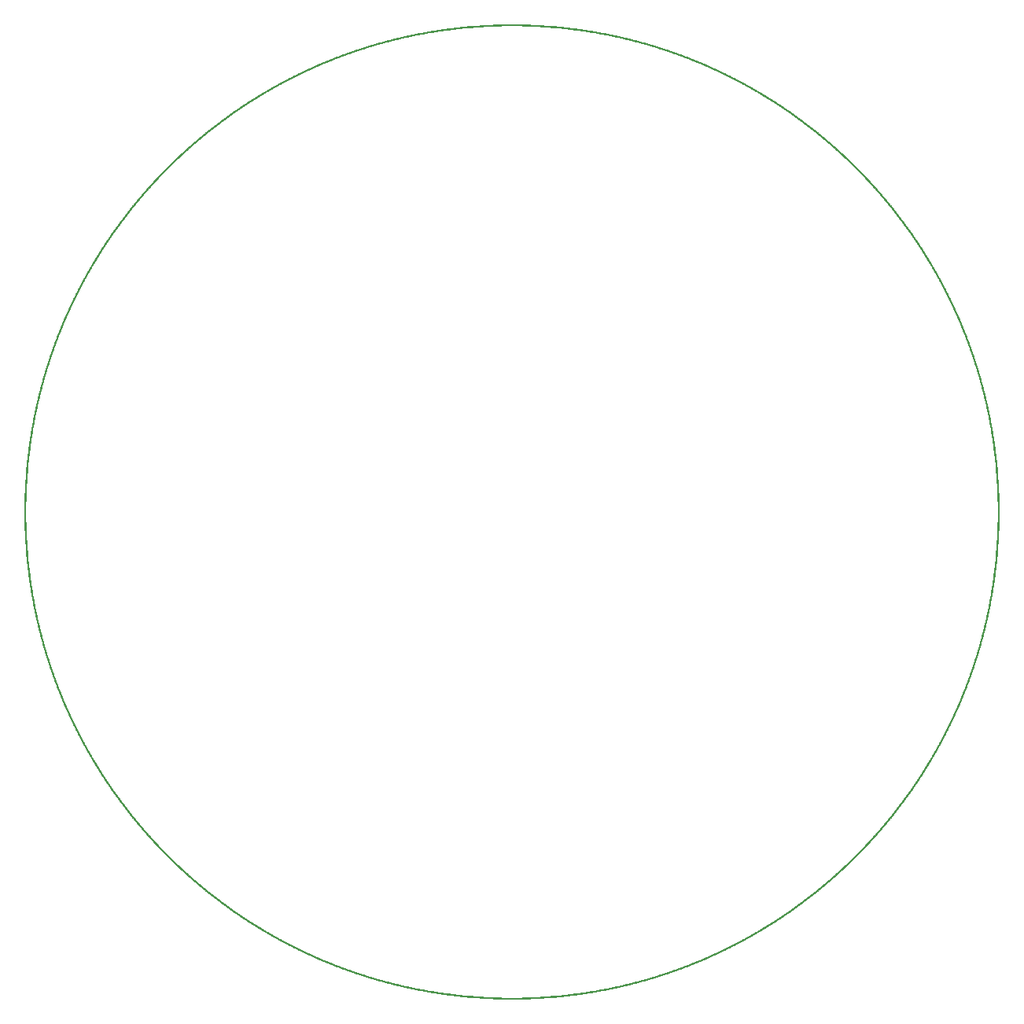
<source format=gbo>
G04 MADE WITH FRITZING*
G04 WWW.FRITZING.ORG*
G04 DOUBLE SIDED*
G04 HOLES PLATED*
G04 CONTOUR ON CENTER OF CONTOUR VECTOR*
%ASAXBY*%
%FSLAX23Y23*%
%MOIN*%
%OFA0B0*%
%SFA1.0B1.0*%
%ADD10R,0.001000X0.001000*%
%LNSILK0*%
G90*
G70*
G54D10*
X2022Y4134D02*
X2110Y4134D01*
X1987Y4133D02*
X2145Y4133D01*
X1964Y4132D02*
X2168Y4132D01*
X1946Y4131D02*
X2186Y4131D01*
X1930Y4130D02*
X2202Y4130D01*
X1915Y4129D02*
X2217Y4129D01*
X1902Y4128D02*
X2230Y4128D01*
X1890Y4127D02*
X2242Y4127D01*
X1878Y4126D02*
X2022Y4126D01*
X2110Y4126D02*
X2254Y4126D01*
X1868Y4125D02*
X1986Y4125D01*
X2146Y4125D02*
X2264Y4125D01*
X1857Y4124D02*
X1963Y4124D01*
X2169Y4124D02*
X2275Y4124D01*
X1848Y4123D02*
X1945Y4123D01*
X2187Y4123D02*
X2284Y4123D01*
X1838Y4122D02*
X1929Y4122D01*
X2203Y4122D02*
X2294Y4122D01*
X1829Y4121D02*
X1914Y4121D01*
X2218Y4121D02*
X2303Y4121D01*
X1821Y4120D02*
X1901Y4120D01*
X2231Y4120D02*
X2311Y4120D01*
X1813Y4119D02*
X1889Y4119D01*
X2243Y4119D02*
X2319Y4119D01*
X1804Y4118D02*
X1877Y4118D01*
X2255Y4118D02*
X2328Y4118D01*
X1797Y4117D02*
X1867Y4117D01*
X2265Y4117D02*
X2335Y4117D01*
X1789Y4116D02*
X1856Y4116D01*
X2276Y4116D02*
X2343Y4116D01*
X1782Y4115D02*
X1847Y4115D01*
X2285Y4115D02*
X2350Y4115D01*
X1775Y4114D02*
X1838Y4114D01*
X2294Y4114D02*
X2357Y4114D01*
X1768Y4113D02*
X1828Y4113D01*
X2304Y4113D02*
X2364Y4113D01*
X1761Y4112D02*
X1820Y4112D01*
X2312Y4112D02*
X2371Y4112D01*
X1754Y4111D02*
X1812Y4111D01*
X2320Y4111D02*
X2378Y4111D01*
X1748Y4110D02*
X1804Y4110D01*
X2328Y4110D02*
X2384Y4110D01*
X1741Y4109D02*
X1796Y4109D01*
X2336Y4109D02*
X2391Y4109D01*
X1735Y4108D02*
X1788Y4108D01*
X2344Y4108D02*
X2397Y4108D01*
X1729Y4107D02*
X1781Y4107D01*
X2351Y4107D02*
X2403Y4107D01*
X1723Y4106D02*
X1774Y4106D01*
X2358Y4106D02*
X2409Y4106D01*
X1717Y4105D02*
X1767Y4105D01*
X2365Y4105D02*
X2415Y4105D01*
X1711Y4104D02*
X1760Y4104D01*
X2372Y4104D02*
X2421Y4104D01*
X1705Y4103D02*
X1753Y4103D01*
X2379Y4103D02*
X2427Y4103D01*
X1700Y4102D02*
X1747Y4102D01*
X2385Y4102D02*
X2432Y4102D01*
X1694Y4101D02*
X1741Y4101D01*
X2391Y4101D02*
X2438Y4101D01*
X1689Y4100D02*
X1734Y4100D01*
X2398Y4100D02*
X2443Y4100D01*
X1683Y4099D02*
X1728Y4099D01*
X2404Y4099D02*
X2449Y4099D01*
X1678Y4098D02*
X1722Y4098D01*
X2410Y4098D02*
X2454Y4098D01*
X1673Y4097D02*
X1716Y4097D01*
X2416Y4097D02*
X2459Y4097D01*
X1668Y4096D02*
X1710Y4096D01*
X2422Y4096D02*
X2464Y4096D01*
X1663Y4095D02*
X1705Y4095D01*
X2427Y4095D02*
X2469Y4095D01*
X1658Y4094D02*
X1699Y4094D01*
X2433Y4094D02*
X2474Y4094D01*
X1653Y4093D02*
X1694Y4093D01*
X2438Y4093D02*
X2479Y4093D01*
X1648Y4092D02*
X1688Y4092D01*
X2444Y4092D02*
X2484Y4092D01*
X1643Y4091D02*
X1683Y4091D01*
X2449Y4091D02*
X2489Y4091D01*
X1638Y4090D02*
X1677Y4090D01*
X2455Y4090D02*
X2494Y4090D01*
X1634Y4089D02*
X1672Y4089D01*
X2460Y4089D02*
X2498Y4089D01*
X1629Y4088D02*
X1667Y4088D01*
X2465Y4088D02*
X2503Y4088D01*
X1624Y4087D02*
X1662Y4087D01*
X2470Y4087D02*
X2508Y4087D01*
X1620Y4086D02*
X1657Y4086D01*
X2475Y4086D02*
X2512Y4086D01*
X1615Y4085D02*
X1652Y4085D01*
X2480Y4085D02*
X2517Y4085D01*
X1611Y4084D02*
X1647Y4084D01*
X2485Y4084D02*
X2521Y4084D01*
X1606Y4083D02*
X1642Y4083D01*
X2490Y4083D02*
X2526Y4083D01*
X1602Y4082D02*
X1638Y4082D01*
X2494Y4082D02*
X2530Y4082D01*
X1598Y4081D02*
X1633Y4081D01*
X2499Y4081D02*
X2534Y4081D01*
X1593Y4080D02*
X1628Y4080D01*
X2504Y4080D02*
X2539Y4080D01*
X1589Y4079D02*
X1624Y4079D01*
X2508Y4079D02*
X2543Y4079D01*
X1585Y4078D02*
X1619Y4078D01*
X2513Y4078D02*
X2547Y4078D01*
X1581Y4077D02*
X1615Y4077D01*
X2517Y4077D02*
X2551Y4077D01*
X1576Y4076D02*
X1610Y4076D01*
X2522Y4076D02*
X2556Y4076D01*
X1572Y4075D02*
X1606Y4075D01*
X2526Y4075D02*
X2560Y4075D01*
X1568Y4074D02*
X1601Y4074D01*
X2531Y4074D02*
X2564Y4074D01*
X1564Y4073D02*
X1597Y4073D01*
X2535Y4073D02*
X2568Y4073D01*
X1560Y4072D02*
X1593Y4072D01*
X2539Y4072D02*
X2572Y4072D01*
X1556Y4071D02*
X1589Y4071D01*
X2543Y4071D02*
X2576Y4071D01*
X1552Y4070D02*
X1584Y4070D01*
X2548Y4070D02*
X2580Y4070D01*
X1549Y4069D02*
X1580Y4069D01*
X2552Y4069D02*
X2583Y4069D01*
X1545Y4068D02*
X1576Y4068D01*
X2556Y4068D02*
X2587Y4068D01*
X1541Y4067D02*
X1572Y4067D01*
X2560Y4067D02*
X2591Y4067D01*
X1537Y4066D02*
X1568Y4066D01*
X2564Y4066D02*
X2595Y4066D01*
X1533Y4065D02*
X1564Y4065D01*
X2568Y4065D02*
X2599Y4065D01*
X1530Y4064D02*
X1560Y4064D01*
X2572Y4064D02*
X2602Y4064D01*
X1526Y4063D02*
X1556Y4063D01*
X2576Y4063D02*
X2606Y4063D01*
X1522Y4062D02*
X1552Y4062D01*
X2580Y4062D02*
X2610Y4062D01*
X1519Y4061D02*
X1548Y4061D01*
X2584Y4061D02*
X2613Y4061D01*
X1515Y4060D02*
X1544Y4060D01*
X2588Y4060D02*
X2617Y4060D01*
X1511Y4059D02*
X1541Y4059D01*
X2591Y4059D02*
X2621Y4059D01*
X1508Y4058D02*
X1537Y4058D01*
X2595Y4058D02*
X2624Y4058D01*
X1504Y4057D02*
X1533Y4057D01*
X2599Y4057D02*
X2628Y4057D01*
X1501Y4056D02*
X1529Y4056D01*
X2603Y4056D02*
X2631Y4056D01*
X1497Y4055D02*
X1525Y4055D01*
X2607Y4055D02*
X2635Y4055D01*
X1494Y4054D02*
X1522Y4054D01*
X2610Y4054D02*
X2638Y4054D01*
X1490Y4053D02*
X1518Y4053D01*
X2614Y4053D02*
X2642Y4053D01*
X1487Y4052D02*
X1515Y4052D01*
X2617Y4052D02*
X2645Y4052D01*
X1483Y4051D02*
X1511Y4051D01*
X2621Y4051D02*
X2649Y4051D01*
X1480Y4050D02*
X1507Y4050D01*
X2625Y4050D02*
X2652Y4050D01*
X1477Y4049D02*
X1504Y4049D01*
X2628Y4049D02*
X2655Y4049D01*
X1473Y4048D02*
X1500Y4048D01*
X2632Y4048D02*
X2659Y4048D01*
X1470Y4047D02*
X1497Y4047D01*
X2635Y4047D02*
X2662Y4047D01*
X1467Y4046D02*
X1493Y4046D01*
X2639Y4046D02*
X2665Y4046D01*
X1463Y4045D02*
X1490Y4045D01*
X2642Y4045D02*
X2669Y4045D01*
X1460Y4044D02*
X1487Y4044D01*
X2645Y4044D02*
X2672Y4044D01*
X1457Y4043D02*
X1483Y4043D01*
X2649Y4043D02*
X2675Y4043D01*
X1454Y4042D02*
X1480Y4042D01*
X2652Y4042D02*
X2678Y4042D01*
X1450Y4041D02*
X1476Y4041D01*
X2656Y4041D02*
X2682Y4041D01*
X1447Y4040D02*
X1473Y4040D01*
X2659Y4040D02*
X2685Y4040D01*
X1444Y4039D02*
X1470Y4039D01*
X2662Y4039D02*
X2688Y4039D01*
X1441Y4038D02*
X1466Y4038D01*
X2666Y4038D02*
X2691Y4038D01*
X1438Y4037D02*
X1463Y4037D01*
X2669Y4037D02*
X2694Y4037D01*
X1435Y4036D02*
X1460Y4036D01*
X2672Y4036D02*
X2697Y4036D01*
X1431Y4035D02*
X1457Y4035D01*
X2675Y4035D02*
X2701Y4035D01*
X1428Y4034D02*
X1453Y4034D01*
X2679Y4034D02*
X2704Y4034D01*
X1425Y4033D02*
X1450Y4033D01*
X2682Y4033D02*
X2707Y4033D01*
X1422Y4032D02*
X1447Y4032D01*
X2685Y4032D02*
X2710Y4032D01*
X1419Y4031D02*
X1444Y4031D01*
X2688Y4031D02*
X2713Y4031D01*
X1416Y4030D02*
X1441Y4030D01*
X2691Y4030D02*
X2716Y4030D01*
X1413Y4029D02*
X1438Y4029D01*
X2694Y4029D02*
X2719Y4029D01*
X1410Y4028D02*
X1434Y4028D01*
X2698Y4028D02*
X2722Y4028D01*
X1407Y4027D02*
X1431Y4027D01*
X2701Y4027D02*
X2725Y4027D01*
X1404Y4026D02*
X1428Y4026D01*
X2704Y4026D02*
X2728Y4026D01*
X1401Y4025D02*
X1425Y4025D01*
X2707Y4025D02*
X2731Y4025D01*
X1398Y4024D02*
X1422Y4024D01*
X2710Y4024D02*
X2734Y4024D01*
X1395Y4023D02*
X1419Y4023D01*
X2713Y4023D02*
X2737Y4023D01*
X1393Y4022D02*
X1416Y4022D01*
X2716Y4022D02*
X2739Y4022D01*
X1390Y4021D02*
X1413Y4021D01*
X2719Y4021D02*
X2742Y4021D01*
X1387Y4020D02*
X1410Y4020D01*
X2722Y4020D02*
X2745Y4020D01*
X1384Y4019D02*
X1407Y4019D01*
X2725Y4019D02*
X2748Y4019D01*
X1381Y4018D02*
X1404Y4018D01*
X2728Y4018D02*
X2751Y4018D01*
X1378Y4017D02*
X1401Y4017D01*
X2731Y4017D02*
X2754Y4017D01*
X1375Y4016D02*
X1398Y4016D01*
X2734Y4016D02*
X2757Y4016D01*
X1373Y4015D02*
X1395Y4015D01*
X2737Y4015D02*
X2759Y4015D01*
X1370Y4014D02*
X1392Y4014D01*
X2740Y4014D02*
X2762Y4014D01*
X1367Y4013D02*
X1390Y4013D01*
X2742Y4013D02*
X2765Y4013D01*
X1364Y4012D02*
X1387Y4012D01*
X2745Y4012D02*
X2768Y4012D01*
X1361Y4011D02*
X1384Y4011D01*
X2748Y4011D02*
X2771Y4011D01*
X1359Y4010D02*
X1381Y4010D01*
X2751Y4010D02*
X2773Y4010D01*
X1356Y4009D02*
X1378Y4009D01*
X2754Y4009D02*
X2776Y4009D01*
X1353Y4008D02*
X1375Y4008D01*
X2757Y4008D02*
X2779Y4008D01*
X1351Y4007D02*
X1373Y4007D01*
X2759Y4007D02*
X2781Y4007D01*
X1348Y4006D02*
X1370Y4006D01*
X2762Y4006D02*
X2784Y4006D01*
X1345Y4005D02*
X1367Y4005D01*
X2765Y4005D02*
X2787Y4005D01*
X1342Y4004D02*
X1364Y4004D01*
X2768Y4004D02*
X2790Y4004D01*
X1340Y4003D02*
X1361Y4003D01*
X2771Y4003D02*
X2792Y4003D01*
X1337Y4002D02*
X1359Y4002D01*
X2773Y4002D02*
X2795Y4002D01*
X1334Y4001D02*
X1356Y4001D01*
X2776Y4001D02*
X2798Y4001D01*
X1332Y4000D02*
X1353Y4000D01*
X2779Y4000D02*
X2800Y4000D01*
X1329Y3999D02*
X1351Y3999D01*
X2781Y3999D02*
X2803Y3999D01*
X1327Y3998D02*
X1348Y3998D01*
X2784Y3998D02*
X2805Y3998D01*
X1324Y3997D02*
X1345Y3997D01*
X2787Y3997D02*
X2808Y3997D01*
X1321Y3996D02*
X1343Y3996D01*
X2789Y3996D02*
X2811Y3996D01*
X1319Y3995D02*
X1340Y3995D01*
X2792Y3995D02*
X2813Y3995D01*
X1316Y3994D02*
X1337Y3994D01*
X2795Y3994D02*
X2816Y3994D01*
X1314Y3993D02*
X1334Y3993D01*
X2798Y3993D02*
X2818Y3993D01*
X1311Y3992D02*
X1332Y3992D01*
X2800Y3992D02*
X2821Y3992D01*
X1309Y3991D02*
X1329Y3991D01*
X2803Y3991D02*
X2823Y3991D01*
X1306Y3990D02*
X1327Y3990D01*
X2805Y3990D02*
X2826Y3990D01*
X1304Y3989D02*
X1324Y3989D01*
X2808Y3989D02*
X2828Y3989D01*
X1301Y3988D02*
X1322Y3988D01*
X2810Y3988D02*
X2831Y3988D01*
X1299Y3987D02*
X1319Y3987D01*
X2813Y3987D02*
X2833Y3987D01*
X1296Y3986D02*
X1316Y3986D01*
X2816Y3986D02*
X2836Y3986D01*
X1294Y3985D02*
X1314Y3985D01*
X2818Y3985D02*
X2838Y3985D01*
X1291Y3984D02*
X1311Y3984D01*
X2821Y3984D02*
X2841Y3984D01*
X1289Y3983D02*
X1309Y3983D01*
X2823Y3983D02*
X2843Y3983D01*
X1286Y3982D02*
X1306Y3982D01*
X2826Y3982D02*
X2846Y3982D01*
X1284Y3981D02*
X1304Y3981D01*
X2828Y3981D02*
X2848Y3981D01*
X1281Y3980D02*
X1301Y3980D01*
X2831Y3980D02*
X2851Y3980D01*
X1279Y3979D02*
X1299Y3979D01*
X2833Y3979D02*
X2853Y3979D01*
X1276Y3978D02*
X1296Y3978D01*
X2836Y3978D02*
X2856Y3978D01*
X1274Y3977D02*
X1294Y3977D01*
X2838Y3977D02*
X2858Y3977D01*
X1272Y3976D02*
X1291Y3976D01*
X2841Y3976D02*
X2860Y3976D01*
X1269Y3975D02*
X1289Y3975D01*
X2843Y3975D02*
X2863Y3975D01*
X1267Y3974D02*
X1286Y3974D01*
X2846Y3974D02*
X2865Y3974D01*
X1264Y3973D02*
X1284Y3973D01*
X2848Y3973D02*
X2868Y3973D01*
X1262Y3972D02*
X1282Y3972D01*
X2850Y3972D02*
X2870Y3972D01*
X1260Y3971D02*
X1279Y3971D01*
X2853Y3971D02*
X2872Y3971D01*
X1257Y3970D02*
X1277Y3970D01*
X2855Y3970D02*
X2875Y3970D01*
X1255Y3969D02*
X1274Y3969D01*
X2858Y3969D02*
X2877Y3969D01*
X1253Y3968D02*
X1272Y3968D01*
X2860Y3968D02*
X2879Y3968D01*
X1250Y3967D02*
X1269Y3967D01*
X2863Y3967D02*
X2882Y3967D01*
X1248Y3966D02*
X1267Y3966D01*
X2865Y3966D02*
X2884Y3966D01*
X1246Y3965D02*
X1265Y3965D01*
X2867Y3965D02*
X2886Y3965D01*
X1243Y3964D02*
X1262Y3964D01*
X2870Y3964D02*
X2889Y3964D01*
X1241Y3963D02*
X1260Y3963D01*
X2872Y3963D02*
X2891Y3963D01*
X1239Y3962D02*
X1258Y3962D01*
X2874Y3962D02*
X2893Y3962D01*
X1237Y3961D02*
X1255Y3961D01*
X2877Y3961D02*
X2895Y3961D01*
X1234Y3960D02*
X1253Y3960D01*
X2879Y3960D02*
X2898Y3960D01*
X1232Y3959D02*
X1251Y3959D01*
X2881Y3959D02*
X2900Y3959D01*
X1230Y3958D02*
X1248Y3958D01*
X2884Y3958D02*
X2902Y3958D01*
X1228Y3957D02*
X1246Y3957D01*
X2886Y3957D02*
X2904Y3957D01*
X1225Y3956D02*
X1244Y3956D01*
X2888Y3956D02*
X2907Y3956D01*
X1223Y3955D02*
X1241Y3955D01*
X2891Y3955D02*
X2909Y3955D01*
X1221Y3954D02*
X1239Y3954D01*
X2893Y3954D02*
X2911Y3954D01*
X1219Y3953D02*
X1237Y3953D01*
X2895Y3953D02*
X2913Y3953D01*
X1216Y3952D02*
X1235Y3952D01*
X2897Y3952D02*
X2916Y3952D01*
X1214Y3951D02*
X1232Y3951D01*
X2900Y3951D02*
X2918Y3951D01*
X1212Y3950D02*
X1230Y3950D01*
X2902Y3950D02*
X2920Y3950D01*
X1210Y3949D02*
X1228Y3949D01*
X2904Y3949D02*
X2922Y3949D01*
X1208Y3948D02*
X1226Y3948D01*
X2906Y3948D02*
X2924Y3948D01*
X1205Y3947D02*
X1223Y3947D01*
X2909Y3947D02*
X2927Y3947D01*
X1203Y3946D02*
X1221Y3946D01*
X2911Y3946D02*
X2929Y3946D01*
X1201Y3945D02*
X1219Y3945D01*
X2913Y3945D02*
X2931Y3945D01*
X1199Y3944D02*
X1217Y3944D01*
X2915Y3944D02*
X2933Y3944D01*
X1197Y3943D02*
X1215Y3943D01*
X2917Y3943D02*
X2935Y3943D01*
X1195Y3942D02*
X1212Y3942D01*
X2920Y3942D02*
X2937Y3942D01*
X1192Y3941D02*
X1210Y3941D01*
X2922Y3941D02*
X2940Y3941D01*
X1190Y3940D02*
X1208Y3940D01*
X2924Y3940D02*
X2942Y3940D01*
X1188Y3939D02*
X1206Y3939D01*
X2926Y3939D02*
X2944Y3939D01*
X1186Y3938D02*
X1204Y3938D01*
X2928Y3938D02*
X2946Y3938D01*
X1184Y3937D02*
X1202Y3937D01*
X2930Y3937D02*
X2948Y3937D01*
X1182Y3936D02*
X1199Y3936D01*
X2933Y3936D02*
X2950Y3936D01*
X1180Y3935D02*
X1197Y3935D01*
X2935Y3935D02*
X2952Y3935D01*
X1178Y3934D02*
X1195Y3934D01*
X2937Y3934D02*
X2954Y3934D01*
X1176Y3933D02*
X1193Y3933D01*
X2939Y3933D02*
X2956Y3933D01*
X1173Y3932D02*
X1191Y3932D01*
X2941Y3932D02*
X2959Y3932D01*
X1171Y3931D02*
X1189Y3931D01*
X2943Y3931D02*
X2961Y3931D01*
X1169Y3930D02*
X1187Y3930D01*
X2945Y3930D02*
X2963Y3930D01*
X1167Y3929D02*
X1184Y3929D01*
X2948Y3929D02*
X2965Y3929D01*
X1165Y3928D02*
X1182Y3928D01*
X2950Y3928D02*
X2967Y3928D01*
X1163Y3927D02*
X1180Y3927D01*
X2952Y3927D02*
X2969Y3927D01*
X1161Y3926D02*
X1178Y3926D01*
X2954Y3926D02*
X2971Y3926D01*
X1159Y3925D02*
X1176Y3925D01*
X2956Y3925D02*
X2973Y3925D01*
X1157Y3924D02*
X1174Y3924D01*
X2958Y3924D02*
X2975Y3924D01*
X1155Y3923D02*
X1172Y3923D01*
X2960Y3923D02*
X2977Y3923D01*
X1153Y3922D02*
X1170Y3922D01*
X2962Y3922D02*
X2979Y3922D01*
X1151Y3921D02*
X1168Y3921D01*
X2964Y3921D02*
X2981Y3921D01*
X1149Y3920D02*
X1166Y3920D01*
X2966Y3920D02*
X2983Y3920D01*
X1147Y3919D02*
X1164Y3919D01*
X2968Y3919D02*
X2985Y3919D01*
X1145Y3918D02*
X1162Y3918D01*
X2970Y3918D02*
X2987Y3918D01*
X1143Y3917D02*
X1160Y3917D01*
X2972Y3917D02*
X2989Y3917D01*
X1141Y3916D02*
X1158Y3916D01*
X2974Y3916D02*
X2991Y3916D01*
X1139Y3915D02*
X1155Y3915D01*
X2976Y3915D02*
X2993Y3915D01*
X1137Y3914D02*
X1153Y3914D01*
X2979Y3914D02*
X2995Y3914D01*
X1135Y3913D02*
X1151Y3913D01*
X2981Y3913D02*
X2997Y3913D01*
X1133Y3912D02*
X1149Y3912D01*
X2983Y3912D02*
X2999Y3912D01*
X1131Y3911D02*
X1147Y3911D01*
X2985Y3911D02*
X3001Y3911D01*
X1129Y3910D02*
X1145Y3910D01*
X2987Y3910D02*
X3003Y3910D01*
X1127Y3909D02*
X1143Y3909D01*
X2989Y3909D02*
X3005Y3909D01*
X1125Y3908D02*
X1141Y3908D01*
X2991Y3908D02*
X3007Y3908D01*
X1123Y3907D02*
X1139Y3907D01*
X2993Y3907D02*
X3009Y3907D01*
X1121Y3906D02*
X1138Y3906D01*
X2994Y3906D02*
X3011Y3906D01*
X1119Y3905D02*
X1136Y3905D01*
X2996Y3905D02*
X3013Y3905D01*
X1117Y3904D02*
X1134Y3904D01*
X2998Y3904D02*
X3015Y3904D01*
X1115Y3903D02*
X1132Y3903D01*
X3000Y3903D02*
X3017Y3903D01*
X1113Y3902D02*
X1130Y3902D01*
X3002Y3902D02*
X3019Y3902D01*
X1112Y3901D02*
X1128Y3901D01*
X3004Y3901D02*
X3020Y3901D01*
X1110Y3900D02*
X1126Y3900D01*
X3006Y3900D02*
X3022Y3900D01*
X1108Y3899D02*
X1124Y3899D01*
X3008Y3899D02*
X3024Y3899D01*
X1106Y3898D02*
X1122Y3898D01*
X3010Y3898D02*
X3026Y3898D01*
X1104Y3897D02*
X1120Y3897D01*
X3012Y3897D02*
X3028Y3897D01*
X1102Y3896D02*
X1118Y3896D01*
X3014Y3896D02*
X3030Y3896D01*
X1100Y3895D02*
X1116Y3895D01*
X3016Y3895D02*
X3032Y3895D01*
X1098Y3894D02*
X1114Y3894D01*
X3018Y3894D02*
X3034Y3894D01*
X1096Y3893D02*
X1112Y3893D01*
X3020Y3893D02*
X3036Y3893D01*
X1095Y3892D02*
X1110Y3892D01*
X3022Y3892D02*
X3037Y3892D01*
X1093Y3891D02*
X1108Y3891D01*
X3024Y3891D02*
X3039Y3891D01*
X1091Y3890D02*
X1106Y3890D01*
X3026Y3890D02*
X3041Y3890D01*
X1089Y3889D02*
X1105Y3889D01*
X3027Y3889D02*
X3043Y3889D01*
X1087Y3888D02*
X1103Y3888D01*
X3029Y3888D02*
X3045Y3888D01*
X1085Y3887D02*
X1101Y3887D01*
X3031Y3887D02*
X3047Y3887D01*
X1083Y3886D02*
X1099Y3886D01*
X3033Y3886D02*
X3049Y3886D01*
X1081Y3885D02*
X1097Y3885D01*
X3035Y3885D02*
X3051Y3885D01*
X1080Y3884D02*
X1095Y3884D01*
X3037Y3884D02*
X3052Y3884D01*
X1078Y3883D02*
X1093Y3883D01*
X3039Y3883D02*
X3054Y3883D01*
X1076Y3882D02*
X1092Y3882D01*
X3040Y3882D02*
X3056Y3882D01*
X1074Y3881D02*
X1090Y3881D01*
X3042Y3881D02*
X3058Y3881D01*
X1072Y3880D02*
X1088Y3880D01*
X3044Y3880D02*
X3060Y3880D01*
X1071Y3879D02*
X1086Y3879D01*
X3046Y3879D02*
X3061Y3879D01*
X1069Y3878D02*
X1084Y3878D01*
X3048Y3878D02*
X3063Y3878D01*
X1067Y3877D02*
X1082Y3877D01*
X3050Y3877D02*
X3065Y3877D01*
X1065Y3876D02*
X1080Y3876D01*
X3052Y3876D02*
X3067Y3876D01*
X1063Y3875D02*
X1079Y3875D01*
X3053Y3875D02*
X3069Y3875D01*
X1061Y3874D02*
X1077Y3874D01*
X3055Y3874D02*
X3071Y3874D01*
X1060Y3873D02*
X1075Y3873D01*
X3057Y3873D02*
X3072Y3873D01*
X1058Y3872D02*
X1073Y3872D01*
X3059Y3872D02*
X3074Y3872D01*
X1056Y3871D02*
X1071Y3871D01*
X3061Y3871D02*
X3076Y3871D01*
X1054Y3870D02*
X1070Y3870D01*
X3062Y3870D02*
X3078Y3870D01*
X1053Y3869D02*
X1068Y3869D01*
X3064Y3869D02*
X3079Y3869D01*
X1051Y3868D02*
X1066Y3868D01*
X3066Y3868D02*
X3081Y3868D01*
X1049Y3867D02*
X1064Y3867D01*
X3068Y3867D02*
X3083Y3867D01*
X1047Y3866D02*
X1062Y3866D01*
X3070Y3866D02*
X3085Y3866D01*
X1046Y3865D02*
X1061Y3865D01*
X3071Y3865D02*
X3086Y3865D01*
X1044Y3864D02*
X1059Y3864D01*
X3073Y3864D02*
X3088Y3864D01*
X1042Y3863D02*
X1057Y3863D01*
X3075Y3863D02*
X3090Y3863D01*
X1040Y3862D02*
X1055Y3862D01*
X3077Y3862D02*
X3092Y3862D01*
X1039Y3861D02*
X1053Y3861D01*
X3079Y3861D02*
X3093Y3861D01*
X1037Y3860D02*
X1052Y3860D01*
X3080Y3860D02*
X3095Y3860D01*
X1035Y3859D02*
X1050Y3859D01*
X3082Y3859D02*
X3097Y3859D01*
X1033Y3858D02*
X1048Y3858D01*
X3084Y3858D02*
X3099Y3858D01*
X1032Y3857D02*
X1046Y3857D01*
X3086Y3857D02*
X3100Y3857D01*
X1030Y3856D02*
X1045Y3856D01*
X3087Y3856D02*
X3102Y3856D01*
X1028Y3855D02*
X1043Y3855D01*
X3089Y3855D02*
X3104Y3855D01*
X1026Y3854D02*
X1041Y3854D01*
X3091Y3854D02*
X3106Y3854D01*
X1025Y3853D02*
X1039Y3853D01*
X3093Y3853D02*
X3107Y3853D01*
X1023Y3852D02*
X1038Y3852D01*
X3094Y3852D02*
X3109Y3852D01*
X1021Y3851D02*
X1036Y3851D01*
X3096Y3851D02*
X3111Y3851D01*
X1020Y3850D02*
X1034Y3850D01*
X3098Y3850D02*
X3112Y3850D01*
X1018Y3849D02*
X1033Y3849D01*
X3099Y3849D02*
X3114Y3849D01*
X1016Y3848D02*
X1031Y3848D01*
X3101Y3848D02*
X3116Y3848D01*
X1015Y3847D02*
X1029Y3847D01*
X3103Y3847D02*
X3117Y3847D01*
X1013Y3846D02*
X1027Y3846D01*
X3105Y3846D02*
X3119Y3846D01*
X1011Y3845D02*
X1026Y3845D01*
X3106Y3845D02*
X3121Y3845D01*
X1010Y3844D02*
X1024Y3844D01*
X3108Y3844D02*
X3122Y3844D01*
X1008Y3843D02*
X1022Y3843D01*
X3110Y3843D02*
X3124Y3843D01*
X1006Y3842D02*
X1021Y3842D01*
X3111Y3842D02*
X3126Y3842D01*
X1005Y3841D02*
X1019Y3841D01*
X3113Y3841D02*
X3127Y3841D01*
X1003Y3840D02*
X1017Y3840D01*
X3115Y3840D02*
X3129Y3840D01*
X1001Y3839D02*
X1016Y3839D01*
X3116Y3839D02*
X3131Y3839D01*
X1000Y3838D02*
X1014Y3838D01*
X3118Y3838D02*
X3132Y3838D01*
X998Y3837D02*
X1012Y3837D01*
X3120Y3837D02*
X3134Y3837D01*
X996Y3836D02*
X1011Y3836D01*
X3121Y3836D02*
X3136Y3836D01*
X995Y3835D02*
X1009Y3835D01*
X3123Y3835D02*
X3137Y3835D01*
X993Y3834D02*
X1007Y3834D01*
X3125Y3834D02*
X3139Y3834D01*
X991Y3833D02*
X1006Y3833D01*
X3126Y3833D02*
X3141Y3833D01*
X990Y3832D02*
X1004Y3832D01*
X3128Y3832D02*
X3142Y3832D01*
X988Y3831D02*
X1002Y3831D01*
X3130Y3831D02*
X3144Y3831D01*
X986Y3830D02*
X1000Y3830D01*
X3131Y3830D02*
X3146Y3830D01*
X985Y3829D02*
X999Y3829D01*
X3133Y3829D02*
X3147Y3829D01*
X983Y3828D02*
X997Y3828D01*
X3135Y3828D02*
X3149Y3828D01*
X982Y3827D02*
X996Y3827D01*
X3136Y3827D02*
X3150Y3827D01*
X980Y3826D02*
X994Y3826D01*
X3138Y3826D02*
X3152Y3826D01*
X978Y3825D02*
X992Y3825D01*
X3140Y3825D02*
X3154Y3825D01*
X977Y3824D02*
X991Y3824D01*
X3141Y3824D02*
X3155Y3824D01*
X975Y3823D02*
X989Y3823D01*
X3143Y3823D02*
X3157Y3823D01*
X973Y3822D02*
X987Y3822D01*
X3145Y3822D02*
X3159Y3822D01*
X972Y3821D02*
X986Y3821D01*
X3146Y3821D02*
X3160Y3821D01*
X970Y3820D02*
X984Y3820D01*
X3148Y3820D02*
X3162Y3820D01*
X969Y3819D02*
X983Y3819D01*
X3149Y3819D02*
X3163Y3819D01*
X967Y3818D02*
X981Y3818D01*
X3151Y3818D02*
X3165Y3818D01*
X965Y3817D02*
X979Y3817D01*
X3153Y3817D02*
X3167Y3817D01*
X964Y3816D02*
X978Y3816D01*
X3154Y3816D02*
X3168Y3816D01*
X962Y3815D02*
X976Y3815D01*
X3156Y3815D02*
X3170Y3815D01*
X961Y3814D02*
X975Y3814D01*
X3157Y3814D02*
X3171Y3814D01*
X959Y3813D02*
X973Y3813D01*
X3159Y3813D02*
X3173Y3813D01*
X958Y3812D02*
X971Y3812D01*
X3161Y3812D02*
X3174Y3812D01*
X956Y3811D02*
X970Y3811D01*
X3162Y3811D02*
X3176Y3811D01*
X954Y3810D02*
X968Y3810D01*
X3164Y3810D02*
X3178Y3810D01*
X953Y3809D02*
X967Y3809D01*
X3165Y3809D02*
X3179Y3809D01*
X951Y3808D02*
X965Y3808D01*
X3167Y3808D02*
X3181Y3808D01*
X950Y3807D02*
X963Y3807D01*
X3169Y3807D02*
X3182Y3807D01*
X948Y3806D02*
X962Y3806D01*
X3170Y3806D02*
X3184Y3806D01*
X947Y3805D02*
X960Y3805D01*
X3172Y3805D02*
X3185Y3805D01*
X945Y3804D02*
X959Y3804D01*
X3173Y3804D02*
X3187Y3804D01*
X944Y3803D02*
X957Y3803D01*
X3175Y3803D02*
X3188Y3803D01*
X942Y3802D02*
X956Y3802D01*
X3176Y3802D02*
X3190Y3802D01*
X941Y3801D02*
X954Y3801D01*
X3178Y3801D02*
X3191Y3801D01*
X939Y3800D02*
X952Y3800D01*
X3179Y3800D02*
X3193Y3800D01*
X937Y3799D02*
X951Y3799D01*
X3181Y3799D02*
X3195Y3799D01*
X936Y3798D02*
X949Y3798D01*
X3183Y3798D02*
X3196Y3798D01*
X934Y3797D02*
X948Y3797D01*
X3184Y3797D02*
X3198Y3797D01*
X933Y3796D02*
X946Y3796D01*
X3186Y3796D02*
X3199Y3796D01*
X931Y3795D02*
X945Y3795D01*
X3187Y3795D02*
X3201Y3795D01*
X930Y3794D02*
X943Y3794D01*
X3189Y3794D02*
X3202Y3794D01*
X928Y3793D02*
X942Y3793D01*
X3190Y3793D02*
X3204Y3793D01*
X927Y3792D02*
X940Y3792D01*
X3192Y3792D02*
X3205Y3792D01*
X925Y3791D02*
X939Y3791D01*
X3193Y3791D02*
X3207Y3791D01*
X924Y3790D02*
X937Y3790D01*
X3195Y3790D02*
X3208Y3790D01*
X922Y3789D02*
X936Y3789D01*
X3196Y3789D02*
X3210Y3789D01*
X921Y3788D02*
X934Y3788D01*
X3198Y3788D02*
X3211Y3788D01*
X919Y3787D02*
X933Y3787D01*
X3199Y3787D02*
X3213Y3787D01*
X918Y3786D02*
X931Y3786D01*
X3201Y3786D02*
X3214Y3786D01*
X916Y3785D02*
X930Y3785D01*
X3202Y3785D02*
X3216Y3785D01*
X915Y3784D02*
X928Y3784D01*
X3204Y3784D02*
X3217Y3784D01*
X913Y3783D02*
X927Y3783D01*
X3205Y3783D02*
X3219Y3783D01*
X912Y3782D02*
X925Y3782D01*
X3207Y3782D02*
X3220Y3782D01*
X910Y3781D02*
X924Y3781D01*
X3208Y3781D02*
X3222Y3781D01*
X909Y3780D02*
X922Y3780D01*
X3210Y3780D02*
X3223Y3780D01*
X907Y3779D02*
X921Y3779D01*
X3211Y3779D02*
X3225Y3779D01*
X906Y3778D02*
X919Y3778D01*
X3213Y3778D02*
X3226Y3778D01*
X904Y3777D02*
X918Y3777D01*
X3214Y3777D02*
X3228Y3777D01*
X903Y3776D02*
X916Y3776D01*
X3216Y3776D02*
X3229Y3776D01*
X902Y3775D02*
X915Y3775D01*
X3217Y3775D02*
X3230Y3775D01*
X900Y3774D02*
X913Y3774D01*
X3219Y3774D02*
X3232Y3774D01*
X899Y3773D02*
X912Y3773D01*
X3220Y3773D02*
X3233Y3773D01*
X897Y3772D02*
X910Y3772D01*
X3222Y3772D02*
X3235Y3772D01*
X896Y3771D02*
X909Y3771D01*
X3223Y3771D02*
X3236Y3771D01*
X894Y3770D02*
X907Y3770D01*
X3225Y3770D02*
X3238Y3770D01*
X893Y3769D02*
X906Y3769D01*
X3226Y3769D02*
X3239Y3769D01*
X891Y3768D02*
X904Y3768D01*
X3228Y3768D02*
X3241Y3768D01*
X890Y3767D02*
X903Y3767D01*
X3229Y3767D02*
X3242Y3767D01*
X888Y3766D02*
X901Y3766D01*
X3231Y3766D02*
X3244Y3766D01*
X887Y3765D02*
X900Y3765D01*
X3232Y3765D02*
X3245Y3765D01*
X886Y3764D02*
X899Y3764D01*
X3233Y3764D02*
X3246Y3764D01*
X884Y3763D02*
X897Y3763D01*
X3235Y3763D02*
X3248Y3763D01*
X883Y3762D02*
X896Y3762D01*
X3236Y3762D02*
X3249Y3762D01*
X881Y3761D02*
X894Y3761D01*
X3238Y3761D02*
X3251Y3761D01*
X880Y3760D02*
X893Y3760D01*
X3239Y3760D02*
X3252Y3760D01*
X878Y3759D02*
X891Y3759D01*
X3241Y3759D02*
X3254Y3759D01*
X877Y3758D02*
X890Y3758D01*
X3242Y3758D02*
X3255Y3758D01*
X876Y3757D02*
X888Y3757D01*
X3244Y3757D02*
X3256Y3757D01*
X874Y3756D02*
X887Y3756D01*
X3245Y3756D02*
X3258Y3756D01*
X873Y3755D02*
X886Y3755D01*
X3246Y3755D02*
X3259Y3755D01*
X871Y3754D02*
X884Y3754D01*
X3248Y3754D02*
X3261Y3754D01*
X870Y3753D02*
X883Y3753D01*
X3249Y3753D02*
X3262Y3753D01*
X869Y3752D02*
X881Y3752D01*
X3251Y3752D02*
X3263Y3752D01*
X867Y3751D02*
X880Y3751D01*
X3252Y3751D02*
X3265Y3751D01*
X866Y3750D02*
X878Y3750D01*
X3254Y3750D02*
X3266Y3750D01*
X864Y3749D02*
X877Y3749D01*
X3255Y3749D02*
X3268Y3749D01*
X863Y3748D02*
X876Y3748D01*
X3256Y3748D02*
X3269Y3748D01*
X862Y3747D02*
X874Y3747D01*
X3258Y3747D02*
X3270Y3747D01*
X860Y3746D02*
X873Y3746D01*
X3259Y3746D02*
X3272Y3746D01*
X859Y3745D02*
X871Y3745D01*
X3261Y3745D02*
X3273Y3745D01*
X857Y3744D02*
X870Y3744D01*
X3262Y3744D02*
X3275Y3744D01*
X856Y3743D02*
X869Y3743D01*
X3263Y3743D02*
X3276Y3743D01*
X855Y3742D02*
X867Y3742D01*
X3265Y3742D02*
X3277Y3742D01*
X853Y3741D02*
X866Y3741D01*
X3266Y3741D02*
X3279Y3741D01*
X852Y3740D02*
X864Y3740D01*
X3268Y3740D02*
X3280Y3740D01*
X851Y3739D02*
X863Y3739D01*
X3269Y3739D02*
X3281Y3739D01*
X849Y3738D02*
X862Y3738D01*
X3270Y3738D02*
X3283Y3738D01*
X848Y3737D02*
X860Y3737D01*
X3272Y3737D02*
X3284Y3737D01*
X846Y3736D02*
X859Y3736D01*
X3273Y3736D02*
X3286Y3736D01*
X845Y3735D02*
X858Y3735D01*
X3274Y3735D02*
X3287Y3735D01*
X844Y3734D02*
X856Y3734D01*
X3276Y3734D02*
X3288Y3734D01*
X842Y3733D02*
X855Y3733D01*
X3277Y3733D02*
X3290Y3733D01*
X841Y3732D02*
X853Y3732D01*
X3279Y3732D02*
X3291Y3732D01*
X840Y3731D02*
X852Y3731D01*
X3280Y3731D02*
X3292Y3731D01*
X838Y3730D02*
X851Y3730D01*
X3281Y3730D02*
X3294Y3730D01*
X837Y3729D02*
X849Y3729D01*
X3283Y3729D02*
X3295Y3729D01*
X836Y3728D02*
X848Y3728D01*
X3284Y3728D02*
X3296Y3728D01*
X834Y3727D02*
X847Y3727D01*
X3285Y3727D02*
X3298Y3727D01*
X833Y3726D02*
X845Y3726D01*
X3287Y3726D02*
X3299Y3726D01*
X832Y3725D02*
X844Y3725D01*
X3288Y3725D02*
X3300Y3725D01*
X830Y3724D02*
X843Y3724D01*
X3289Y3724D02*
X3302Y3724D01*
X829Y3723D02*
X841Y3723D01*
X3291Y3723D02*
X3303Y3723D01*
X828Y3722D02*
X840Y3722D01*
X3292Y3722D02*
X3304Y3722D01*
X826Y3721D02*
X838Y3721D01*
X3294Y3721D02*
X3306Y3721D01*
X825Y3720D02*
X837Y3720D01*
X3295Y3720D02*
X3307Y3720D01*
X824Y3719D02*
X836Y3719D01*
X3296Y3719D02*
X3308Y3719D01*
X822Y3718D02*
X834Y3718D01*
X3298Y3718D02*
X3310Y3718D01*
X821Y3717D02*
X833Y3717D01*
X3299Y3717D02*
X3311Y3717D01*
X820Y3716D02*
X832Y3716D01*
X3300Y3716D02*
X3312Y3716D01*
X818Y3715D02*
X830Y3715D01*
X3302Y3715D02*
X3314Y3715D01*
X817Y3714D02*
X829Y3714D01*
X3303Y3714D02*
X3315Y3714D01*
X816Y3713D02*
X828Y3713D01*
X3304Y3713D02*
X3316Y3713D01*
X814Y3712D02*
X826Y3712D01*
X3305Y3712D02*
X3318Y3712D01*
X813Y3711D02*
X825Y3711D01*
X3307Y3711D02*
X3319Y3711D01*
X812Y3710D02*
X824Y3710D01*
X3308Y3710D02*
X3320Y3710D01*
X810Y3709D02*
X823Y3709D01*
X3309Y3709D02*
X3322Y3709D01*
X809Y3708D02*
X821Y3708D01*
X3311Y3708D02*
X3323Y3708D01*
X808Y3707D02*
X820Y3707D01*
X3312Y3707D02*
X3324Y3707D01*
X807Y3706D02*
X819Y3706D01*
X3313Y3706D02*
X3325Y3706D01*
X805Y3705D02*
X817Y3705D01*
X3315Y3705D02*
X3327Y3705D01*
X804Y3704D02*
X816Y3704D01*
X3316Y3704D02*
X3328Y3704D01*
X803Y3703D02*
X815Y3703D01*
X3317Y3703D02*
X3329Y3703D01*
X801Y3702D02*
X813Y3702D01*
X3319Y3702D02*
X3331Y3702D01*
X800Y3701D02*
X812Y3701D01*
X3320Y3701D02*
X3332Y3701D01*
X799Y3700D02*
X811Y3700D01*
X3321Y3700D02*
X3333Y3700D01*
X797Y3699D02*
X809Y3699D01*
X3323Y3699D02*
X3335Y3699D01*
X796Y3698D02*
X808Y3698D01*
X3324Y3698D02*
X3336Y3698D01*
X795Y3697D02*
X807Y3697D01*
X3325Y3697D02*
X3337Y3697D01*
X794Y3696D02*
X806Y3696D01*
X3326Y3696D02*
X3338Y3696D01*
X792Y3695D02*
X804Y3695D01*
X3328Y3695D02*
X3340Y3695D01*
X791Y3694D02*
X803Y3694D01*
X3329Y3694D02*
X3341Y3694D01*
X790Y3693D02*
X802Y3693D01*
X3330Y3693D02*
X3342Y3693D01*
X789Y3692D02*
X800Y3692D01*
X3332Y3692D02*
X3343Y3692D01*
X787Y3691D02*
X799Y3691D01*
X3333Y3691D02*
X3345Y3691D01*
X786Y3690D02*
X798Y3690D01*
X3334Y3690D02*
X3346Y3690D01*
X785Y3689D02*
X797Y3689D01*
X3335Y3689D02*
X3347Y3689D01*
X783Y3688D02*
X795Y3688D01*
X3337Y3688D02*
X3349Y3688D01*
X782Y3687D02*
X794Y3687D01*
X3338Y3687D02*
X3350Y3687D01*
X781Y3686D02*
X793Y3686D01*
X3339Y3686D02*
X3351Y3686D01*
X780Y3685D02*
X791Y3685D01*
X3341Y3685D02*
X3352Y3685D01*
X778Y3684D02*
X790Y3684D01*
X3342Y3684D02*
X3354Y3684D01*
X777Y3683D02*
X789Y3683D01*
X3343Y3683D02*
X3355Y3683D01*
X776Y3682D02*
X788Y3682D01*
X3344Y3682D02*
X3356Y3682D01*
X775Y3681D02*
X786Y3681D01*
X3346Y3681D02*
X3357Y3681D01*
X773Y3680D02*
X785Y3680D01*
X3347Y3680D02*
X3359Y3680D01*
X772Y3679D02*
X784Y3679D01*
X3348Y3679D02*
X3360Y3679D01*
X771Y3678D02*
X783Y3678D01*
X3349Y3678D02*
X3361Y3678D01*
X770Y3677D02*
X781Y3677D01*
X3351Y3677D02*
X3362Y3677D01*
X768Y3676D02*
X780Y3676D01*
X3352Y3676D02*
X3364Y3676D01*
X767Y3675D02*
X779Y3675D01*
X3353Y3675D02*
X3365Y3675D01*
X766Y3674D02*
X778Y3674D01*
X3354Y3674D02*
X3366Y3674D01*
X765Y3673D02*
X776Y3673D01*
X3356Y3673D02*
X3367Y3673D01*
X764Y3672D02*
X775Y3672D01*
X3357Y3672D02*
X3368Y3672D01*
X762Y3671D02*
X774Y3671D01*
X3358Y3671D02*
X3370Y3671D01*
X761Y3670D02*
X773Y3670D01*
X3359Y3670D02*
X3371Y3670D01*
X760Y3669D02*
X771Y3669D01*
X3361Y3669D02*
X3372Y3669D01*
X759Y3668D02*
X770Y3668D01*
X3362Y3668D02*
X3373Y3668D01*
X757Y3667D02*
X769Y3667D01*
X3363Y3667D02*
X3375Y3667D01*
X756Y3666D02*
X768Y3666D01*
X3364Y3666D02*
X3376Y3666D01*
X755Y3665D02*
X767Y3665D01*
X3365Y3665D02*
X3377Y3665D01*
X754Y3664D02*
X765Y3664D01*
X3367Y3664D02*
X3378Y3664D01*
X753Y3663D02*
X764Y3663D01*
X3368Y3663D02*
X3379Y3663D01*
X751Y3662D02*
X763Y3662D01*
X3369Y3662D02*
X3381Y3662D01*
X750Y3661D02*
X762Y3661D01*
X3370Y3661D02*
X3382Y3661D01*
X749Y3660D02*
X760Y3660D01*
X3372Y3660D02*
X3383Y3660D01*
X748Y3659D02*
X759Y3659D01*
X3373Y3659D02*
X3384Y3659D01*
X747Y3658D02*
X758Y3658D01*
X3374Y3658D02*
X3385Y3658D01*
X745Y3657D02*
X757Y3657D01*
X3375Y3657D02*
X3387Y3657D01*
X744Y3656D02*
X756Y3656D01*
X3376Y3656D02*
X3388Y3656D01*
X743Y3655D02*
X754Y3655D01*
X3378Y3655D02*
X3389Y3655D01*
X742Y3654D02*
X753Y3654D01*
X3379Y3654D02*
X3390Y3654D01*
X741Y3653D02*
X752Y3653D01*
X3380Y3653D02*
X3391Y3653D01*
X739Y3652D02*
X751Y3652D01*
X3381Y3652D02*
X3393Y3652D01*
X738Y3651D02*
X750Y3651D01*
X3382Y3651D02*
X3394Y3651D01*
X737Y3650D02*
X748Y3650D01*
X3384Y3650D02*
X3395Y3650D01*
X736Y3649D02*
X747Y3649D01*
X3385Y3649D02*
X3396Y3649D01*
X735Y3648D02*
X746Y3648D01*
X3386Y3648D02*
X3397Y3648D01*
X733Y3647D02*
X745Y3647D01*
X3387Y3647D02*
X3399Y3647D01*
X732Y3646D02*
X744Y3646D01*
X3388Y3646D02*
X3400Y3646D01*
X731Y3645D02*
X742Y3645D01*
X3390Y3645D02*
X3401Y3645D01*
X730Y3644D02*
X741Y3644D01*
X3391Y3644D02*
X3402Y3644D01*
X729Y3643D02*
X740Y3643D01*
X3392Y3643D02*
X3403Y3643D01*
X727Y3642D02*
X739Y3642D01*
X3393Y3642D02*
X3405Y3642D01*
X726Y3641D02*
X738Y3641D01*
X3394Y3641D02*
X3406Y3641D01*
X725Y3640D02*
X736Y3640D01*
X3396Y3640D02*
X3407Y3640D01*
X724Y3639D02*
X735Y3639D01*
X3397Y3639D02*
X3408Y3639D01*
X723Y3638D02*
X734Y3638D01*
X3398Y3638D02*
X3409Y3638D01*
X722Y3637D02*
X733Y3637D01*
X3399Y3637D02*
X3410Y3637D01*
X720Y3636D02*
X732Y3636D01*
X3400Y3636D02*
X3412Y3636D01*
X719Y3635D02*
X731Y3635D01*
X3401Y3635D02*
X3413Y3635D01*
X718Y3634D02*
X729Y3634D01*
X3403Y3634D02*
X3414Y3634D01*
X717Y3633D02*
X728Y3633D01*
X3404Y3633D02*
X3415Y3633D01*
X716Y3632D02*
X727Y3632D01*
X3405Y3632D02*
X3416Y3632D01*
X715Y3631D02*
X726Y3631D01*
X3406Y3631D02*
X3417Y3631D01*
X713Y3630D02*
X725Y3630D01*
X3407Y3630D02*
X3419Y3630D01*
X712Y3629D02*
X724Y3629D01*
X3408Y3629D02*
X3420Y3629D01*
X711Y3628D02*
X722Y3628D01*
X3410Y3628D02*
X3421Y3628D01*
X710Y3627D02*
X721Y3627D01*
X3411Y3627D02*
X3422Y3627D01*
X709Y3626D02*
X720Y3626D01*
X3412Y3626D02*
X3423Y3626D01*
X708Y3625D02*
X719Y3625D01*
X3413Y3625D02*
X3424Y3625D01*
X707Y3624D02*
X718Y3624D01*
X3414Y3624D02*
X3425Y3624D01*
X705Y3623D02*
X717Y3623D01*
X3415Y3623D02*
X3427Y3623D01*
X704Y3622D02*
X715Y3622D01*
X3417Y3622D02*
X3428Y3622D01*
X703Y3621D02*
X714Y3621D01*
X3418Y3621D02*
X3429Y3621D01*
X702Y3620D02*
X713Y3620D01*
X3419Y3620D02*
X3430Y3620D01*
X701Y3619D02*
X712Y3619D01*
X3420Y3619D02*
X3431Y3619D01*
X700Y3618D02*
X711Y3618D01*
X3421Y3618D02*
X3432Y3618D01*
X699Y3617D02*
X710Y3617D01*
X3422Y3617D02*
X3433Y3617D01*
X697Y3616D02*
X709Y3616D01*
X3423Y3616D02*
X3434Y3616D01*
X696Y3615D02*
X707Y3615D01*
X3425Y3615D02*
X3436Y3615D01*
X695Y3614D02*
X706Y3614D01*
X3426Y3614D02*
X3437Y3614D01*
X694Y3613D02*
X705Y3613D01*
X3427Y3613D02*
X3438Y3613D01*
X693Y3612D02*
X704Y3612D01*
X3428Y3612D02*
X3439Y3612D01*
X692Y3611D02*
X703Y3611D01*
X3429Y3611D02*
X3440Y3611D01*
X691Y3610D02*
X702Y3610D01*
X3430Y3610D02*
X3441Y3610D01*
X690Y3609D02*
X701Y3609D01*
X3431Y3609D02*
X3442Y3609D01*
X689Y3608D02*
X700Y3608D01*
X3432Y3608D02*
X3443Y3608D01*
X687Y3607D02*
X698Y3607D01*
X3434Y3607D02*
X3445Y3607D01*
X686Y3606D02*
X697Y3606D01*
X3435Y3606D02*
X3446Y3606D01*
X685Y3605D02*
X696Y3605D01*
X3436Y3605D02*
X3447Y3605D01*
X684Y3604D02*
X695Y3604D01*
X3437Y3604D02*
X3448Y3604D01*
X683Y3603D02*
X694Y3603D01*
X3438Y3603D02*
X3449Y3603D01*
X682Y3602D02*
X693Y3602D01*
X3439Y3602D02*
X3450Y3602D01*
X681Y3601D02*
X692Y3601D01*
X3440Y3601D02*
X3451Y3601D01*
X680Y3600D02*
X691Y3600D01*
X3441Y3600D02*
X3452Y3600D01*
X679Y3599D02*
X689Y3599D01*
X3443Y3599D02*
X3453Y3599D01*
X677Y3598D02*
X688Y3598D01*
X3444Y3598D02*
X3455Y3598D01*
X676Y3597D02*
X687Y3597D01*
X3445Y3597D02*
X3456Y3597D01*
X675Y3596D02*
X686Y3596D01*
X3446Y3596D02*
X3457Y3596D01*
X674Y3595D02*
X685Y3595D01*
X3447Y3595D02*
X3458Y3595D01*
X673Y3594D02*
X684Y3594D01*
X3448Y3594D02*
X3459Y3594D01*
X672Y3593D02*
X683Y3593D01*
X3449Y3593D02*
X3460Y3593D01*
X671Y3592D02*
X682Y3592D01*
X3450Y3592D02*
X3461Y3592D01*
X670Y3591D02*
X681Y3591D01*
X3451Y3591D02*
X3462Y3591D01*
X669Y3590D02*
X680Y3590D01*
X3452Y3590D02*
X3463Y3590D01*
X668Y3589D02*
X678Y3589D01*
X3454Y3589D02*
X3464Y3589D01*
X667Y3588D02*
X677Y3588D01*
X3455Y3588D02*
X3465Y3588D01*
X665Y3587D02*
X676Y3587D01*
X3456Y3587D02*
X3467Y3587D01*
X664Y3586D02*
X675Y3586D01*
X3457Y3586D02*
X3468Y3586D01*
X663Y3585D02*
X674Y3585D01*
X3458Y3585D02*
X3469Y3585D01*
X662Y3584D02*
X673Y3584D01*
X3459Y3584D02*
X3470Y3584D01*
X661Y3583D02*
X672Y3583D01*
X3460Y3583D02*
X3471Y3583D01*
X660Y3582D02*
X671Y3582D01*
X3461Y3582D02*
X3472Y3582D01*
X659Y3581D02*
X670Y3581D01*
X3462Y3581D02*
X3473Y3581D01*
X658Y3580D02*
X669Y3580D01*
X3463Y3580D02*
X3474Y3580D01*
X657Y3579D02*
X668Y3579D01*
X3464Y3579D02*
X3475Y3579D01*
X656Y3578D02*
X666Y3578D01*
X3466Y3578D02*
X3476Y3578D01*
X655Y3577D02*
X665Y3577D01*
X3467Y3577D02*
X3477Y3577D01*
X654Y3576D02*
X664Y3576D01*
X3468Y3576D02*
X3478Y3576D01*
X653Y3575D02*
X663Y3575D01*
X3469Y3575D02*
X3479Y3575D01*
X651Y3574D02*
X662Y3574D01*
X3470Y3574D02*
X3481Y3574D01*
X650Y3573D02*
X661Y3573D01*
X3471Y3573D02*
X3482Y3573D01*
X649Y3572D02*
X660Y3572D01*
X3472Y3572D02*
X3483Y3572D01*
X648Y3571D02*
X659Y3571D01*
X3473Y3571D02*
X3484Y3571D01*
X647Y3570D02*
X658Y3570D01*
X3474Y3570D02*
X3485Y3570D01*
X646Y3569D02*
X657Y3569D01*
X3475Y3569D02*
X3486Y3569D01*
X645Y3568D02*
X656Y3568D01*
X3476Y3568D02*
X3487Y3568D01*
X644Y3567D02*
X655Y3567D01*
X3477Y3567D02*
X3488Y3567D01*
X643Y3566D02*
X654Y3566D01*
X3478Y3566D02*
X3489Y3566D01*
X642Y3565D02*
X653Y3565D01*
X3479Y3565D02*
X3490Y3565D01*
X641Y3564D02*
X652Y3564D01*
X3480Y3564D02*
X3491Y3564D01*
X640Y3563D02*
X650Y3563D01*
X3482Y3563D02*
X3492Y3563D01*
X639Y3562D02*
X649Y3562D01*
X3483Y3562D02*
X3493Y3562D01*
X638Y3561D02*
X648Y3561D01*
X3484Y3561D02*
X3494Y3561D01*
X637Y3560D02*
X647Y3560D01*
X3485Y3560D02*
X3495Y3560D01*
X636Y3559D02*
X646Y3559D01*
X3486Y3559D02*
X3496Y3559D01*
X635Y3558D02*
X645Y3558D01*
X3487Y3558D02*
X3497Y3558D01*
X634Y3557D02*
X644Y3557D01*
X3488Y3557D02*
X3498Y3557D01*
X633Y3556D02*
X643Y3556D01*
X3489Y3556D02*
X3499Y3556D01*
X632Y3555D02*
X642Y3555D01*
X3490Y3555D02*
X3500Y3555D01*
X630Y3554D02*
X641Y3554D01*
X3491Y3554D02*
X3502Y3554D01*
X629Y3553D02*
X640Y3553D01*
X3492Y3553D02*
X3503Y3553D01*
X628Y3552D02*
X639Y3552D01*
X3493Y3552D02*
X3504Y3552D01*
X627Y3551D02*
X638Y3551D01*
X3494Y3551D02*
X3505Y3551D01*
X626Y3550D02*
X637Y3550D01*
X3495Y3550D02*
X3506Y3550D01*
X625Y3549D02*
X636Y3549D01*
X3496Y3549D02*
X3507Y3549D01*
X624Y3548D02*
X635Y3548D01*
X3497Y3548D02*
X3508Y3548D01*
X623Y3547D02*
X634Y3547D01*
X3498Y3547D02*
X3509Y3547D01*
X622Y3546D02*
X633Y3546D01*
X3499Y3546D02*
X3510Y3546D01*
X621Y3545D02*
X632Y3545D01*
X3500Y3545D02*
X3511Y3545D01*
X620Y3544D02*
X631Y3544D01*
X3501Y3544D02*
X3512Y3544D01*
X619Y3543D02*
X630Y3543D01*
X3502Y3543D02*
X3513Y3543D01*
X618Y3542D02*
X629Y3542D01*
X3503Y3542D02*
X3514Y3542D01*
X617Y3541D02*
X628Y3541D01*
X3504Y3541D02*
X3515Y3541D01*
X616Y3540D02*
X627Y3540D01*
X3505Y3540D02*
X3516Y3540D01*
X615Y3539D02*
X626Y3539D01*
X3506Y3539D02*
X3517Y3539D01*
X614Y3538D02*
X625Y3538D01*
X3507Y3538D02*
X3518Y3538D01*
X613Y3537D02*
X623Y3537D01*
X3508Y3537D02*
X3519Y3537D01*
X612Y3536D02*
X622Y3536D01*
X3510Y3536D02*
X3520Y3536D01*
X611Y3535D02*
X621Y3535D01*
X3511Y3535D02*
X3521Y3535D01*
X610Y3534D02*
X620Y3534D01*
X3512Y3534D02*
X3522Y3534D01*
X609Y3533D02*
X619Y3533D01*
X3513Y3533D02*
X3523Y3533D01*
X608Y3532D02*
X618Y3532D01*
X3514Y3532D02*
X3524Y3532D01*
X607Y3531D02*
X617Y3531D01*
X3515Y3531D02*
X3525Y3531D01*
X606Y3530D02*
X616Y3530D01*
X3516Y3530D02*
X3526Y3530D01*
X605Y3529D02*
X615Y3529D01*
X3517Y3529D02*
X3527Y3529D01*
X604Y3528D02*
X614Y3528D01*
X3518Y3528D02*
X3528Y3528D01*
X603Y3527D02*
X613Y3527D01*
X3519Y3527D02*
X3529Y3527D01*
X602Y3526D02*
X612Y3526D01*
X3520Y3526D02*
X3530Y3526D01*
X601Y3525D02*
X611Y3525D01*
X3521Y3525D02*
X3531Y3525D01*
X600Y3524D02*
X610Y3524D01*
X3522Y3524D02*
X3532Y3524D01*
X599Y3523D02*
X609Y3523D01*
X3523Y3523D02*
X3533Y3523D01*
X598Y3522D02*
X608Y3522D01*
X3524Y3522D02*
X3534Y3522D01*
X597Y3521D02*
X607Y3521D01*
X3525Y3521D02*
X3535Y3521D01*
X596Y3520D02*
X606Y3520D01*
X3526Y3520D02*
X3536Y3520D01*
X595Y3519D02*
X605Y3519D01*
X3527Y3519D02*
X3537Y3519D01*
X594Y3518D02*
X604Y3518D01*
X3528Y3518D02*
X3538Y3518D01*
X593Y3517D02*
X603Y3517D01*
X3529Y3517D02*
X3539Y3517D01*
X592Y3516D02*
X602Y3516D01*
X3530Y3516D02*
X3540Y3516D01*
X591Y3515D02*
X601Y3515D01*
X3531Y3515D02*
X3541Y3515D01*
X590Y3514D02*
X600Y3514D01*
X3532Y3514D02*
X3542Y3514D01*
X589Y3513D02*
X599Y3513D01*
X3533Y3513D02*
X3543Y3513D01*
X588Y3512D02*
X598Y3512D01*
X3534Y3512D02*
X3544Y3512D01*
X587Y3511D02*
X597Y3511D01*
X3535Y3511D02*
X3545Y3511D01*
X586Y3510D02*
X597Y3510D01*
X3535Y3510D02*
X3546Y3510D01*
X585Y3509D02*
X596Y3509D01*
X3536Y3509D02*
X3547Y3509D01*
X584Y3508D02*
X595Y3508D01*
X3537Y3508D02*
X3548Y3508D01*
X583Y3507D02*
X594Y3507D01*
X3538Y3507D02*
X3549Y3507D01*
X582Y3506D02*
X593Y3506D01*
X3539Y3506D02*
X3550Y3506D01*
X581Y3505D02*
X592Y3505D01*
X3540Y3505D02*
X3551Y3505D01*
X580Y3504D02*
X591Y3504D01*
X3541Y3504D02*
X3552Y3504D01*
X580Y3503D02*
X590Y3503D01*
X3542Y3503D02*
X3552Y3503D01*
X579Y3502D02*
X589Y3502D01*
X3543Y3502D02*
X3553Y3502D01*
X578Y3501D02*
X588Y3501D01*
X3544Y3501D02*
X3554Y3501D01*
X577Y3500D02*
X587Y3500D01*
X3545Y3500D02*
X3555Y3500D01*
X576Y3499D02*
X586Y3499D01*
X3546Y3499D02*
X3556Y3499D01*
X575Y3498D02*
X585Y3498D01*
X3547Y3498D02*
X3557Y3498D01*
X574Y3497D02*
X584Y3497D01*
X3548Y3497D02*
X3558Y3497D01*
X573Y3496D02*
X583Y3496D01*
X3549Y3496D02*
X3559Y3496D01*
X572Y3495D02*
X582Y3495D01*
X3550Y3495D02*
X3560Y3495D01*
X571Y3494D02*
X581Y3494D01*
X3551Y3494D02*
X3561Y3494D01*
X570Y3493D02*
X580Y3493D01*
X3552Y3493D02*
X3562Y3493D01*
X569Y3492D02*
X579Y3492D01*
X3553Y3492D02*
X3563Y3492D01*
X568Y3491D02*
X578Y3491D01*
X3554Y3491D02*
X3564Y3491D01*
X567Y3490D02*
X577Y3490D01*
X3555Y3490D02*
X3565Y3490D01*
X566Y3489D02*
X576Y3489D01*
X3556Y3489D02*
X3566Y3489D01*
X565Y3488D02*
X575Y3488D01*
X3557Y3488D02*
X3567Y3488D01*
X564Y3487D02*
X574Y3487D01*
X3558Y3487D02*
X3568Y3487D01*
X563Y3486D02*
X573Y3486D01*
X3559Y3486D02*
X3569Y3486D01*
X562Y3485D02*
X572Y3485D01*
X3560Y3485D02*
X3570Y3485D01*
X561Y3484D02*
X571Y3484D01*
X3561Y3484D02*
X3571Y3484D01*
X560Y3483D02*
X570Y3483D01*
X3562Y3483D02*
X3572Y3483D01*
X560Y3482D02*
X570Y3482D01*
X3562Y3482D02*
X3572Y3482D01*
X559Y3481D02*
X569Y3481D01*
X3563Y3481D02*
X3573Y3481D01*
X558Y3480D02*
X568Y3480D01*
X3564Y3480D02*
X3574Y3480D01*
X557Y3479D02*
X567Y3479D01*
X3565Y3479D02*
X3575Y3479D01*
X556Y3478D02*
X566Y3478D01*
X3566Y3478D02*
X3576Y3478D01*
X555Y3477D02*
X565Y3477D01*
X3567Y3477D02*
X3577Y3477D01*
X554Y3476D02*
X564Y3476D01*
X3568Y3476D02*
X3578Y3476D01*
X553Y3475D02*
X563Y3475D01*
X3569Y3475D02*
X3579Y3475D01*
X552Y3474D02*
X562Y3474D01*
X3570Y3474D02*
X3580Y3474D01*
X551Y3473D02*
X561Y3473D01*
X3571Y3473D02*
X3581Y3473D01*
X550Y3472D02*
X560Y3472D01*
X3572Y3472D02*
X3582Y3472D01*
X549Y3471D02*
X559Y3471D01*
X3573Y3471D02*
X3583Y3471D01*
X548Y3470D02*
X558Y3470D01*
X3574Y3470D02*
X3584Y3470D01*
X547Y3469D02*
X557Y3469D01*
X3575Y3469D02*
X3585Y3469D01*
X547Y3468D02*
X556Y3468D01*
X3576Y3468D02*
X3585Y3468D01*
X546Y3467D02*
X555Y3467D01*
X3577Y3467D02*
X3586Y3467D01*
X545Y3466D02*
X555Y3466D01*
X3577Y3466D02*
X3587Y3466D01*
X544Y3465D02*
X554Y3465D01*
X3578Y3465D02*
X3588Y3465D01*
X543Y3464D02*
X553Y3464D01*
X3579Y3464D02*
X3589Y3464D01*
X542Y3463D02*
X552Y3463D01*
X3580Y3463D02*
X3590Y3463D01*
X541Y3462D02*
X551Y3462D01*
X3581Y3462D02*
X3591Y3462D01*
X540Y3461D02*
X550Y3461D01*
X3582Y3461D02*
X3592Y3461D01*
X539Y3460D02*
X549Y3460D01*
X3583Y3460D02*
X3593Y3460D01*
X538Y3459D02*
X548Y3459D01*
X3584Y3459D02*
X3594Y3459D01*
X537Y3458D02*
X547Y3458D01*
X3585Y3458D02*
X3595Y3458D01*
X536Y3457D02*
X546Y3457D01*
X3586Y3457D02*
X3596Y3457D01*
X536Y3456D02*
X545Y3456D01*
X3587Y3456D02*
X3596Y3456D01*
X535Y3455D02*
X544Y3455D01*
X3588Y3455D02*
X3597Y3455D01*
X534Y3454D02*
X544Y3454D01*
X3588Y3454D02*
X3598Y3454D01*
X533Y3453D02*
X543Y3453D01*
X3589Y3453D02*
X3599Y3453D01*
X532Y3452D02*
X542Y3452D01*
X3590Y3452D02*
X3600Y3452D01*
X531Y3451D02*
X541Y3451D01*
X3591Y3451D02*
X3601Y3451D01*
X530Y3450D02*
X540Y3450D01*
X3592Y3450D02*
X3602Y3450D01*
X529Y3449D02*
X539Y3449D01*
X3593Y3449D02*
X3603Y3449D01*
X528Y3448D02*
X538Y3448D01*
X3594Y3448D02*
X3604Y3448D01*
X527Y3447D02*
X537Y3447D01*
X3595Y3447D02*
X3605Y3447D01*
X527Y3446D02*
X536Y3446D01*
X3596Y3446D02*
X3605Y3446D01*
X526Y3445D02*
X535Y3445D01*
X3597Y3445D02*
X3606Y3445D01*
X525Y3444D02*
X534Y3444D01*
X3598Y3444D02*
X3607Y3444D01*
X524Y3443D02*
X534Y3443D01*
X3598Y3443D02*
X3608Y3443D01*
X523Y3442D02*
X533Y3442D01*
X3599Y3442D02*
X3609Y3442D01*
X522Y3441D02*
X532Y3441D01*
X3600Y3441D02*
X3610Y3441D01*
X521Y3440D02*
X531Y3440D01*
X3601Y3440D02*
X3611Y3440D01*
X520Y3439D02*
X530Y3439D01*
X3602Y3439D02*
X3612Y3439D01*
X519Y3438D02*
X529Y3438D01*
X3603Y3438D02*
X3613Y3438D01*
X519Y3437D02*
X528Y3437D01*
X3604Y3437D02*
X3613Y3437D01*
X518Y3436D02*
X527Y3436D01*
X3605Y3436D02*
X3614Y3436D01*
X517Y3435D02*
X526Y3435D01*
X3606Y3435D02*
X3615Y3435D01*
X516Y3434D02*
X526Y3434D01*
X3606Y3434D02*
X3616Y3434D01*
X515Y3433D02*
X525Y3433D01*
X3607Y3433D02*
X3617Y3433D01*
X514Y3432D02*
X524Y3432D01*
X3608Y3432D02*
X3618Y3432D01*
X513Y3431D02*
X523Y3431D01*
X3609Y3431D02*
X3619Y3431D01*
X512Y3430D02*
X522Y3430D01*
X3610Y3430D02*
X3620Y3430D01*
X511Y3429D02*
X521Y3429D01*
X3611Y3429D02*
X3621Y3429D01*
X511Y3428D02*
X520Y3428D01*
X3612Y3428D02*
X3621Y3428D01*
X510Y3427D02*
X519Y3427D01*
X3613Y3427D02*
X3622Y3427D01*
X509Y3426D02*
X518Y3426D01*
X3614Y3426D02*
X3623Y3426D01*
X508Y3425D02*
X518Y3425D01*
X3614Y3425D02*
X3624Y3425D01*
X507Y3424D02*
X517Y3424D01*
X3615Y3424D02*
X3625Y3424D01*
X506Y3423D02*
X516Y3423D01*
X3616Y3423D02*
X3626Y3423D01*
X505Y3422D02*
X515Y3422D01*
X3617Y3422D02*
X3627Y3422D01*
X504Y3421D02*
X514Y3421D01*
X3618Y3421D02*
X3628Y3421D01*
X504Y3420D02*
X513Y3420D01*
X3619Y3420D02*
X3628Y3420D01*
X503Y3419D02*
X512Y3419D01*
X3620Y3419D02*
X3629Y3419D01*
X502Y3418D02*
X511Y3418D01*
X3621Y3418D02*
X3630Y3418D01*
X501Y3417D02*
X511Y3417D01*
X3621Y3417D02*
X3631Y3417D01*
X500Y3416D02*
X510Y3416D01*
X3622Y3416D02*
X3632Y3416D01*
X499Y3415D02*
X509Y3415D01*
X3623Y3415D02*
X3633Y3415D01*
X498Y3414D02*
X508Y3414D01*
X3624Y3414D02*
X3634Y3414D01*
X498Y3413D02*
X507Y3413D01*
X3625Y3413D02*
X3634Y3413D01*
X497Y3412D02*
X506Y3412D01*
X3626Y3412D02*
X3635Y3412D01*
X496Y3411D02*
X505Y3411D01*
X3627Y3411D02*
X3636Y3411D01*
X495Y3410D02*
X505Y3410D01*
X3627Y3410D02*
X3637Y3410D01*
X494Y3409D02*
X504Y3409D01*
X3628Y3409D02*
X3638Y3409D01*
X493Y3408D02*
X503Y3408D01*
X3629Y3408D02*
X3639Y3408D01*
X492Y3407D02*
X502Y3407D01*
X3630Y3407D02*
X3640Y3407D01*
X492Y3406D02*
X501Y3406D01*
X3631Y3406D02*
X3640Y3406D01*
X491Y3405D02*
X500Y3405D01*
X3632Y3405D02*
X3641Y3405D01*
X490Y3404D02*
X499Y3404D01*
X3633Y3404D02*
X3642Y3404D01*
X489Y3403D02*
X499Y3403D01*
X3633Y3403D02*
X3643Y3403D01*
X488Y3402D02*
X498Y3402D01*
X3634Y3402D02*
X3644Y3402D01*
X487Y3401D02*
X497Y3401D01*
X3635Y3401D02*
X3645Y3401D01*
X487Y3400D02*
X496Y3400D01*
X3636Y3400D02*
X3645Y3400D01*
X486Y3399D02*
X495Y3399D01*
X3637Y3399D02*
X3646Y3399D01*
X485Y3398D02*
X494Y3398D01*
X3638Y3398D02*
X3647Y3398D01*
X484Y3397D02*
X493Y3397D01*
X3639Y3397D02*
X3648Y3397D01*
X483Y3396D02*
X493Y3396D01*
X3639Y3396D02*
X3649Y3396D01*
X482Y3395D02*
X492Y3395D01*
X3640Y3395D02*
X3650Y3395D01*
X482Y3394D02*
X491Y3394D01*
X3641Y3394D02*
X3650Y3394D01*
X481Y3393D02*
X490Y3393D01*
X3642Y3393D02*
X3651Y3393D01*
X480Y3392D02*
X489Y3392D01*
X3643Y3392D02*
X3652Y3392D01*
X479Y3391D02*
X488Y3391D01*
X3644Y3391D02*
X3653Y3391D01*
X478Y3390D02*
X488Y3390D01*
X3644Y3390D02*
X3654Y3390D01*
X477Y3389D02*
X487Y3389D01*
X3645Y3389D02*
X3655Y3389D01*
X477Y3388D02*
X486Y3388D01*
X3646Y3388D02*
X3655Y3388D01*
X476Y3387D02*
X485Y3387D01*
X3647Y3387D02*
X3656Y3387D01*
X475Y3386D02*
X484Y3386D01*
X3648Y3386D02*
X3657Y3386D01*
X474Y3385D02*
X483Y3385D01*
X3649Y3385D02*
X3658Y3385D01*
X473Y3384D02*
X483Y3384D01*
X3649Y3384D02*
X3659Y3384D01*
X472Y3383D02*
X482Y3383D01*
X3650Y3383D02*
X3660Y3383D01*
X472Y3382D02*
X481Y3382D01*
X3651Y3382D02*
X3660Y3382D01*
X471Y3381D02*
X480Y3381D01*
X3652Y3381D02*
X3661Y3381D01*
X470Y3380D02*
X479Y3380D01*
X3653Y3380D02*
X3662Y3380D01*
X469Y3379D02*
X478Y3379D01*
X3654Y3379D02*
X3663Y3379D01*
X468Y3378D02*
X478Y3378D01*
X3654Y3378D02*
X3664Y3378D01*
X467Y3377D02*
X477Y3377D01*
X3655Y3377D02*
X3665Y3377D01*
X467Y3376D02*
X476Y3376D01*
X3656Y3376D02*
X3665Y3376D01*
X466Y3375D02*
X475Y3375D01*
X3657Y3375D02*
X3666Y3375D01*
X465Y3374D02*
X474Y3374D01*
X3658Y3374D02*
X3667Y3374D01*
X464Y3373D02*
X473Y3373D01*
X3659Y3373D02*
X3668Y3373D01*
X463Y3372D02*
X473Y3372D01*
X3659Y3372D02*
X3669Y3372D01*
X463Y3371D02*
X472Y3371D01*
X3660Y3371D02*
X3669Y3371D01*
X462Y3370D02*
X471Y3370D01*
X3661Y3370D02*
X3670Y3370D01*
X461Y3369D02*
X470Y3369D01*
X3662Y3369D02*
X3671Y3369D01*
X460Y3368D02*
X469Y3368D01*
X3663Y3368D02*
X3672Y3368D01*
X459Y3367D02*
X469Y3367D01*
X3663Y3367D02*
X3673Y3367D01*
X458Y3366D02*
X468Y3366D01*
X3664Y3366D02*
X3674Y3366D01*
X458Y3365D02*
X467Y3365D01*
X3665Y3365D02*
X3674Y3365D01*
X457Y3364D02*
X466Y3364D01*
X3666Y3364D02*
X3675Y3364D01*
X456Y3363D02*
X465Y3363D01*
X3667Y3363D02*
X3676Y3363D01*
X455Y3362D02*
X464Y3362D01*
X3668Y3362D02*
X3677Y3362D01*
X454Y3361D02*
X464Y3361D01*
X3668Y3361D02*
X3678Y3361D01*
X454Y3360D02*
X463Y3360D01*
X3669Y3360D02*
X3678Y3360D01*
X453Y3359D02*
X462Y3359D01*
X3670Y3359D02*
X3679Y3359D01*
X452Y3358D02*
X461Y3358D01*
X3671Y3358D02*
X3680Y3358D01*
X451Y3357D02*
X460Y3357D01*
X3672Y3357D02*
X3681Y3357D01*
X450Y3356D02*
X460Y3356D01*
X3672Y3356D02*
X3682Y3356D01*
X450Y3355D02*
X459Y3355D01*
X3673Y3355D02*
X3682Y3355D01*
X449Y3354D02*
X458Y3354D01*
X3674Y3354D02*
X3683Y3354D01*
X448Y3353D02*
X457Y3353D01*
X3675Y3353D02*
X3684Y3353D01*
X447Y3352D02*
X456Y3352D01*
X3676Y3352D02*
X3685Y3352D01*
X446Y3351D02*
X456Y3351D01*
X3676Y3351D02*
X3686Y3351D01*
X446Y3350D02*
X455Y3350D01*
X3677Y3350D02*
X3686Y3350D01*
X445Y3349D02*
X454Y3349D01*
X3678Y3349D02*
X3687Y3349D01*
X444Y3348D02*
X453Y3348D01*
X3679Y3348D02*
X3688Y3348D01*
X443Y3347D02*
X452Y3347D01*
X3680Y3347D02*
X3689Y3347D01*
X443Y3346D02*
X452Y3346D01*
X3680Y3346D02*
X3689Y3346D01*
X442Y3345D02*
X451Y3345D01*
X3681Y3345D02*
X3690Y3345D01*
X441Y3344D02*
X450Y3344D01*
X3682Y3344D02*
X3691Y3344D01*
X440Y3343D02*
X449Y3343D01*
X3683Y3343D02*
X3692Y3343D01*
X439Y3342D02*
X448Y3342D01*
X3683Y3342D02*
X3693Y3342D01*
X439Y3341D02*
X448Y3341D01*
X3684Y3341D02*
X3693Y3341D01*
X438Y3340D02*
X447Y3340D01*
X3685Y3340D02*
X3694Y3340D01*
X437Y3339D02*
X446Y3339D01*
X3686Y3339D02*
X3695Y3339D01*
X436Y3338D02*
X445Y3338D01*
X3687Y3338D02*
X3696Y3338D01*
X435Y3337D02*
X445Y3337D01*
X3687Y3337D02*
X3697Y3337D01*
X435Y3336D02*
X444Y3336D01*
X3688Y3336D02*
X3697Y3336D01*
X434Y3335D02*
X443Y3335D01*
X3689Y3335D02*
X3698Y3335D01*
X433Y3334D02*
X442Y3334D01*
X3690Y3334D02*
X3699Y3334D01*
X432Y3333D02*
X441Y3333D01*
X3691Y3333D02*
X3700Y3333D01*
X432Y3332D02*
X441Y3332D01*
X3691Y3332D02*
X3700Y3332D01*
X431Y3331D02*
X440Y3331D01*
X3692Y3331D02*
X3701Y3331D01*
X430Y3330D02*
X439Y3330D01*
X3693Y3330D02*
X3702Y3330D01*
X429Y3329D02*
X438Y3329D01*
X3694Y3329D02*
X3703Y3329D01*
X429Y3328D02*
X438Y3328D01*
X3694Y3328D02*
X3703Y3328D01*
X428Y3327D02*
X437Y3327D01*
X3695Y3327D02*
X3704Y3327D01*
X427Y3326D02*
X436Y3326D01*
X3696Y3326D02*
X3705Y3326D01*
X426Y3325D02*
X435Y3325D01*
X3697Y3325D02*
X3706Y3325D01*
X425Y3324D02*
X434Y3324D01*
X3698Y3324D02*
X3707Y3324D01*
X425Y3323D02*
X434Y3323D01*
X3698Y3323D02*
X3707Y3323D01*
X424Y3322D02*
X433Y3322D01*
X3699Y3322D02*
X3708Y3322D01*
X423Y3321D02*
X432Y3321D01*
X3700Y3321D02*
X3709Y3321D01*
X422Y3320D02*
X431Y3320D01*
X3701Y3320D02*
X3710Y3320D01*
X422Y3319D02*
X431Y3319D01*
X3701Y3319D02*
X3710Y3319D01*
X421Y3318D02*
X430Y3318D01*
X3702Y3318D02*
X3711Y3318D01*
X420Y3317D02*
X429Y3317D01*
X3703Y3317D02*
X3712Y3317D01*
X419Y3316D02*
X428Y3316D01*
X3704Y3316D02*
X3713Y3316D01*
X419Y3315D02*
X428Y3315D01*
X3704Y3315D02*
X3713Y3315D01*
X418Y3314D02*
X427Y3314D01*
X3705Y3314D02*
X3714Y3314D01*
X417Y3313D02*
X426Y3313D01*
X3706Y3313D02*
X3715Y3313D01*
X416Y3312D02*
X425Y3312D01*
X3707Y3312D02*
X3716Y3312D01*
X416Y3311D02*
X425Y3311D01*
X3707Y3311D02*
X3716Y3311D01*
X415Y3310D02*
X424Y3310D01*
X3708Y3310D02*
X3717Y3310D01*
X414Y3309D02*
X423Y3309D01*
X3709Y3309D02*
X3718Y3309D01*
X413Y3308D02*
X422Y3308D01*
X3710Y3308D02*
X3719Y3308D01*
X413Y3307D02*
X421Y3307D01*
X3710Y3307D02*
X3719Y3307D01*
X412Y3306D02*
X421Y3306D01*
X3711Y3306D02*
X3720Y3306D01*
X411Y3305D02*
X420Y3305D01*
X3712Y3305D02*
X3721Y3305D01*
X410Y3304D02*
X419Y3304D01*
X3713Y3304D02*
X3722Y3304D01*
X410Y3303D02*
X418Y3303D01*
X3714Y3303D02*
X3722Y3303D01*
X409Y3302D02*
X418Y3302D01*
X3714Y3302D02*
X3723Y3302D01*
X408Y3301D02*
X417Y3301D01*
X3715Y3301D02*
X3724Y3301D01*
X407Y3300D02*
X416Y3300D01*
X3716Y3300D02*
X3725Y3300D01*
X407Y3299D02*
X415Y3299D01*
X3717Y3299D02*
X3725Y3299D01*
X406Y3298D02*
X415Y3298D01*
X3717Y3298D02*
X3726Y3298D01*
X405Y3297D02*
X414Y3297D01*
X3718Y3297D02*
X3727Y3297D01*
X404Y3296D02*
X413Y3296D01*
X3719Y3296D02*
X3728Y3296D01*
X404Y3295D02*
X412Y3295D01*
X3720Y3295D02*
X3728Y3295D01*
X403Y3294D02*
X412Y3294D01*
X3720Y3294D02*
X3729Y3294D01*
X402Y3293D02*
X411Y3293D01*
X3721Y3293D02*
X3730Y3293D01*
X401Y3292D02*
X410Y3292D01*
X3722Y3292D02*
X3731Y3292D01*
X401Y3291D02*
X410Y3291D01*
X3722Y3291D02*
X3731Y3291D01*
X400Y3290D02*
X409Y3290D01*
X3723Y3290D02*
X3732Y3290D01*
X399Y3289D02*
X408Y3289D01*
X3724Y3289D02*
X3733Y3289D01*
X398Y3288D02*
X407Y3288D01*
X3725Y3288D02*
X3734Y3288D01*
X398Y3287D02*
X407Y3287D01*
X3725Y3287D02*
X3734Y3287D01*
X397Y3286D02*
X406Y3286D01*
X3726Y3286D02*
X3735Y3286D01*
X396Y3285D02*
X405Y3285D01*
X3727Y3285D02*
X3736Y3285D01*
X396Y3284D02*
X404Y3284D01*
X3728Y3284D02*
X3736Y3284D01*
X395Y3283D02*
X404Y3283D01*
X3728Y3283D02*
X3737Y3283D01*
X394Y3282D02*
X403Y3282D01*
X3729Y3282D02*
X3738Y3282D01*
X393Y3281D02*
X402Y3281D01*
X3730Y3281D02*
X3739Y3281D01*
X393Y3280D02*
X401Y3280D01*
X3731Y3280D02*
X3739Y3280D01*
X392Y3279D02*
X401Y3279D01*
X3731Y3279D02*
X3740Y3279D01*
X391Y3278D02*
X400Y3278D01*
X3732Y3278D02*
X3741Y3278D01*
X390Y3277D02*
X399Y3277D01*
X3733Y3277D02*
X3742Y3277D01*
X390Y3276D02*
X399Y3276D01*
X3733Y3276D02*
X3742Y3276D01*
X389Y3275D02*
X398Y3275D01*
X3734Y3275D02*
X3743Y3275D01*
X388Y3274D02*
X397Y3274D01*
X3735Y3274D02*
X3744Y3274D01*
X388Y3273D02*
X396Y3273D01*
X3736Y3273D02*
X3744Y3273D01*
X387Y3272D02*
X396Y3272D01*
X3736Y3272D02*
X3745Y3272D01*
X386Y3271D02*
X395Y3271D01*
X3737Y3271D02*
X3746Y3271D01*
X385Y3270D02*
X394Y3270D01*
X3738Y3270D02*
X3747Y3270D01*
X385Y3269D02*
X393Y3269D01*
X3739Y3269D02*
X3747Y3269D01*
X384Y3268D02*
X393Y3268D01*
X3739Y3268D02*
X3748Y3268D01*
X383Y3267D02*
X392Y3267D01*
X3740Y3267D02*
X3749Y3267D01*
X383Y3266D02*
X391Y3266D01*
X3741Y3266D02*
X3749Y3266D01*
X382Y3265D02*
X391Y3265D01*
X3741Y3265D02*
X3750Y3265D01*
X381Y3264D02*
X390Y3264D01*
X3742Y3264D02*
X3751Y3264D01*
X380Y3263D02*
X389Y3263D01*
X3743Y3263D02*
X3752Y3263D01*
X380Y3262D02*
X388Y3262D01*
X3744Y3262D02*
X3752Y3262D01*
X379Y3261D02*
X388Y3261D01*
X3744Y3261D02*
X3753Y3261D01*
X378Y3260D02*
X387Y3260D01*
X3745Y3260D02*
X3754Y3260D01*
X378Y3259D02*
X386Y3259D01*
X3746Y3259D02*
X3754Y3259D01*
X377Y3258D02*
X386Y3258D01*
X3746Y3258D02*
X3755Y3258D01*
X376Y3257D02*
X385Y3257D01*
X3747Y3257D02*
X3756Y3257D01*
X375Y3256D02*
X384Y3256D01*
X3748Y3256D02*
X3757Y3256D01*
X375Y3255D02*
X383Y3255D01*
X3749Y3255D02*
X3757Y3255D01*
X374Y3254D02*
X383Y3254D01*
X3749Y3254D02*
X3758Y3254D01*
X373Y3253D02*
X382Y3253D01*
X3750Y3253D02*
X3759Y3253D01*
X373Y3252D02*
X381Y3252D01*
X3751Y3252D02*
X3759Y3252D01*
X372Y3251D02*
X381Y3251D01*
X3751Y3251D02*
X3760Y3251D01*
X371Y3250D02*
X380Y3250D01*
X3752Y3250D02*
X3761Y3250D01*
X371Y3249D02*
X379Y3249D01*
X3753Y3249D02*
X3761Y3249D01*
X370Y3248D02*
X379Y3248D01*
X3753Y3248D02*
X3762Y3248D01*
X369Y3247D02*
X378Y3247D01*
X3754Y3247D02*
X3763Y3247D01*
X368Y3246D02*
X377Y3246D01*
X3755Y3246D02*
X3764Y3246D01*
X368Y3245D02*
X376Y3245D01*
X3756Y3245D02*
X3764Y3245D01*
X367Y3244D02*
X376Y3244D01*
X3756Y3244D02*
X3765Y3244D01*
X366Y3243D02*
X375Y3243D01*
X3757Y3243D02*
X3766Y3243D01*
X366Y3242D02*
X374Y3242D01*
X3758Y3242D02*
X3766Y3242D01*
X365Y3241D02*
X374Y3241D01*
X3758Y3241D02*
X3767Y3241D01*
X364Y3240D02*
X373Y3240D01*
X3759Y3240D02*
X3768Y3240D01*
X364Y3239D02*
X372Y3239D01*
X3760Y3239D02*
X3768Y3239D01*
X363Y3238D02*
X372Y3238D01*
X3760Y3238D02*
X3769Y3238D01*
X362Y3237D02*
X371Y3237D01*
X3761Y3237D02*
X3770Y3237D01*
X362Y3236D02*
X370Y3236D01*
X3762Y3236D02*
X3770Y3236D01*
X361Y3235D02*
X370Y3235D01*
X3762Y3235D02*
X3771Y3235D01*
X360Y3234D02*
X369Y3234D01*
X3763Y3234D02*
X3772Y3234D01*
X360Y3233D02*
X368Y3233D01*
X3764Y3233D02*
X3772Y3233D01*
X359Y3232D02*
X367Y3232D01*
X3765Y3232D02*
X3773Y3232D01*
X358Y3231D02*
X367Y3231D01*
X3765Y3231D02*
X3774Y3231D01*
X357Y3230D02*
X366Y3230D01*
X3766Y3230D02*
X3775Y3230D01*
X357Y3229D02*
X365Y3229D01*
X3767Y3229D02*
X3775Y3229D01*
X356Y3228D02*
X365Y3228D01*
X3767Y3228D02*
X3776Y3228D01*
X355Y3227D02*
X364Y3227D01*
X3768Y3227D02*
X3777Y3227D01*
X355Y3226D02*
X363Y3226D01*
X3769Y3226D02*
X3777Y3226D01*
X354Y3225D02*
X363Y3225D01*
X3769Y3225D02*
X3778Y3225D01*
X353Y3224D02*
X362Y3224D01*
X3770Y3224D02*
X3779Y3224D01*
X353Y3223D02*
X361Y3223D01*
X3771Y3223D02*
X3779Y3223D01*
X352Y3222D02*
X361Y3222D01*
X3771Y3222D02*
X3780Y3222D01*
X351Y3221D02*
X360Y3221D01*
X3772Y3221D02*
X3781Y3221D01*
X351Y3220D02*
X359Y3220D01*
X3773Y3220D02*
X3781Y3220D01*
X350Y3219D02*
X359Y3219D01*
X3773Y3219D02*
X3782Y3219D01*
X349Y3218D02*
X358Y3218D01*
X3774Y3218D02*
X3783Y3218D01*
X349Y3217D02*
X357Y3217D01*
X3775Y3217D02*
X3783Y3217D01*
X348Y3216D02*
X357Y3216D01*
X3775Y3216D02*
X3784Y3216D01*
X347Y3215D02*
X356Y3215D01*
X3776Y3215D02*
X3785Y3215D01*
X347Y3214D02*
X355Y3214D01*
X3777Y3214D02*
X3785Y3214D01*
X346Y3213D02*
X355Y3213D01*
X3777Y3213D02*
X3786Y3213D01*
X345Y3212D02*
X354Y3212D01*
X3778Y3212D02*
X3787Y3212D01*
X345Y3211D02*
X353Y3211D01*
X3779Y3211D02*
X3787Y3211D01*
X344Y3210D02*
X353Y3210D01*
X3779Y3210D02*
X3788Y3210D01*
X343Y3209D02*
X352Y3209D01*
X3780Y3209D02*
X3789Y3209D01*
X343Y3208D02*
X351Y3208D01*
X3781Y3208D02*
X3789Y3208D01*
X342Y3207D02*
X351Y3207D01*
X3781Y3207D02*
X3790Y3207D01*
X341Y3206D02*
X350Y3206D01*
X3782Y3206D02*
X3791Y3206D01*
X341Y3205D02*
X349Y3205D01*
X3783Y3205D02*
X3791Y3205D01*
X340Y3204D02*
X349Y3204D01*
X3783Y3204D02*
X3792Y3204D01*
X339Y3203D02*
X348Y3203D01*
X3784Y3203D02*
X3793Y3203D01*
X339Y3202D02*
X347Y3202D01*
X3785Y3202D02*
X3793Y3202D01*
X338Y3201D02*
X347Y3201D01*
X3785Y3201D02*
X3794Y3201D01*
X337Y3200D02*
X346Y3200D01*
X3786Y3200D02*
X3795Y3200D01*
X337Y3199D02*
X345Y3199D01*
X3787Y3199D02*
X3795Y3199D01*
X336Y3198D02*
X345Y3198D01*
X3787Y3198D02*
X3796Y3198D01*
X335Y3197D02*
X344Y3197D01*
X3788Y3197D02*
X3797Y3197D01*
X335Y3196D02*
X343Y3196D01*
X3789Y3196D02*
X3797Y3196D01*
X334Y3195D02*
X343Y3195D01*
X3789Y3195D02*
X3798Y3195D01*
X334Y3194D02*
X342Y3194D01*
X3790Y3194D02*
X3798Y3194D01*
X333Y3193D02*
X341Y3193D01*
X3791Y3193D02*
X3799Y3193D01*
X332Y3192D02*
X341Y3192D01*
X3791Y3192D02*
X3800Y3192D01*
X332Y3191D02*
X340Y3191D01*
X3792Y3191D02*
X3800Y3191D01*
X331Y3190D02*
X339Y3190D01*
X3793Y3190D02*
X3801Y3190D01*
X330Y3189D02*
X339Y3189D01*
X3793Y3189D02*
X3802Y3189D01*
X330Y3188D02*
X338Y3188D01*
X3794Y3188D02*
X3802Y3188D01*
X329Y3187D02*
X337Y3187D01*
X3795Y3187D02*
X3803Y3187D01*
X328Y3186D02*
X337Y3186D01*
X3795Y3186D02*
X3804Y3186D01*
X328Y3185D02*
X336Y3185D01*
X3796Y3185D02*
X3804Y3185D01*
X327Y3184D02*
X335Y3184D01*
X3797Y3184D02*
X3805Y3184D01*
X326Y3183D02*
X335Y3183D01*
X3797Y3183D02*
X3806Y3183D01*
X326Y3182D02*
X334Y3182D01*
X3798Y3182D02*
X3806Y3182D01*
X325Y3181D02*
X333Y3181D01*
X3798Y3181D02*
X3807Y3181D01*
X324Y3180D02*
X333Y3180D01*
X3799Y3180D02*
X3808Y3180D01*
X324Y3179D02*
X332Y3179D01*
X3800Y3179D02*
X3808Y3179D01*
X323Y3178D02*
X332Y3178D01*
X3800Y3178D02*
X3809Y3178D01*
X323Y3177D02*
X331Y3177D01*
X3801Y3177D02*
X3809Y3177D01*
X322Y3176D02*
X330Y3176D01*
X3802Y3176D02*
X3810Y3176D01*
X321Y3175D02*
X330Y3175D01*
X3802Y3175D02*
X3811Y3175D01*
X321Y3174D02*
X329Y3174D01*
X3803Y3174D02*
X3811Y3174D01*
X320Y3173D02*
X328Y3173D01*
X3804Y3173D02*
X3812Y3173D01*
X319Y3172D02*
X328Y3172D01*
X3804Y3172D02*
X3813Y3172D01*
X319Y3171D02*
X327Y3171D01*
X3805Y3171D02*
X3813Y3171D01*
X318Y3170D02*
X326Y3170D01*
X3806Y3170D02*
X3814Y3170D01*
X317Y3169D02*
X326Y3169D01*
X3806Y3169D02*
X3814Y3169D01*
X317Y3168D02*
X325Y3168D01*
X3807Y3168D02*
X3815Y3168D01*
X316Y3167D02*
X325Y3167D01*
X3807Y3167D02*
X3816Y3167D01*
X316Y3166D02*
X324Y3166D01*
X3808Y3166D02*
X3816Y3166D01*
X315Y3165D02*
X323Y3165D01*
X3809Y3165D02*
X3817Y3165D01*
X314Y3164D02*
X323Y3164D01*
X3809Y3164D02*
X3818Y3164D01*
X314Y3163D02*
X322Y3163D01*
X3810Y3163D02*
X3818Y3163D01*
X313Y3162D02*
X321Y3162D01*
X3811Y3162D02*
X3819Y3162D01*
X312Y3161D02*
X321Y3161D01*
X3811Y3161D02*
X3820Y3161D01*
X312Y3160D02*
X320Y3160D01*
X3812Y3160D02*
X3820Y3160D01*
X311Y3159D02*
X320Y3159D01*
X3812Y3159D02*
X3821Y3159D01*
X311Y3158D02*
X319Y3158D01*
X3813Y3158D02*
X3821Y3158D01*
X310Y3157D02*
X318Y3157D01*
X3814Y3157D02*
X3822Y3157D01*
X309Y3156D02*
X318Y3156D01*
X3814Y3156D02*
X3823Y3156D01*
X309Y3155D02*
X317Y3155D01*
X3815Y3155D02*
X3823Y3155D01*
X308Y3154D02*
X316Y3154D01*
X3816Y3154D02*
X3824Y3154D01*
X308Y3153D02*
X316Y3153D01*
X3816Y3153D02*
X3824Y3153D01*
X307Y3152D02*
X315Y3152D01*
X3817Y3152D02*
X3825Y3152D01*
X306Y3151D02*
X315Y3151D01*
X3817Y3151D02*
X3826Y3151D01*
X306Y3150D02*
X314Y3150D01*
X3818Y3150D02*
X3826Y3150D01*
X305Y3149D02*
X313Y3149D01*
X3819Y3149D02*
X3827Y3149D01*
X304Y3148D02*
X313Y3148D01*
X3819Y3148D02*
X3828Y3148D01*
X304Y3147D02*
X312Y3147D01*
X3820Y3147D02*
X3828Y3147D01*
X303Y3146D02*
X311Y3146D01*
X3821Y3146D02*
X3829Y3146D01*
X303Y3145D02*
X311Y3145D01*
X3821Y3145D02*
X3829Y3145D01*
X302Y3144D02*
X310Y3144D01*
X3822Y3144D02*
X3830Y3144D01*
X301Y3143D02*
X310Y3143D01*
X3822Y3143D02*
X3831Y3143D01*
X301Y3142D02*
X309Y3142D01*
X3823Y3142D02*
X3831Y3142D01*
X300Y3141D02*
X308Y3141D01*
X3824Y3141D02*
X3832Y3141D01*
X300Y3140D02*
X308Y3140D01*
X3824Y3140D02*
X3832Y3140D01*
X299Y3139D02*
X307Y3139D01*
X3825Y3139D02*
X3833Y3139D01*
X298Y3138D02*
X307Y3138D01*
X3825Y3138D02*
X3834Y3138D01*
X298Y3137D02*
X306Y3137D01*
X3826Y3137D02*
X3834Y3137D01*
X297Y3136D02*
X305Y3136D01*
X3827Y3136D02*
X3835Y3136D01*
X297Y3135D02*
X305Y3135D01*
X3827Y3135D02*
X3835Y3135D01*
X296Y3134D02*
X304Y3134D01*
X3828Y3134D02*
X3836Y3134D01*
X295Y3133D02*
X304Y3133D01*
X3828Y3133D02*
X3837Y3133D01*
X295Y3132D02*
X303Y3132D01*
X3829Y3132D02*
X3837Y3132D01*
X294Y3131D02*
X302Y3131D01*
X3830Y3131D02*
X3838Y3131D01*
X294Y3130D02*
X302Y3130D01*
X3830Y3130D02*
X3838Y3130D01*
X293Y3129D02*
X301Y3129D01*
X3831Y3129D02*
X3839Y3129D01*
X292Y3128D02*
X301Y3128D01*
X3831Y3128D02*
X3840Y3128D01*
X292Y3127D02*
X300Y3127D01*
X3832Y3127D02*
X3840Y3127D01*
X291Y3126D02*
X299Y3126D01*
X3833Y3126D02*
X3841Y3126D01*
X291Y3125D02*
X299Y3125D01*
X3833Y3125D02*
X3841Y3125D01*
X290Y3124D02*
X298Y3124D01*
X3834Y3124D02*
X3842Y3124D01*
X289Y3123D02*
X298Y3123D01*
X3834Y3123D02*
X3843Y3123D01*
X289Y3122D02*
X297Y3122D01*
X3835Y3122D02*
X3843Y3122D01*
X288Y3121D02*
X296Y3121D01*
X3836Y3121D02*
X3844Y3121D01*
X288Y3120D02*
X296Y3120D01*
X3836Y3120D02*
X3844Y3120D01*
X287Y3119D02*
X295Y3119D01*
X3837Y3119D02*
X3845Y3119D01*
X286Y3118D02*
X295Y3118D01*
X3837Y3118D02*
X3846Y3118D01*
X286Y3117D02*
X294Y3117D01*
X3838Y3117D02*
X3846Y3117D01*
X285Y3116D02*
X293Y3116D01*
X3839Y3116D02*
X3847Y3116D01*
X285Y3115D02*
X293Y3115D01*
X3839Y3115D02*
X3847Y3115D01*
X284Y3114D02*
X292Y3114D01*
X3840Y3114D02*
X3848Y3114D01*
X283Y3113D02*
X292Y3113D01*
X3840Y3113D02*
X3849Y3113D01*
X283Y3112D02*
X291Y3112D01*
X3841Y3112D02*
X3849Y3112D01*
X282Y3111D02*
X290Y3111D01*
X3842Y3111D02*
X3850Y3111D01*
X282Y3110D02*
X290Y3110D01*
X3842Y3110D02*
X3850Y3110D01*
X281Y3109D02*
X289Y3109D01*
X3843Y3109D02*
X3851Y3109D01*
X280Y3108D02*
X289Y3108D01*
X3843Y3108D02*
X3852Y3108D01*
X280Y3107D02*
X288Y3107D01*
X3844Y3107D02*
X3852Y3107D01*
X279Y3106D02*
X287Y3106D01*
X3845Y3106D02*
X3853Y3106D01*
X279Y3105D02*
X287Y3105D01*
X3845Y3105D02*
X3853Y3105D01*
X278Y3104D02*
X286Y3104D01*
X3846Y3104D02*
X3854Y3104D01*
X278Y3103D02*
X286Y3103D01*
X3846Y3103D02*
X3854Y3103D01*
X277Y3102D02*
X285Y3102D01*
X3847Y3102D02*
X3855Y3102D01*
X276Y3101D02*
X285Y3101D01*
X3847Y3101D02*
X3856Y3101D01*
X276Y3100D02*
X284Y3100D01*
X3848Y3100D02*
X3856Y3100D01*
X275Y3099D02*
X283Y3099D01*
X3849Y3099D02*
X3857Y3099D01*
X275Y3098D02*
X283Y3098D01*
X3849Y3098D02*
X3857Y3098D01*
X274Y3097D02*
X282Y3097D01*
X3850Y3097D02*
X3858Y3097D01*
X274Y3096D02*
X282Y3096D01*
X3850Y3096D02*
X3858Y3096D01*
X273Y3095D02*
X281Y3095D01*
X3851Y3095D02*
X3859Y3095D01*
X272Y3094D02*
X280Y3094D01*
X3852Y3094D02*
X3860Y3094D01*
X272Y3093D02*
X280Y3093D01*
X3852Y3093D02*
X3860Y3093D01*
X271Y3092D02*
X279Y3092D01*
X3853Y3092D02*
X3861Y3092D01*
X271Y3091D02*
X279Y3091D01*
X3853Y3091D02*
X3861Y3091D01*
X270Y3090D02*
X278Y3090D01*
X3854Y3090D02*
X3862Y3090D01*
X270Y3089D02*
X278Y3089D01*
X3854Y3089D02*
X3862Y3089D01*
X269Y3088D02*
X277Y3088D01*
X3855Y3088D02*
X3863Y3088D01*
X268Y3087D02*
X276Y3087D01*
X3856Y3087D02*
X3864Y3087D01*
X268Y3086D02*
X276Y3086D01*
X3856Y3086D02*
X3864Y3086D01*
X267Y3085D02*
X275Y3085D01*
X3857Y3085D02*
X3865Y3085D01*
X267Y3084D02*
X275Y3084D01*
X3857Y3084D02*
X3865Y3084D01*
X266Y3083D02*
X274Y3083D01*
X3858Y3083D02*
X3866Y3083D01*
X266Y3082D02*
X274Y3082D01*
X3858Y3082D02*
X3866Y3082D01*
X265Y3081D02*
X273Y3081D01*
X3859Y3081D02*
X3867Y3081D01*
X264Y3080D02*
X272Y3080D01*
X3860Y3080D02*
X3868Y3080D01*
X264Y3079D02*
X272Y3079D01*
X3860Y3079D02*
X3868Y3079D01*
X263Y3078D02*
X271Y3078D01*
X3861Y3078D02*
X3869Y3078D01*
X263Y3077D02*
X271Y3077D01*
X3861Y3077D02*
X3869Y3077D01*
X262Y3076D02*
X270Y3076D01*
X3862Y3076D02*
X3870Y3076D01*
X262Y3075D02*
X270Y3075D01*
X3862Y3075D02*
X3870Y3075D01*
X261Y3074D02*
X269Y3074D01*
X3863Y3074D02*
X3871Y3074D01*
X260Y3073D02*
X269Y3073D01*
X3863Y3073D02*
X3871Y3073D01*
X260Y3072D02*
X268Y3072D01*
X3864Y3072D02*
X3872Y3072D01*
X259Y3071D02*
X267Y3071D01*
X3865Y3071D02*
X3873Y3071D01*
X259Y3070D02*
X267Y3070D01*
X3865Y3070D02*
X3873Y3070D01*
X258Y3069D02*
X266Y3069D01*
X3866Y3069D02*
X3874Y3069D01*
X258Y3068D02*
X266Y3068D01*
X3866Y3068D02*
X3874Y3068D01*
X257Y3067D02*
X265Y3067D01*
X3867Y3067D02*
X3875Y3067D01*
X257Y3066D02*
X265Y3066D01*
X3867Y3066D02*
X3875Y3066D01*
X256Y3065D02*
X264Y3065D01*
X3868Y3065D02*
X3876Y3065D01*
X256Y3064D02*
X264Y3064D01*
X3868Y3064D02*
X3876Y3064D01*
X255Y3063D02*
X263Y3063D01*
X3869Y3063D02*
X3877Y3063D01*
X254Y3062D02*
X262Y3062D01*
X3870Y3062D02*
X3878Y3062D01*
X254Y3061D02*
X262Y3061D01*
X3870Y3061D02*
X3878Y3061D01*
X253Y3060D02*
X261Y3060D01*
X3871Y3060D02*
X3879Y3060D01*
X253Y3059D02*
X261Y3059D01*
X3871Y3059D02*
X3879Y3059D01*
X252Y3058D02*
X260Y3058D01*
X3872Y3058D02*
X3880Y3058D01*
X252Y3057D02*
X260Y3057D01*
X3872Y3057D02*
X3880Y3057D01*
X251Y3056D02*
X259Y3056D01*
X3873Y3056D02*
X3881Y3056D01*
X251Y3055D02*
X259Y3055D01*
X3873Y3055D02*
X3881Y3055D01*
X250Y3054D02*
X258Y3054D01*
X3874Y3054D02*
X3882Y3054D01*
X249Y3053D02*
X257Y3053D01*
X3875Y3053D02*
X3883Y3053D01*
X249Y3052D02*
X257Y3052D01*
X3875Y3052D02*
X3883Y3052D01*
X248Y3051D02*
X256Y3051D01*
X3876Y3051D02*
X3884Y3051D01*
X248Y3050D02*
X256Y3050D01*
X3876Y3050D02*
X3884Y3050D01*
X247Y3049D02*
X255Y3049D01*
X3877Y3049D02*
X3885Y3049D01*
X247Y3048D02*
X255Y3048D01*
X3877Y3048D02*
X3885Y3048D01*
X246Y3047D02*
X254Y3047D01*
X3878Y3047D02*
X3886Y3047D01*
X246Y3046D02*
X254Y3046D01*
X3878Y3046D02*
X3886Y3046D01*
X245Y3045D02*
X253Y3045D01*
X3879Y3045D02*
X3887Y3045D01*
X245Y3044D02*
X253Y3044D01*
X3879Y3044D02*
X3887Y3044D01*
X244Y3043D02*
X252Y3043D01*
X3880Y3043D02*
X3888Y3043D01*
X244Y3042D02*
X252Y3042D01*
X3880Y3042D02*
X3888Y3042D01*
X243Y3041D02*
X251Y3041D01*
X3881Y3041D02*
X3889Y3041D01*
X243Y3040D02*
X250Y3040D01*
X3882Y3040D02*
X3889Y3040D01*
X242Y3039D02*
X250Y3039D01*
X3882Y3039D02*
X3890Y3039D01*
X241Y3038D02*
X249Y3038D01*
X3883Y3038D02*
X3891Y3038D01*
X241Y3037D02*
X249Y3037D01*
X3883Y3037D02*
X3891Y3037D01*
X240Y3036D02*
X248Y3036D01*
X3884Y3036D02*
X3892Y3036D01*
X240Y3035D02*
X248Y3035D01*
X3884Y3035D02*
X3892Y3035D01*
X239Y3034D02*
X247Y3034D01*
X3885Y3034D02*
X3893Y3034D01*
X239Y3033D02*
X247Y3033D01*
X3885Y3033D02*
X3893Y3033D01*
X238Y3032D02*
X246Y3032D01*
X3886Y3032D02*
X3894Y3032D01*
X238Y3031D02*
X246Y3031D01*
X3886Y3031D02*
X3894Y3031D01*
X237Y3030D02*
X245Y3030D01*
X3887Y3030D02*
X3895Y3030D01*
X237Y3029D02*
X245Y3029D01*
X3887Y3029D02*
X3895Y3029D01*
X236Y3028D02*
X244Y3028D01*
X3888Y3028D02*
X3896Y3028D01*
X236Y3027D02*
X243Y3027D01*
X3889Y3027D02*
X3896Y3027D01*
X235Y3026D02*
X243Y3026D01*
X3889Y3026D02*
X3897Y3026D01*
X235Y3025D02*
X242Y3025D01*
X3890Y3025D02*
X3897Y3025D01*
X234Y3024D02*
X242Y3024D01*
X3890Y3024D02*
X3898Y3024D01*
X234Y3023D02*
X241Y3023D01*
X3891Y3023D02*
X3898Y3023D01*
X233Y3022D02*
X241Y3022D01*
X3891Y3022D02*
X3899Y3022D01*
X232Y3021D02*
X240Y3021D01*
X3892Y3021D02*
X3899Y3021D01*
X232Y3020D02*
X240Y3020D01*
X3892Y3020D02*
X3900Y3020D01*
X231Y3019D02*
X239Y3019D01*
X3893Y3019D02*
X3901Y3019D01*
X231Y3018D02*
X239Y3018D01*
X3893Y3018D02*
X3901Y3018D01*
X230Y3017D02*
X238Y3017D01*
X3894Y3017D02*
X3902Y3017D01*
X230Y3016D02*
X238Y3016D01*
X3894Y3016D02*
X3902Y3016D01*
X229Y3015D02*
X237Y3015D01*
X3895Y3015D02*
X3903Y3015D01*
X229Y3014D02*
X237Y3014D01*
X3895Y3014D02*
X3903Y3014D01*
X228Y3013D02*
X236Y3013D01*
X3896Y3013D02*
X3904Y3013D01*
X228Y3012D02*
X236Y3012D01*
X3896Y3012D02*
X3904Y3012D01*
X227Y3011D02*
X235Y3011D01*
X3897Y3011D02*
X3905Y3011D01*
X227Y3010D02*
X235Y3010D01*
X3897Y3010D02*
X3905Y3010D01*
X226Y3009D02*
X234Y3009D01*
X3898Y3009D02*
X3906Y3009D01*
X226Y3008D02*
X234Y3008D01*
X3898Y3008D02*
X3906Y3008D01*
X225Y3007D02*
X233Y3007D01*
X3899Y3007D02*
X3907Y3007D01*
X225Y3006D02*
X233Y3006D01*
X3899Y3006D02*
X3907Y3006D01*
X224Y3005D02*
X232Y3005D01*
X3900Y3005D02*
X3908Y3005D01*
X224Y3004D02*
X232Y3004D01*
X3900Y3004D02*
X3908Y3004D01*
X223Y3003D02*
X231Y3003D01*
X3901Y3003D02*
X3909Y3003D01*
X223Y3002D02*
X231Y3002D01*
X3901Y3002D02*
X3909Y3002D01*
X222Y3001D02*
X230Y3001D01*
X3902Y3001D02*
X3910Y3001D01*
X222Y3000D02*
X230Y3000D01*
X3902Y3000D02*
X3910Y3000D01*
X221Y2999D02*
X229Y2999D01*
X3903Y2999D02*
X3911Y2999D01*
X221Y2998D02*
X229Y2998D01*
X3903Y2998D02*
X3911Y2998D01*
X220Y2997D02*
X228Y2997D01*
X3904Y2997D02*
X3912Y2997D01*
X220Y2996D02*
X228Y2996D01*
X3904Y2996D02*
X3912Y2996D01*
X219Y2995D02*
X227Y2995D01*
X3905Y2995D02*
X3913Y2995D01*
X219Y2994D02*
X226Y2994D01*
X3905Y2994D02*
X3913Y2994D01*
X218Y2993D02*
X226Y2993D01*
X3906Y2993D02*
X3914Y2993D01*
X218Y2992D02*
X225Y2992D01*
X3907Y2992D02*
X3914Y2992D01*
X217Y2991D02*
X225Y2991D01*
X3907Y2991D02*
X3915Y2991D01*
X217Y2990D02*
X224Y2990D01*
X3908Y2990D02*
X3915Y2990D01*
X216Y2989D02*
X224Y2989D01*
X3908Y2989D02*
X3916Y2989D01*
X216Y2988D02*
X223Y2988D01*
X3909Y2988D02*
X3916Y2988D01*
X215Y2987D02*
X223Y2987D01*
X3909Y2987D02*
X3917Y2987D01*
X215Y2986D02*
X222Y2986D01*
X3910Y2986D02*
X3917Y2986D01*
X214Y2985D02*
X222Y2985D01*
X3910Y2985D02*
X3918Y2985D01*
X214Y2984D02*
X221Y2984D01*
X3911Y2984D02*
X3918Y2984D01*
X213Y2983D02*
X221Y2983D01*
X3911Y2983D02*
X3919Y2983D01*
X213Y2982D02*
X220Y2982D01*
X3912Y2982D02*
X3919Y2982D01*
X212Y2981D02*
X220Y2981D01*
X3912Y2981D02*
X3920Y2981D01*
X212Y2980D02*
X219Y2980D01*
X3913Y2980D02*
X3920Y2980D01*
X211Y2979D02*
X219Y2979D01*
X3913Y2979D02*
X3921Y2979D01*
X211Y2978D02*
X218Y2978D01*
X3913Y2978D02*
X3921Y2978D01*
X210Y2977D02*
X218Y2977D01*
X3914Y2977D02*
X3922Y2977D01*
X210Y2976D02*
X218Y2976D01*
X3914Y2976D02*
X3922Y2976D01*
X209Y2975D02*
X217Y2975D01*
X3915Y2975D02*
X3923Y2975D01*
X209Y2974D02*
X217Y2974D01*
X3915Y2974D02*
X3923Y2974D01*
X208Y2973D02*
X216Y2973D01*
X3916Y2973D02*
X3924Y2973D01*
X208Y2972D02*
X216Y2972D01*
X3916Y2972D02*
X3924Y2972D01*
X207Y2971D02*
X215Y2971D01*
X3917Y2971D02*
X3925Y2971D01*
X207Y2970D02*
X215Y2970D01*
X3917Y2970D02*
X3925Y2970D01*
X206Y2969D02*
X214Y2969D01*
X3918Y2969D02*
X3926Y2969D01*
X206Y2968D02*
X214Y2968D01*
X3918Y2968D02*
X3926Y2968D01*
X205Y2967D02*
X213Y2967D01*
X3919Y2967D02*
X3927Y2967D01*
X205Y2966D02*
X213Y2966D01*
X3919Y2966D02*
X3927Y2966D01*
X204Y2965D02*
X212Y2965D01*
X3920Y2965D02*
X3928Y2965D01*
X204Y2964D02*
X212Y2964D01*
X3920Y2964D02*
X3928Y2964D01*
X203Y2963D02*
X211Y2963D01*
X3921Y2963D02*
X3929Y2963D01*
X203Y2962D02*
X211Y2962D01*
X3921Y2962D02*
X3929Y2962D01*
X202Y2961D02*
X210Y2961D01*
X3922Y2961D02*
X3930Y2961D01*
X202Y2960D02*
X210Y2960D01*
X3922Y2960D02*
X3930Y2960D01*
X202Y2959D02*
X209Y2959D01*
X3923Y2959D02*
X3930Y2959D01*
X201Y2958D02*
X209Y2958D01*
X3923Y2958D02*
X3931Y2958D01*
X201Y2957D02*
X208Y2957D01*
X3924Y2957D02*
X3931Y2957D01*
X200Y2956D02*
X208Y2956D01*
X3924Y2956D02*
X3932Y2956D01*
X200Y2955D02*
X207Y2955D01*
X3925Y2955D02*
X3932Y2955D01*
X199Y2954D02*
X207Y2954D01*
X3925Y2954D02*
X3933Y2954D01*
X199Y2953D02*
X206Y2953D01*
X3926Y2953D02*
X3933Y2953D01*
X198Y2952D02*
X206Y2952D01*
X3926Y2952D02*
X3934Y2952D01*
X198Y2951D02*
X205Y2951D01*
X3927Y2951D02*
X3934Y2951D01*
X197Y2950D02*
X205Y2950D01*
X3927Y2950D02*
X3935Y2950D01*
X197Y2949D02*
X204Y2949D01*
X3928Y2949D02*
X3935Y2949D01*
X196Y2948D02*
X204Y2948D01*
X3928Y2948D02*
X3936Y2948D01*
X196Y2947D02*
X204Y2947D01*
X3928Y2947D02*
X3936Y2947D01*
X195Y2946D02*
X203Y2946D01*
X3929Y2946D02*
X3937Y2946D01*
X195Y2945D02*
X203Y2945D01*
X3929Y2945D02*
X3937Y2945D01*
X194Y2944D02*
X202Y2944D01*
X3930Y2944D02*
X3938Y2944D01*
X194Y2943D02*
X202Y2943D01*
X3930Y2943D02*
X3938Y2943D01*
X193Y2942D02*
X201Y2942D01*
X3931Y2942D02*
X3939Y2942D01*
X193Y2941D02*
X201Y2941D01*
X3931Y2941D02*
X3939Y2941D01*
X193Y2940D02*
X200Y2940D01*
X3932Y2940D02*
X3939Y2940D01*
X192Y2939D02*
X200Y2939D01*
X3932Y2939D02*
X3940Y2939D01*
X192Y2938D02*
X199Y2938D01*
X3933Y2938D02*
X3940Y2938D01*
X191Y2937D02*
X199Y2937D01*
X3933Y2937D02*
X3941Y2937D01*
X191Y2936D02*
X198Y2936D01*
X3934Y2936D02*
X3941Y2936D01*
X190Y2935D02*
X198Y2935D01*
X3934Y2935D02*
X3942Y2935D01*
X190Y2934D02*
X197Y2934D01*
X3935Y2934D02*
X3942Y2934D01*
X189Y2933D02*
X197Y2933D01*
X3935Y2933D02*
X3943Y2933D01*
X189Y2932D02*
X197Y2932D01*
X3935Y2932D02*
X3943Y2932D01*
X188Y2931D02*
X196Y2931D01*
X3936Y2931D02*
X3944Y2931D01*
X188Y2930D02*
X196Y2930D01*
X3936Y2930D02*
X3944Y2930D01*
X187Y2929D02*
X195Y2929D01*
X3937Y2929D02*
X3945Y2929D01*
X187Y2928D02*
X195Y2928D01*
X3937Y2928D02*
X3945Y2928D01*
X187Y2927D02*
X194Y2927D01*
X3938Y2927D02*
X3945Y2927D01*
X186Y2926D02*
X194Y2926D01*
X3938Y2926D02*
X3946Y2926D01*
X186Y2925D02*
X193Y2925D01*
X3939Y2925D02*
X3946Y2925D01*
X185Y2924D02*
X193Y2924D01*
X3939Y2924D02*
X3947Y2924D01*
X185Y2923D02*
X192Y2923D01*
X3940Y2923D02*
X3947Y2923D01*
X184Y2922D02*
X192Y2922D01*
X3940Y2922D02*
X3948Y2922D01*
X184Y2921D02*
X191Y2921D01*
X3941Y2921D02*
X3948Y2921D01*
X183Y2920D02*
X191Y2920D01*
X3941Y2920D02*
X3949Y2920D01*
X183Y2919D02*
X191Y2919D01*
X3941Y2919D02*
X3949Y2919D01*
X182Y2918D02*
X190Y2918D01*
X3942Y2918D02*
X3950Y2918D01*
X182Y2917D02*
X190Y2917D01*
X3942Y2917D02*
X3950Y2917D01*
X182Y2916D02*
X189Y2916D01*
X3943Y2916D02*
X3950Y2916D01*
X181Y2915D02*
X189Y2915D01*
X3943Y2915D02*
X3951Y2915D01*
X181Y2914D02*
X188Y2914D01*
X3944Y2914D02*
X3951Y2914D01*
X180Y2913D02*
X188Y2913D01*
X3944Y2913D02*
X3952Y2913D01*
X180Y2912D02*
X187Y2912D01*
X3945Y2912D02*
X3952Y2912D01*
X179Y2911D02*
X187Y2911D01*
X3945Y2911D02*
X3953Y2911D01*
X179Y2910D02*
X186Y2910D01*
X3946Y2910D02*
X3953Y2910D01*
X178Y2909D02*
X186Y2909D01*
X3946Y2909D02*
X3954Y2909D01*
X178Y2908D02*
X186Y2908D01*
X3946Y2908D02*
X3954Y2908D01*
X178Y2907D02*
X185Y2907D01*
X3947Y2907D02*
X3954Y2907D01*
X177Y2906D02*
X185Y2906D01*
X3947Y2906D02*
X3955Y2906D01*
X177Y2905D02*
X184Y2905D01*
X3948Y2905D02*
X3955Y2905D01*
X176Y2904D02*
X184Y2904D01*
X3948Y2904D02*
X3956Y2904D01*
X176Y2903D02*
X183Y2903D01*
X3949Y2903D02*
X3956Y2903D01*
X175Y2902D02*
X183Y2902D01*
X3949Y2902D02*
X3957Y2902D01*
X175Y2901D02*
X182Y2901D01*
X3950Y2901D02*
X3957Y2901D01*
X174Y2900D02*
X182Y2900D01*
X3950Y2900D02*
X3958Y2900D01*
X174Y2899D02*
X182Y2899D01*
X3950Y2899D02*
X3958Y2899D01*
X174Y2898D02*
X181Y2898D01*
X3951Y2898D02*
X3958Y2898D01*
X173Y2897D02*
X181Y2897D01*
X3951Y2897D02*
X3959Y2897D01*
X173Y2896D02*
X180Y2896D01*
X3952Y2896D02*
X3959Y2896D01*
X172Y2895D02*
X180Y2895D01*
X3952Y2895D02*
X3960Y2895D01*
X172Y2894D02*
X179Y2894D01*
X3953Y2894D02*
X3960Y2894D01*
X171Y2893D02*
X179Y2893D01*
X3953Y2893D02*
X3961Y2893D01*
X171Y2892D02*
X178Y2892D01*
X3954Y2892D02*
X3961Y2892D01*
X170Y2891D02*
X178Y2891D01*
X3954Y2891D02*
X3962Y2891D01*
X170Y2890D02*
X178Y2890D01*
X3954Y2890D02*
X3962Y2890D01*
X170Y2889D02*
X177Y2889D01*
X3955Y2889D02*
X3962Y2889D01*
X169Y2888D02*
X177Y2888D01*
X3955Y2888D02*
X3963Y2888D01*
X169Y2887D02*
X176Y2887D01*
X3956Y2887D02*
X3963Y2887D01*
X168Y2886D02*
X176Y2886D01*
X3956Y2886D02*
X3964Y2886D01*
X168Y2885D02*
X175Y2885D01*
X3957Y2885D02*
X3964Y2885D01*
X167Y2884D02*
X175Y2884D01*
X3957Y2884D02*
X3965Y2884D01*
X167Y2883D02*
X175Y2883D01*
X3957Y2883D02*
X3965Y2883D01*
X167Y2882D02*
X174Y2882D01*
X3958Y2882D02*
X3965Y2882D01*
X166Y2881D02*
X174Y2881D01*
X3958Y2881D02*
X3966Y2881D01*
X166Y2880D02*
X173Y2880D01*
X3959Y2880D02*
X3966Y2880D01*
X165Y2879D02*
X173Y2879D01*
X3959Y2879D02*
X3967Y2879D01*
X165Y2878D02*
X172Y2878D01*
X3960Y2878D02*
X3967Y2878D01*
X164Y2877D02*
X172Y2877D01*
X3960Y2877D02*
X3968Y2877D01*
X164Y2876D02*
X172Y2876D01*
X3960Y2876D02*
X3968Y2876D01*
X164Y2875D02*
X171Y2875D01*
X3961Y2875D02*
X3968Y2875D01*
X163Y2874D02*
X171Y2874D01*
X3961Y2874D02*
X3969Y2874D01*
X163Y2873D02*
X170Y2873D01*
X3962Y2873D02*
X3969Y2873D01*
X162Y2872D02*
X170Y2872D01*
X3962Y2872D02*
X3970Y2872D01*
X162Y2871D02*
X169Y2871D01*
X3963Y2871D02*
X3970Y2871D01*
X161Y2870D02*
X169Y2870D01*
X3963Y2870D02*
X3971Y2870D01*
X161Y2869D02*
X169Y2869D01*
X3963Y2869D02*
X3971Y2869D01*
X161Y2868D02*
X168Y2868D01*
X3964Y2868D02*
X3971Y2868D01*
X160Y2867D02*
X168Y2867D01*
X3964Y2867D02*
X3972Y2867D01*
X160Y2866D02*
X167Y2866D01*
X3965Y2866D02*
X3972Y2866D01*
X159Y2865D02*
X167Y2865D01*
X3965Y2865D02*
X3973Y2865D01*
X159Y2864D02*
X166Y2864D01*
X3966Y2864D02*
X3973Y2864D01*
X159Y2863D02*
X166Y2863D01*
X3966Y2863D02*
X3973Y2863D01*
X158Y2862D02*
X166Y2862D01*
X3966Y2862D02*
X3974Y2862D01*
X158Y2861D02*
X165Y2861D01*
X3967Y2861D02*
X3974Y2861D01*
X157Y2860D02*
X165Y2860D01*
X3967Y2860D02*
X3975Y2860D01*
X157Y2859D02*
X164Y2859D01*
X3968Y2859D02*
X3975Y2859D01*
X156Y2858D02*
X164Y2858D01*
X3968Y2858D02*
X3976Y2858D01*
X156Y2857D02*
X164Y2857D01*
X3968Y2857D02*
X3976Y2857D01*
X156Y2856D02*
X163Y2856D01*
X3969Y2856D02*
X3976Y2856D01*
X155Y2855D02*
X163Y2855D01*
X3969Y2855D02*
X3977Y2855D01*
X155Y2854D02*
X162Y2854D01*
X3970Y2854D02*
X3977Y2854D01*
X154Y2853D02*
X162Y2853D01*
X3970Y2853D02*
X3978Y2853D01*
X154Y2852D02*
X162Y2852D01*
X3970Y2852D02*
X3978Y2852D01*
X154Y2851D02*
X161Y2851D01*
X3971Y2851D02*
X3978Y2851D01*
X153Y2850D02*
X161Y2850D01*
X3971Y2850D02*
X3979Y2850D01*
X153Y2849D02*
X160Y2849D01*
X3972Y2849D02*
X3979Y2849D01*
X152Y2848D02*
X160Y2848D01*
X3972Y2848D02*
X3980Y2848D01*
X152Y2847D02*
X159Y2847D01*
X3973Y2847D02*
X3980Y2847D01*
X152Y2846D02*
X159Y2846D01*
X3973Y2846D02*
X3980Y2846D01*
X151Y2845D02*
X159Y2845D01*
X3973Y2845D02*
X3981Y2845D01*
X151Y2844D02*
X158Y2844D01*
X3974Y2844D02*
X3981Y2844D01*
X150Y2843D02*
X158Y2843D01*
X3974Y2843D02*
X3982Y2843D01*
X150Y2842D02*
X157Y2842D01*
X3975Y2842D02*
X3982Y2842D01*
X150Y2841D02*
X157Y2841D01*
X3975Y2841D02*
X3982Y2841D01*
X149Y2840D02*
X157Y2840D01*
X3975Y2840D02*
X3983Y2840D01*
X149Y2839D02*
X156Y2839D01*
X3976Y2839D02*
X3983Y2839D01*
X148Y2838D02*
X156Y2838D01*
X3976Y2838D02*
X3984Y2838D01*
X148Y2837D02*
X155Y2837D01*
X3977Y2837D02*
X3984Y2837D01*
X148Y2836D02*
X155Y2836D01*
X3977Y2836D02*
X3984Y2836D01*
X147Y2835D02*
X155Y2835D01*
X3977Y2835D02*
X3985Y2835D01*
X147Y2834D02*
X154Y2834D01*
X3978Y2834D02*
X3985Y2834D01*
X146Y2833D02*
X154Y2833D01*
X3978Y2833D02*
X3986Y2833D01*
X146Y2832D02*
X153Y2832D01*
X3979Y2832D02*
X3986Y2832D01*
X146Y2831D02*
X153Y2831D01*
X3979Y2831D02*
X3986Y2831D01*
X145Y2830D02*
X153Y2830D01*
X3979Y2830D02*
X3987Y2830D01*
X145Y2829D02*
X152Y2829D01*
X3980Y2829D02*
X3987Y2829D01*
X144Y2828D02*
X152Y2828D01*
X3980Y2828D02*
X3988Y2828D01*
X144Y2827D02*
X151Y2827D01*
X3981Y2827D02*
X3988Y2827D01*
X144Y2826D02*
X151Y2826D01*
X3981Y2826D02*
X3988Y2826D01*
X143Y2825D02*
X151Y2825D01*
X3981Y2825D02*
X3989Y2825D01*
X143Y2824D02*
X150Y2824D01*
X3982Y2824D02*
X3989Y2824D01*
X142Y2823D02*
X150Y2823D01*
X3982Y2823D02*
X3990Y2823D01*
X142Y2822D02*
X149Y2822D01*
X3983Y2822D02*
X3990Y2822D01*
X142Y2821D02*
X149Y2821D01*
X3983Y2821D02*
X3990Y2821D01*
X141Y2820D02*
X149Y2820D01*
X3983Y2820D02*
X3991Y2820D01*
X141Y2819D02*
X148Y2819D01*
X3984Y2819D02*
X3991Y2819D01*
X140Y2818D02*
X148Y2818D01*
X3984Y2818D02*
X3992Y2818D01*
X140Y2817D02*
X147Y2817D01*
X3985Y2817D02*
X3992Y2817D01*
X140Y2816D02*
X147Y2816D01*
X3985Y2816D02*
X3992Y2816D01*
X139Y2815D02*
X147Y2815D01*
X3985Y2815D02*
X3993Y2815D01*
X139Y2814D02*
X146Y2814D01*
X3986Y2814D02*
X3993Y2814D01*
X138Y2813D02*
X146Y2813D01*
X3986Y2813D02*
X3994Y2813D01*
X138Y2812D02*
X146Y2812D01*
X3986Y2812D02*
X3994Y2812D01*
X138Y2811D02*
X145Y2811D01*
X3987Y2811D02*
X3994Y2811D01*
X137Y2810D02*
X145Y2810D01*
X3987Y2810D02*
X3995Y2810D01*
X137Y2809D02*
X144Y2809D01*
X3988Y2809D02*
X3995Y2809D01*
X137Y2808D02*
X144Y2808D01*
X3988Y2808D02*
X3995Y2808D01*
X136Y2807D02*
X144Y2807D01*
X3988Y2807D02*
X3996Y2807D01*
X136Y2806D02*
X143Y2806D01*
X3989Y2806D02*
X3996Y2806D01*
X135Y2805D02*
X143Y2805D01*
X3989Y2805D02*
X3997Y2805D01*
X135Y2804D02*
X142Y2804D01*
X3990Y2804D02*
X3997Y2804D01*
X135Y2803D02*
X142Y2803D01*
X3990Y2803D02*
X3997Y2803D01*
X134Y2802D02*
X142Y2802D01*
X3990Y2802D02*
X3998Y2802D01*
X134Y2801D02*
X141Y2801D01*
X3991Y2801D02*
X3998Y2801D01*
X133Y2800D02*
X141Y2800D01*
X3991Y2800D02*
X3999Y2800D01*
X133Y2799D02*
X140Y2799D01*
X3992Y2799D02*
X3999Y2799D01*
X133Y2798D02*
X140Y2798D01*
X3992Y2798D02*
X3999Y2798D01*
X132Y2797D02*
X140Y2797D01*
X3992Y2797D02*
X4000Y2797D01*
X132Y2796D02*
X139Y2796D01*
X3993Y2796D02*
X4000Y2796D01*
X132Y2795D02*
X139Y2795D01*
X3993Y2795D02*
X4000Y2795D01*
X131Y2794D02*
X139Y2794D01*
X3993Y2794D02*
X4001Y2794D01*
X131Y2793D02*
X138Y2793D01*
X3994Y2793D02*
X4001Y2793D01*
X130Y2792D02*
X138Y2792D01*
X3994Y2792D02*
X4002Y2792D01*
X130Y2791D02*
X138Y2791D01*
X3994Y2791D02*
X4002Y2791D01*
X130Y2790D02*
X137Y2790D01*
X3995Y2790D02*
X4002Y2790D01*
X129Y2789D02*
X137Y2789D01*
X3995Y2789D02*
X4003Y2789D01*
X129Y2788D02*
X136Y2788D01*
X3996Y2788D02*
X4003Y2788D01*
X129Y2787D02*
X136Y2787D01*
X3996Y2787D02*
X4003Y2787D01*
X128Y2786D02*
X136Y2786D01*
X3996Y2786D02*
X4004Y2786D01*
X128Y2785D02*
X135Y2785D01*
X3997Y2785D02*
X4004Y2785D01*
X128Y2784D02*
X135Y2784D01*
X3997Y2784D02*
X4004Y2784D01*
X127Y2783D02*
X135Y2783D01*
X3997Y2783D02*
X4005Y2783D01*
X127Y2782D02*
X134Y2782D01*
X3998Y2782D02*
X4005Y2782D01*
X126Y2781D02*
X134Y2781D01*
X3998Y2781D02*
X4006Y2781D01*
X126Y2780D02*
X133Y2780D01*
X3999Y2780D02*
X4006Y2780D01*
X126Y2779D02*
X133Y2779D01*
X3999Y2779D02*
X4006Y2779D01*
X125Y2778D02*
X133Y2778D01*
X3999Y2778D02*
X4007Y2778D01*
X125Y2777D02*
X132Y2777D01*
X4000Y2777D02*
X4007Y2777D01*
X125Y2776D02*
X132Y2776D01*
X4000Y2776D02*
X4007Y2776D01*
X124Y2775D02*
X132Y2775D01*
X4000Y2775D02*
X4008Y2775D01*
X124Y2774D02*
X131Y2774D01*
X4001Y2774D02*
X4008Y2774D01*
X123Y2773D02*
X131Y2773D01*
X4001Y2773D02*
X4009Y2773D01*
X123Y2772D02*
X130Y2772D01*
X4002Y2772D02*
X4009Y2772D01*
X123Y2771D02*
X130Y2771D01*
X4002Y2771D02*
X4009Y2771D01*
X122Y2770D02*
X130Y2770D01*
X4002Y2770D02*
X4010Y2770D01*
X122Y2769D02*
X129Y2769D01*
X4003Y2769D02*
X4010Y2769D01*
X122Y2768D02*
X129Y2768D01*
X4003Y2768D02*
X4010Y2768D01*
X121Y2767D02*
X129Y2767D01*
X4003Y2767D02*
X4011Y2767D01*
X121Y2766D02*
X128Y2766D01*
X4004Y2766D02*
X4011Y2766D01*
X121Y2765D02*
X128Y2765D01*
X4004Y2765D02*
X4011Y2765D01*
X120Y2764D02*
X128Y2764D01*
X4004Y2764D02*
X4012Y2764D01*
X120Y2763D02*
X127Y2763D01*
X4005Y2763D02*
X4012Y2763D01*
X120Y2762D02*
X127Y2762D01*
X4005Y2762D02*
X4012Y2762D01*
X119Y2761D02*
X127Y2761D01*
X4005Y2761D02*
X4013Y2761D01*
X119Y2760D02*
X126Y2760D01*
X4006Y2760D02*
X4013Y2760D01*
X118Y2759D02*
X126Y2759D01*
X4006Y2759D02*
X4014Y2759D01*
X118Y2758D02*
X125Y2758D01*
X4007Y2758D02*
X4014Y2758D01*
X118Y2757D02*
X125Y2757D01*
X4007Y2757D02*
X4014Y2757D01*
X117Y2756D02*
X125Y2756D01*
X4007Y2756D02*
X4015Y2756D01*
X117Y2755D02*
X124Y2755D01*
X4008Y2755D02*
X4015Y2755D01*
X117Y2754D02*
X124Y2754D01*
X4008Y2754D02*
X4015Y2754D01*
X116Y2753D02*
X124Y2753D01*
X4008Y2753D02*
X4016Y2753D01*
X116Y2752D02*
X123Y2752D01*
X4009Y2752D02*
X4016Y2752D01*
X116Y2751D02*
X123Y2751D01*
X4009Y2751D02*
X4016Y2751D01*
X115Y2750D02*
X123Y2750D01*
X4009Y2750D02*
X4017Y2750D01*
X115Y2749D02*
X122Y2749D01*
X4010Y2749D02*
X4017Y2749D01*
X115Y2748D02*
X122Y2748D01*
X4010Y2748D02*
X4017Y2748D01*
X114Y2747D02*
X122Y2747D01*
X4010Y2747D02*
X4018Y2747D01*
X114Y2746D02*
X121Y2746D01*
X4011Y2746D02*
X4018Y2746D01*
X114Y2745D02*
X121Y2745D01*
X4011Y2745D02*
X4018Y2745D01*
X113Y2744D02*
X121Y2744D01*
X4011Y2744D02*
X4019Y2744D01*
X113Y2743D02*
X120Y2743D01*
X4012Y2743D02*
X4019Y2743D01*
X113Y2742D02*
X120Y2742D01*
X4012Y2742D02*
X4019Y2742D01*
X112Y2741D02*
X119Y2741D01*
X4013Y2741D02*
X4020Y2741D01*
X112Y2740D02*
X119Y2740D01*
X4013Y2740D02*
X4020Y2740D01*
X111Y2739D02*
X119Y2739D01*
X4013Y2739D02*
X4021Y2739D01*
X111Y2738D02*
X118Y2738D01*
X4014Y2738D02*
X4021Y2738D01*
X111Y2737D02*
X118Y2737D01*
X4014Y2737D02*
X4021Y2737D01*
X110Y2736D02*
X118Y2736D01*
X4014Y2736D02*
X4022Y2736D01*
X110Y2735D02*
X117Y2735D01*
X4015Y2735D02*
X4022Y2735D01*
X110Y2734D02*
X117Y2734D01*
X4015Y2734D02*
X4022Y2734D01*
X109Y2733D02*
X117Y2733D01*
X4015Y2733D02*
X4023Y2733D01*
X109Y2732D02*
X116Y2732D01*
X4016Y2732D02*
X4023Y2732D01*
X109Y2731D02*
X116Y2731D01*
X4016Y2731D02*
X4023Y2731D01*
X108Y2730D02*
X116Y2730D01*
X4016Y2730D02*
X4024Y2730D01*
X108Y2729D02*
X115Y2729D01*
X4017Y2729D02*
X4024Y2729D01*
X108Y2728D02*
X115Y2728D01*
X4017Y2728D02*
X4024Y2728D01*
X107Y2727D02*
X115Y2727D01*
X4017Y2727D02*
X4025Y2727D01*
X107Y2726D02*
X114Y2726D01*
X4018Y2726D02*
X4025Y2726D01*
X107Y2725D02*
X114Y2725D01*
X4018Y2725D02*
X4025Y2725D01*
X106Y2724D02*
X114Y2724D01*
X4018Y2724D02*
X4026Y2724D01*
X106Y2723D02*
X113Y2723D01*
X4019Y2723D02*
X4026Y2723D01*
X106Y2722D02*
X113Y2722D01*
X4019Y2722D02*
X4026Y2722D01*
X105Y2721D02*
X113Y2721D01*
X4019Y2721D02*
X4027Y2721D01*
X105Y2720D02*
X112Y2720D01*
X4020Y2720D02*
X4027Y2720D01*
X105Y2719D02*
X112Y2719D01*
X4020Y2719D02*
X4027Y2719D01*
X104Y2718D02*
X112Y2718D01*
X4020Y2718D02*
X4028Y2718D01*
X104Y2717D02*
X111Y2717D01*
X4021Y2717D02*
X4028Y2717D01*
X104Y2716D02*
X111Y2716D01*
X4021Y2716D02*
X4028Y2716D01*
X103Y2715D02*
X111Y2715D01*
X4021Y2715D02*
X4029Y2715D01*
X103Y2714D02*
X110Y2714D01*
X4022Y2714D02*
X4029Y2714D01*
X103Y2713D02*
X110Y2713D01*
X4022Y2713D02*
X4029Y2713D01*
X102Y2712D02*
X110Y2712D01*
X4022Y2712D02*
X4030Y2712D01*
X102Y2711D02*
X109Y2711D01*
X4023Y2711D02*
X4030Y2711D01*
X102Y2710D02*
X109Y2710D01*
X4023Y2710D02*
X4030Y2710D01*
X101Y2709D02*
X109Y2709D01*
X4023Y2709D02*
X4031Y2709D01*
X101Y2708D02*
X108Y2708D01*
X4024Y2708D02*
X4031Y2708D01*
X101Y2707D02*
X108Y2707D01*
X4024Y2707D02*
X4031Y2707D01*
X100Y2706D02*
X108Y2706D01*
X4024Y2706D02*
X4032Y2706D01*
X100Y2705D02*
X107Y2705D01*
X4025Y2705D02*
X4032Y2705D01*
X100Y2704D02*
X107Y2704D01*
X4025Y2704D02*
X4032Y2704D01*
X99Y2703D02*
X107Y2703D01*
X4025Y2703D02*
X4033Y2703D01*
X99Y2702D02*
X106Y2702D01*
X4026Y2702D02*
X4033Y2702D01*
X99Y2701D02*
X106Y2701D01*
X4026Y2701D02*
X4033Y2701D01*
X99Y2700D02*
X106Y2700D01*
X4026Y2700D02*
X4033Y2700D01*
X98Y2699D02*
X105Y2699D01*
X4027Y2699D02*
X4034Y2699D01*
X98Y2698D02*
X105Y2698D01*
X4027Y2698D02*
X4034Y2698D01*
X98Y2697D02*
X105Y2697D01*
X4027Y2697D02*
X4034Y2697D01*
X97Y2696D02*
X105Y2696D01*
X4027Y2696D02*
X4035Y2696D01*
X97Y2695D02*
X104Y2695D01*
X4028Y2695D02*
X4035Y2695D01*
X97Y2694D02*
X104Y2694D01*
X4028Y2694D02*
X4035Y2694D01*
X96Y2693D02*
X104Y2693D01*
X4028Y2693D02*
X4036Y2693D01*
X96Y2692D02*
X103Y2692D01*
X4029Y2692D02*
X4036Y2692D01*
X96Y2691D02*
X103Y2691D01*
X4029Y2691D02*
X4036Y2691D01*
X95Y2690D02*
X103Y2690D01*
X4029Y2690D02*
X4037Y2690D01*
X95Y2689D02*
X102Y2689D01*
X4030Y2689D02*
X4037Y2689D01*
X95Y2688D02*
X102Y2688D01*
X4030Y2688D02*
X4037Y2688D01*
X94Y2687D02*
X102Y2687D01*
X4030Y2687D02*
X4038Y2687D01*
X94Y2686D02*
X101Y2686D01*
X4031Y2686D02*
X4038Y2686D01*
X94Y2685D02*
X101Y2685D01*
X4031Y2685D02*
X4038Y2685D01*
X93Y2684D02*
X101Y2684D01*
X4031Y2684D02*
X4039Y2684D01*
X93Y2683D02*
X100Y2683D01*
X4032Y2683D02*
X4039Y2683D01*
X93Y2682D02*
X100Y2682D01*
X4032Y2682D02*
X4039Y2682D01*
X93Y2681D02*
X100Y2681D01*
X4032Y2681D02*
X4039Y2681D01*
X92Y2680D02*
X99Y2680D01*
X4033Y2680D02*
X4040Y2680D01*
X92Y2679D02*
X99Y2679D01*
X4033Y2679D02*
X4040Y2679D01*
X92Y2678D02*
X99Y2678D01*
X4033Y2678D02*
X4040Y2678D01*
X91Y2677D02*
X99Y2677D01*
X4033Y2677D02*
X4041Y2677D01*
X91Y2676D02*
X98Y2676D01*
X4034Y2676D02*
X4041Y2676D01*
X91Y2675D02*
X98Y2675D01*
X4034Y2675D02*
X4041Y2675D01*
X90Y2674D02*
X98Y2674D01*
X4034Y2674D02*
X4042Y2674D01*
X90Y2673D02*
X97Y2673D01*
X4035Y2673D02*
X4042Y2673D01*
X90Y2672D02*
X97Y2672D01*
X4035Y2672D02*
X4042Y2672D01*
X89Y2671D02*
X97Y2671D01*
X4035Y2671D02*
X4043Y2671D01*
X89Y2670D02*
X96Y2670D01*
X4036Y2670D02*
X4043Y2670D01*
X89Y2669D02*
X96Y2669D01*
X4036Y2669D02*
X4043Y2669D01*
X89Y2668D02*
X96Y2668D01*
X4036Y2668D02*
X4043Y2668D01*
X88Y2667D02*
X95Y2667D01*
X4037Y2667D02*
X4044Y2667D01*
X88Y2666D02*
X95Y2666D01*
X4037Y2666D02*
X4044Y2666D01*
X88Y2665D02*
X95Y2665D01*
X4037Y2665D02*
X4044Y2665D01*
X87Y2664D02*
X95Y2664D01*
X4037Y2664D02*
X4045Y2664D01*
X87Y2663D02*
X94Y2663D01*
X4038Y2663D02*
X4045Y2663D01*
X87Y2662D02*
X94Y2662D01*
X4038Y2662D02*
X4045Y2662D01*
X86Y2661D02*
X94Y2661D01*
X4038Y2661D02*
X4046Y2661D01*
X86Y2660D02*
X93Y2660D01*
X4039Y2660D02*
X4046Y2660D01*
X86Y2659D02*
X93Y2659D01*
X4039Y2659D02*
X4046Y2659D01*
X86Y2658D02*
X93Y2658D01*
X4039Y2658D02*
X4046Y2658D01*
X85Y2657D02*
X92Y2657D01*
X4040Y2657D02*
X4047Y2657D01*
X85Y2656D02*
X92Y2656D01*
X4040Y2656D02*
X4047Y2656D01*
X85Y2655D02*
X92Y2655D01*
X4040Y2655D02*
X4047Y2655D01*
X84Y2654D02*
X92Y2654D01*
X4040Y2654D02*
X4048Y2654D01*
X84Y2653D02*
X91Y2653D01*
X4041Y2653D02*
X4048Y2653D01*
X84Y2652D02*
X91Y2652D01*
X4041Y2652D02*
X4048Y2652D01*
X83Y2651D02*
X91Y2651D01*
X4041Y2651D02*
X4049Y2651D01*
X83Y2650D02*
X90Y2650D01*
X4042Y2650D02*
X4049Y2650D01*
X83Y2649D02*
X90Y2649D01*
X4042Y2649D02*
X4049Y2649D01*
X83Y2648D02*
X90Y2648D01*
X4042Y2648D02*
X4049Y2648D01*
X82Y2647D02*
X90Y2647D01*
X4042Y2647D02*
X4050Y2647D01*
X82Y2646D02*
X89Y2646D01*
X4043Y2646D02*
X4050Y2646D01*
X82Y2645D02*
X89Y2645D01*
X4043Y2645D02*
X4050Y2645D01*
X81Y2644D02*
X89Y2644D01*
X4043Y2644D02*
X4051Y2644D01*
X81Y2643D02*
X88Y2643D01*
X4044Y2643D02*
X4051Y2643D01*
X81Y2642D02*
X88Y2642D01*
X4044Y2642D02*
X4051Y2642D01*
X81Y2641D02*
X88Y2641D01*
X4044Y2641D02*
X4051Y2641D01*
X80Y2640D02*
X87Y2640D01*
X4045Y2640D02*
X4052Y2640D01*
X80Y2639D02*
X87Y2639D01*
X4045Y2639D02*
X4052Y2639D01*
X80Y2638D02*
X87Y2638D01*
X4045Y2638D02*
X4052Y2638D01*
X79Y2637D02*
X87Y2637D01*
X4045Y2637D02*
X4053Y2637D01*
X79Y2636D02*
X86Y2636D01*
X4046Y2636D02*
X4053Y2636D01*
X79Y2635D02*
X86Y2635D01*
X4046Y2635D02*
X4053Y2635D01*
X79Y2634D02*
X86Y2634D01*
X4046Y2634D02*
X4053Y2634D01*
X78Y2633D02*
X85Y2633D01*
X4047Y2633D02*
X4054Y2633D01*
X78Y2632D02*
X85Y2632D01*
X4047Y2632D02*
X4054Y2632D01*
X78Y2631D02*
X85Y2631D01*
X4047Y2631D02*
X4054Y2631D01*
X77Y2630D02*
X85Y2630D01*
X4047Y2630D02*
X4055Y2630D01*
X77Y2629D02*
X84Y2629D01*
X4048Y2629D02*
X4055Y2629D01*
X77Y2628D02*
X84Y2628D01*
X4048Y2628D02*
X4055Y2628D01*
X77Y2627D02*
X84Y2627D01*
X4048Y2627D02*
X4055Y2627D01*
X76Y2626D02*
X83Y2626D01*
X4049Y2626D02*
X4056Y2626D01*
X76Y2625D02*
X83Y2625D01*
X4049Y2625D02*
X4056Y2625D01*
X76Y2624D02*
X83Y2624D01*
X4049Y2624D02*
X4056Y2624D01*
X75Y2623D02*
X83Y2623D01*
X4049Y2623D02*
X4057Y2623D01*
X75Y2622D02*
X82Y2622D01*
X4050Y2622D02*
X4057Y2622D01*
X75Y2621D02*
X82Y2621D01*
X4050Y2621D02*
X4057Y2621D01*
X75Y2620D02*
X82Y2620D01*
X4050Y2620D02*
X4057Y2620D01*
X74Y2619D02*
X82Y2619D01*
X4050Y2619D02*
X4058Y2619D01*
X74Y2618D02*
X81Y2618D01*
X4051Y2618D02*
X4058Y2618D01*
X74Y2617D02*
X81Y2617D01*
X4051Y2617D02*
X4058Y2617D01*
X74Y2616D02*
X81Y2616D01*
X4051Y2616D02*
X4058Y2616D01*
X73Y2615D02*
X80Y2615D01*
X4052Y2615D02*
X4059Y2615D01*
X73Y2614D02*
X80Y2614D01*
X4052Y2614D02*
X4059Y2614D01*
X73Y2613D02*
X80Y2613D01*
X4052Y2613D02*
X4059Y2613D01*
X72Y2612D02*
X80Y2612D01*
X4052Y2612D02*
X4060Y2612D01*
X72Y2611D02*
X79Y2611D01*
X4053Y2611D02*
X4060Y2611D01*
X72Y2610D02*
X79Y2610D01*
X4053Y2610D02*
X4060Y2610D01*
X72Y2609D02*
X79Y2609D01*
X4053Y2609D02*
X4060Y2609D01*
X71Y2608D02*
X78Y2608D01*
X4054Y2608D02*
X4061Y2608D01*
X71Y2607D02*
X78Y2607D01*
X4054Y2607D02*
X4061Y2607D01*
X71Y2606D02*
X78Y2606D01*
X4054Y2606D02*
X4061Y2606D01*
X71Y2605D02*
X78Y2605D01*
X4054Y2605D02*
X4061Y2605D01*
X70Y2604D02*
X77Y2604D01*
X4055Y2604D02*
X4062Y2604D01*
X70Y2603D02*
X77Y2603D01*
X4055Y2603D02*
X4062Y2603D01*
X70Y2602D02*
X77Y2602D01*
X4055Y2602D02*
X4062Y2602D01*
X69Y2601D02*
X77Y2601D01*
X4055Y2601D02*
X4063Y2601D01*
X69Y2600D02*
X76Y2600D01*
X4056Y2600D02*
X4063Y2600D01*
X69Y2599D02*
X76Y2599D01*
X4056Y2599D02*
X4063Y2599D01*
X69Y2598D02*
X76Y2598D01*
X4056Y2598D02*
X4063Y2598D01*
X68Y2597D02*
X76Y2597D01*
X4056Y2597D02*
X4064Y2597D01*
X68Y2596D02*
X75Y2596D01*
X4057Y2596D02*
X4064Y2596D01*
X68Y2595D02*
X75Y2595D01*
X4057Y2595D02*
X4064Y2595D01*
X68Y2594D02*
X75Y2594D01*
X4057Y2594D02*
X4064Y2594D01*
X67Y2593D02*
X75Y2593D01*
X4057Y2593D02*
X4065Y2593D01*
X67Y2592D02*
X74Y2592D01*
X4058Y2592D02*
X4065Y2592D01*
X67Y2591D02*
X74Y2591D01*
X4058Y2591D02*
X4065Y2591D01*
X67Y2590D02*
X74Y2590D01*
X4058Y2590D02*
X4065Y2590D01*
X66Y2589D02*
X73Y2589D01*
X4059Y2589D02*
X4066Y2589D01*
X66Y2588D02*
X73Y2588D01*
X4059Y2588D02*
X4066Y2588D01*
X66Y2587D02*
X73Y2587D01*
X4059Y2587D02*
X4066Y2587D01*
X66Y2586D02*
X73Y2586D01*
X4059Y2586D02*
X4066Y2586D01*
X65Y2585D02*
X72Y2585D01*
X4060Y2585D02*
X4067Y2585D01*
X65Y2584D02*
X72Y2584D01*
X4060Y2584D02*
X4067Y2584D01*
X65Y2583D02*
X72Y2583D01*
X4060Y2583D02*
X4067Y2583D01*
X64Y2582D02*
X72Y2582D01*
X4060Y2582D02*
X4068Y2582D01*
X64Y2581D02*
X71Y2581D01*
X4061Y2581D02*
X4068Y2581D01*
X64Y2580D02*
X71Y2580D01*
X4061Y2580D02*
X4068Y2580D01*
X64Y2579D02*
X71Y2579D01*
X4061Y2579D02*
X4068Y2579D01*
X63Y2578D02*
X71Y2578D01*
X4061Y2578D02*
X4069Y2578D01*
X63Y2577D02*
X70Y2577D01*
X4062Y2577D02*
X4069Y2577D01*
X63Y2576D02*
X70Y2576D01*
X4062Y2576D02*
X4069Y2576D01*
X63Y2575D02*
X70Y2575D01*
X4062Y2575D02*
X4069Y2575D01*
X62Y2574D02*
X70Y2574D01*
X4062Y2574D02*
X4070Y2574D01*
X62Y2573D02*
X69Y2573D01*
X4063Y2573D02*
X4070Y2573D01*
X62Y2572D02*
X69Y2572D01*
X4063Y2572D02*
X4070Y2572D01*
X62Y2571D02*
X69Y2571D01*
X4063Y2571D02*
X4070Y2571D01*
X61Y2570D02*
X69Y2570D01*
X4063Y2570D02*
X4071Y2570D01*
X61Y2569D02*
X68Y2569D01*
X4064Y2569D02*
X4071Y2569D01*
X61Y2568D02*
X68Y2568D01*
X4064Y2568D02*
X4071Y2568D01*
X61Y2567D02*
X68Y2567D01*
X4064Y2567D02*
X4071Y2567D01*
X60Y2566D02*
X68Y2566D01*
X4064Y2566D02*
X4072Y2566D01*
X60Y2565D02*
X67Y2565D01*
X4065Y2565D02*
X4072Y2565D01*
X60Y2564D02*
X67Y2564D01*
X4065Y2564D02*
X4072Y2564D01*
X60Y2563D02*
X67Y2563D01*
X4065Y2563D02*
X4072Y2563D01*
X59Y2562D02*
X67Y2562D01*
X4065Y2562D02*
X4073Y2562D01*
X59Y2561D02*
X66Y2561D01*
X4066Y2561D02*
X4073Y2561D01*
X59Y2560D02*
X66Y2560D01*
X4066Y2560D02*
X4073Y2560D01*
X59Y2559D02*
X66Y2559D01*
X4066Y2559D02*
X4073Y2559D01*
X58Y2558D02*
X66Y2558D01*
X4066Y2558D02*
X4073Y2558D01*
X58Y2557D02*
X65Y2557D01*
X4067Y2557D02*
X4074Y2557D01*
X58Y2556D02*
X65Y2556D01*
X4067Y2556D02*
X4074Y2556D01*
X58Y2555D02*
X65Y2555D01*
X4067Y2555D02*
X4074Y2555D01*
X58Y2554D02*
X65Y2554D01*
X4067Y2554D02*
X4074Y2554D01*
X57Y2553D02*
X64Y2553D01*
X4068Y2553D02*
X4075Y2553D01*
X57Y2552D02*
X64Y2552D01*
X4068Y2552D02*
X4075Y2552D01*
X57Y2551D02*
X64Y2551D01*
X4068Y2551D02*
X4075Y2551D01*
X57Y2550D02*
X64Y2550D01*
X4068Y2550D02*
X4075Y2550D01*
X56Y2549D02*
X63Y2549D01*
X4069Y2549D02*
X4076Y2549D01*
X56Y2548D02*
X63Y2548D01*
X4069Y2548D02*
X4076Y2548D01*
X56Y2547D02*
X63Y2547D01*
X4069Y2547D02*
X4076Y2547D01*
X56Y2546D02*
X63Y2546D01*
X4069Y2546D02*
X4076Y2546D01*
X55Y2545D02*
X63Y2545D01*
X4069Y2545D02*
X4077Y2545D01*
X55Y2544D02*
X62Y2544D01*
X4070Y2544D02*
X4077Y2544D01*
X55Y2543D02*
X62Y2543D01*
X4070Y2543D02*
X4077Y2543D01*
X55Y2542D02*
X62Y2542D01*
X4070Y2542D02*
X4077Y2542D01*
X54Y2541D02*
X62Y2541D01*
X4070Y2541D02*
X4078Y2541D01*
X54Y2540D02*
X61Y2540D01*
X4071Y2540D02*
X4078Y2540D01*
X54Y2539D02*
X61Y2539D01*
X4071Y2539D02*
X4078Y2539D01*
X54Y2538D02*
X61Y2538D01*
X4071Y2538D02*
X4078Y2538D01*
X54Y2537D02*
X61Y2537D01*
X4071Y2537D02*
X4078Y2537D01*
X53Y2536D02*
X60Y2536D01*
X4072Y2536D02*
X4079Y2536D01*
X53Y2535D02*
X60Y2535D01*
X4072Y2535D02*
X4079Y2535D01*
X53Y2534D02*
X60Y2534D01*
X4072Y2534D02*
X4079Y2534D01*
X53Y2533D02*
X60Y2533D01*
X4072Y2533D02*
X4079Y2533D01*
X52Y2532D02*
X59Y2532D01*
X4073Y2532D02*
X4080Y2532D01*
X52Y2531D02*
X59Y2531D01*
X4073Y2531D02*
X4080Y2531D01*
X52Y2530D02*
X59Y2530D01*
X4073Y2530D02*
X4080Y2530D01*
X52Y2529D02*
X59Y2529D01*
X4073Y2529D02*
X4080Y2529D01*
X51Y2528D02*
X59Y2528D01*
X4073Y2528D02*
X4081Y2528D01*
X51Y2527D02*
X58Y2527D01*
X4074Y2527D02*
X4081Y2527D01*
X51Y2526D02*
X58Y2526D01*
X4074Y2526D02*
X4081Y2526D01*
X51Y2525D02*
X58Y2525D01*
X4074Y2525D02*
X4081Y2525D01*
X51Y2524D02*
X58Y2524D01*
X4074Y2524D02*
X4081Y2524D01*
X50Y2523D02*
X57Y2523D01*
X4075Y2523D02*
X4082Y2523D01*
X50Y2522D02*
X57Y2522D01*
X4075Y2522D02*
X4082Y2522D01*
X50Y2521D02*
X57Y2521D01*
X4075Y2521D02*
X4082Y2521D01*
X50Y2520D02*
X57Y2520D01*
X4075Y2520D02*
X4082Y2520D01*
X49Y2519D02*
X57Y2519D01*
X4075Y2519D02*
X4083Y2519D01*
X49Y2518D02*
X56Y2518D01*
X4076Y2518D02*
X4083Y2518D01*
X49Y2517D02*
X56Y2517D01*
X4076Y2517D02*
X4083Y2517D01*
X49Y2516D02*
X56Y2516D01*
X4076Y2516D02*
X4083Y2516D01*
X49Y2515D02*
X56Y2515D01*
X4076Y2515D02*
X4083Y2515D01*
X48Y2514D02*
X55Y2514D01*
X4077Y2514D02*
X4084Y2514D01*
X48Y2513D02*
X55Y2513D01*
X4077Y2513D02*
X4084Y2513D01*
X48Y2512D02*
X55Y2512D01*
X4077Y2512D02*
X4084Y2512D01*
X48Y2511D02*
X55Y2511D01*
X4077Y2511D02*
X4084Y2511D01*
X47Y2510D02*
X55Y2510D01*
X4077Y2510D02*
X4085Y2510D01*
X47Y2509D02*
X54Y2509D01*
X4078Y2509D02*
X4085Y2509D01*
X47Y2508D02*
X54Y2508D01*
X4078Y2508D02*
X4085Y2508D01*
X47Y2507D02*
X54Y2507D01*
X4078Y2507D02*
X4085Y2507D01*
X47Y2506D02*
X54Y2506D01*
X4078Y2506D02*
X4085Y2506D01*
X46Y2505D02*
X53Y2505D01*
X4079Y2505D02*
X4086Y2505D01*
X46Y2504D02*
X53Y2504D01*
X4079Y2504D02*
X4086Y2504D01*
X46Y2503D02*
X53Y2503D01*
X4079Y2503D02*
X4086Y2503D01*
X46Y2502D02*
X53Y2502D01*
X4079Y2502D02*
X4086Y2502D01*
X46Y2501D02*
X53Y2501D01*
X4079Y2501D02*
X4086Y2501D01*
X45Y2500D02*
X52Y2500D01*
X4080Y2500D02*
X4087Y2500D01*
X45Y2499D02*
X52Y2499D01*
X4080Y2499D02*
X4087Y2499D01*
X45Y2498D02*
X52Y2498D01*
X4080Y2498D02*
X4087Y2498D01*
X45Y2497D02*
X52Y2497D01*
X4080Y2497D02*
X4087Y2497D01*
X44Y2496D02*
X52Y2496D01*
X4080Y2496D02*
X4088Y2496D01*
X44Y2495D02*
X51Y2495D01*
X4081Y2495D02*
X4088Y2495D01*
X44Y2494D02*
X51Y2494D01*
X4081Y2494D02*
X4088Y2494D01*
X44Y2493D02*
X51Y2493D01*
X4081Y2493D02*
X4088Y2493D01*
X44Y2492D02*
X51Y2492D01*
X4081Y2492D02*
X4088Y2492D01*
X43Y2491D02*
X50Y2491D01*
X4082Y2491D02*
X4089Y2491D01*
X43Y2490D02*
X50Y2490D01*
X4082Y2490D02*
X4089Y2490D01*
X43Y2489D02*
X50Y2489D01*
X4082Y2489D02*
X4089Y2489D01*
X43Y2488D02*
X50Y2488D01*
X4082Y2488D02*
X4089Y2488D01*
X43Y2487D02*
X50Y2487D01*
X4082Y2487D02*
X4089Y2487D01*
X42Y2486D02*
X49Y2486D01*
X4083Y2486D02*
X4090Y2486D01*
X42Y2485D02*
X49Y2485D01*
X4083Y2485D02*
X4090Y2485D01*
X42Y2484D02*
X49Y2484D01*
X4083Y2484D02*
X4090Y2484D01*
X42Y2483D02*
X49Y2483D01*
X4083Y2483D02*
X4090Y2483D01*
X42Y2482D02*
X49Y2482D01*
X4083Y2482D02*
X4090Y2482D01*
X41Y2481D02*
X48Y2481D01*
X4084Y2481D02*
X4091Y2481D01*
X41Y2480D02*
X48Y2480D01*
X4084Y2480D02*
X4091Y2480D01*
X41Y2479D02*
X48Y2479D01*
X4084Y2479D02*
X4091Y2479D01*
X41Y2478D02*
X48Y2478D01*
X4084Y2478D02*
X4091Y2478D01*
X41Y2477D02*
X48Y2477D01*
X4084Y2477D02*
X4091Y2477D01*
X40Y2476D02*
X47Y2476D01*
X4085Y2476D02*
X4092Y2476D01*
X40Y2475D02*
X47Y2475D01*
X4085Y2475D02*
X4092Y2475D01*
X40Y2474D02*
X47Y2474D01*
X4085Y2474D02*
X4092Y2474D01*
X40Y2473D02*
X47Y2473D01*
X4085Y2473D02*
X4092Y2473D01*
X40Y2472D02*
X47Y2472D01*
X4085Y2472D02*
X4092Y2472D01*
X39Y2471D02*
X46Y2471D01*
X4086Y2471D02*
X4093Y2471D01*
X39Y2470D02*
X46Y2470D01*
X4086Y2470D02*
X4093Y2470D01*
X39Y2469D02*
X46Y2469D01*
X4086Y2469D02*
X4093Y2469D01*
X39Y2468D02*
X46Y2468D01*
X4086Y2468D02*
X4093Y2468D01*
X39Y2467D02*
X46Y2467D01*
X4086Y2467D02*
X4093Y2467D01*
X38Y2466D02*
X45Y2466D01*
X4087Y2466D02*
X4094Y2466D01*
X38Y2465D02*
X45Y2465D01*
X4087Y2465D02*
X4094Y2465D01*
X38Y2464D02*
X45Y2464D01*
X4087Y2464D02*
X4094Y2464D01*
X38Y2463D02*
X45Y2463D01*
X4087Y2463D02*
X4094Y2463D01*
X38Y2462D02*
X45Y2462D01*
X4087Y2462D02*
X4094Y2462D01*
X37Y2461D02*
X44Y2461D01*
X4088Y2461D02*
X4095Y2461D01*
X37Y2460D02*
X44Y2460D01*
X4088Y2460D02*
X4095Y2460D01*
X37Y2459D02*
X44Y2459D01*
X4088Y2459D02*
X4095Y2459D01*
X37Y2458D02*
X44Y2458D01*
X4088Y2458D02*
X4095Y2458D01*
X37Y2457D02*
X44Y2457D01*
X4088Y2457D02*
X4095Y2457D01*
X36Y2456D02*
X43Y2456D01*
X4089Y2456D02*
X4096Y2456D01*
X36Y2455D02*
X43Y2455D01*
X4089Y2455D02*
X4096Y2455D01*
X36Y2454D02*
X43Y2454D01*
X4089Y2454D02*
X4096Y2454D01*
X36Y2453D02*
X43Y2453D01*
X4089Y2453D02*
X4096Y2453D01*
X36Y2452D02*
X43Y2452D01*
X4089Y2452D02*
X4096Y2452D01*
X35Y2451D02*
X43Y2451D01*
X4089Y2451D02*
X4097Y2451D01*
X35Y2450D02*
X42Y2450D01*
X4090Y2450D02*
X4097Y2450D01*
X35Y2449D02*
X42Y2449D01*
X4090Y2449D02*
X4097Y2449D01*
X35Y2448D02*
X42Y2448D01*
X4090Y2448D02*
X4097Y2448D01*
X35Y2447D02*
X42Y2447D01*
X4090Y2447D02*
X4097Y2447D01*
X35Y2446D02*
X42Y2446D01*
X4090Y2446D02*
X4097Y2446D01*
X34Y2445D02*
X41Y2445D01*
X4091Y2445D02*
X4098Y2445D01*
X34Y2444D02*
X41Y2444D01*
X4091Y2444D02*
X4098Y2444D01*
X34Y2443D02*
X41Y2443D01*
X4091Y2443D02*
X4098Y2443D01*
X34Y2442D02*
X41Y2442D01*
X4091Y2442D02*
X4098Y2442D01*
X34Y2441D02*
X41Y2441D01*
X4091Y2441D02*
X4098Y2441D01*
X33Y2440D02*
X41Y2440D01*
X4091Y2440D02*
X4099Y2440D01*
X33Y2439D02*
X40Y2439D01*
X4092Y2439D02*
X4099Y2439D01*
X33Y2438D02*
X40Y2438D01*
X4092Y2438D02*
X4099Y2438D01*
X33Y2437D02*
X40Y2437D01*
X4092Y2437D02*
X4099Y2437D01*
X33Y2436D02*
X40Y2436D01*
X4092Y2436D02*
X4099Y2436D01*
X33Y2435D02*
X40Y2435D01*
X4092Y2435D02*
X4099Y2435D01*
X32Y2434D02*
X39Y2434D01*
X4093Y2434D02*
X4100Y2434D01*
X32Y2433D02*
X39Y2433D01*
X4093Y2433D02*
X4100Y2433D01*
X32Y2432D02*
X39Y2432D01*
X4093Y2432D02*
X4100Y2432D01*
X32Y2431D02*
X39Y2431D01*
X4093Y2431D02*
X4100Y2431D01*
X32Y2430D02*
X39Y2430D01*
X4093Y2430D02*
X4100Y2430D01*
X31Y2429D02*
X39Y2429D01*
X4093Y2429D02*
X4101Y2429D01*
X31Y2428D02*
X38Y2428D01*
X4094Y2428D02*
X4101Y2428D01*
X31Y2427D02*
X38Y2427D01*
X4094Y2427D02*
X4101Y2427D01*
X31Y2426D02*
X38Y2426D01*
X4094Y2426D02*
X4101Y2426D01*
X31Y2425D02*
X38Y2425D01*
X4094Y2425D02*
X4101Y2425D01*
X31Y2424D02*
X38Y2424D01*
X4094Y2424D02*
X4101Y2424D01*
X30Y2423D02*
X37Y2423D01*
X4095Y2423D02*
X4102Y2423D01*
X30Y2422D02*
X37Y2422D01*
X4095Y2422D02*
X4102Y2422D01*
X30Y2421D02*
X37Y2421D01*
X4095Y2421D02*
X4102Y2421D01*
X30Y2420D02*
X37Y2420D01*
X4095Y2420D02*
X4102Y2420D01*
X30Y2419D02*
X37Y2419D01*
X4095Y2419D02*
X4102Y2419D01*
X30Y2418D02*
X37Y2418D01*
X4095Y2418D02*
X4102Y2418D01*
X29Y2417D02*
X36Y2417D01*
X4096Y2417D02*
X4103Y2417D01*
X29Y2416D02*
X36Y2416D01*
X4096Y2416D02*
X4103Y2416D01*
X29Y2415D02*
X36Y2415D01*
X4096Y2415D02*
X4103Y2415D01*
X29Y2414D02*
X36Y2414D01*
X4096Y2414D02*
X4103Y2414D01*
X29Y2413D02*
X36Y2413D01*
X4096Y2413D02*
X4103Y2413D01*
X29Y2412D02*
X36Y2412D01*
X4096Y2412D02*
X4103Y2412D01*
X28Y2411D02*
X35Y2411D01*
X4097Y2411D02*
X4104Y2411D01*
X28Y2410D02*
X35Y2410D01*
X4097Y2410D02*
X4104Y2410D01*
X28Y2409D02*
X35Y2409D01*
X4097Y2409D02*
X4104Y2409D01*
X28Y2408D02*
X35Y2408D01*
X4097Y2408D02*
X4104Y2408D01*
X28Y2407D02*
X35Y2407D01*
X4097Y2407D02*
X4104Y2407D01*
X28Y2406D02*
X35Y2406D01*
X4097Y2406D02*
X4104Y2406D01*
X27Y2405D02*
X34Y2405D01*
X4098Y2405D02*
X4105Y2405D01*
X27Y2404D02*
X34Y2404D01*
X4098Y2404D02*
X4105Y2404D01*
X27Y2403D02*
X34Y2403D01*
X4098Y2403D02*
X4105Y2403D01*
X27Y2402D02*
X34Y2402D01*
X4098Y2402D02*
X4105Y2402D01*
X27Y2401D02*
X34Y2401D01*
X4098Y2401D02*
X4105Y2401D01*
X27Y2400D02*
X34Y2400D01*
X4098Y2400D02*
X4105Y2400D01*
X26Y2399D02*
X33Y2399D01*
X4099Y2399D02*
X4106Y2399D01*
X26Y2398D02*
X33Y2398D01*
X4099Y2398D02*
X4106Y2398D01*
X26Y2397D02*
X33Y2397D01*
X4099Y2397D02*
X4106Y2397D01*
X26Y2396D02*
X33Y2396D01*
X4099Y2396D02*
X4106Y2396D01*
X26Y2395D02*
X33Y2395D01*
X4099Y2395D02*
X4106Y2395D01*
X26Y2394D02*
X33Y2394D01*
X4099Y2394D02*
X4106Y2394D01*
X25Y2393D02*
X33Y2393D01*
X4099Y2393D02*
X4107Y2393D01*
X25Y2392D02*
X32Y2392D01*
X4100Y2392D02*
X4107Y2392D01*
X25Y2391D02*
X32Y2391D01*
X4100Y2391D02*
X4107Y2391D01*
X25Y2390D02*
X32Y2390D01*
X4100Y2390D02*
X4107Y2390D01*
X25Y2389D02*
X32Y2389D01*
X4100Y2389D02*
X4107Y2389D01*
X25Y2388D02*
X32Y2388D01*
X4100Y2388D02*
X4107Y2388D01*
X25Y2387D02*
X32Y2387D01*
X4100Y2387D02*
X4107Y2387D01*
X24Y2386D02*
X31Y2386D01*
X4101Y2386D02*
X4108Y2386D01*
X24Y2385D02*
X31Y2385D01*
X4101Y2385D02*
X4108Y2385D01*
X24Y2384D02*
X31Y2384D01*
X4101Y2384D02*
X4108Y2384D01*
X24Y2383D02*
X31Y2383D01*
X4101Y2383D02*
X4108Y2383D01*
X24Y2382D02*
X31Y2382D01*
X4101Y2382D02*
X4108Y2382D01*
X24Y2381D02*
X31Y2381D01*
X4101Y2381D02*
X4108Y2381D01*
X23Y2380D02*
X30Y2380D01*
X4102Y2380D02*
X4109Y2380D01*
X23Y2379D02*
X30Y2379D01*
X4102Y2379D02*
X4109Y2379D01*
X23Y2378D02*
X30Y2378D01*
X4102Y2378D02*
X4109Y2378D01*
X23Y2377D02*
X30Y2377D01*
X4102Y2377D02*
X4109Y2377D01*
X23Y2376D02*
X30Y2376D01*
X4102Y2376D02*
X4109Y2376D01*
X23Y2375D02*
X30Y2375D01*
X4102Y2375D02*
X4109Y2375D01*
X23Y2374D02*
X30Y2374D01*
X4102Y2374D02*
X4109Y2374D01*
X22Y2373D02*
X29Y2373D01*
X4103Y2373D02*
X4110Y2373D01*
X22Y2372D02*
X29Y2372D01*
X4103Y2372D02*
X4110Y2372D01*
X22Y2371D02*
X29Y2371D01*
X4103Y2371D02*
X4110Y2371D01*
X22Y2370D02*
X29Y2370D01*
X4103Y2370D02*
X4110Y2370D01*
X22Y2369D02*
X29Y2369D01*
X4103Y2369D02*
X4110Y2369D01*
X22Y2368D02*
X29Y2368D01*
X4103Y2368D02*
X4110Y2368D01*
X22Y2367D02*
X29Y2367D01*
X4103Y2367D02*
X4110Y2367D01*
X21Y2366D02*
X28Y2366D01*
X4104Y2366D02*
X4111Y2366D01*
X21Y2365D02*
X28Y2365D01*
X4104Y2365D02*
X4111Y2365D01*
X21Y2364D02*
X28Y2364D01*
X4104Y2364D02*
X4111Y2364D01*
X21Y2363D02*
X28Y2363D01*
X4104Y2363D02*
X4111Y2363D01*
X21Y2362D02*
X28Y2362D01*
X4104Y2362D02*
X4111Y2362D01*
X21Y2361D02*
X28Y2361D01*
X4104Y2361D02*
X4111Y2361D01*
X21Y2360D02*
X28Y2360D01*
X4104Y2360D02*
X4111Y2360D01*
X20Y2359D02*
X27Y2359D01*
X4105Y2359D02*
X4112Y2359D01*
X20Y2358D02*
X27Y2358D01*
X4105Y2358D02*
X4112Y2358D01*
X20Y2357D02*
X27Y2357D01*
X4105Y2357D02*
X4112Y2357D01*
X20Y2356D02*
X27Y2356D01*
X4105Y2356D02*
X4112Y2356D01*
X20Y2355D02*
X27Y2355D01*
X4105Y2355D02*
X4112Y2355D01*
X20Y2354D02*
X27Y2354D01*
X4105Y2354D02*
X4112Y2354D01*
X20Y2353D02*
X27Y2353D01*
X4105Y2353D02*
X4112Y2353D01*
X19Y2352D02*
X26Y2352D01*
X4106Y2352D02*
X4113Y2352D01*
X19Y2351D02*
X26Y2351D01*
X4106Y2351D02*
X4113Y2351D01*
X19Y2350D02*
X26Y2350D01*
X4106Y2350D02*
X4113Y2350D01*
X19Y2349D02*
X26Y2349D01*
X4106Y2349D02*
X4113Y2349D01*
X19Y2348D02*
X26Y2348D01*
X4106Y2348D02*
X4113Y2348D01*
X19Y2347D02*
X26Y2347D01*
X4106Y2347D02*
X4113Y2347D01*
X19Y2346D02*
X26Y2346D01*
X4106Y2346D02*
X4113Y2346D01*
X18Y2345D02*
X25Y2345D01*
X4107Y2345D02*
X4114Y2345D01*
X18Y2344D02*
X25Y2344D01*
X4107Y2344D02*
X4114Y2344D01*
X18Y2343D02*
X25Y2343D01*
X4107Y2343D02*
X4114Y2343D01*
X18Y2342D02*
X25Y2342D01*
X4107Y2342D02*
X4114Y2342D01*
X18Y2341D02*
X25Y2341D01*
X4107Y2341D02*
X4114Y2341D01*
X18Y2340D02*
X25Y2340D01*
X4107Y2340D02*
X4114Y2340D01*
X18Y2339D02*
X25Y2339D01*
X4107Y2339D02*
X4114Y2339D01*
X18Y2338D02*
X25Y2338D01*
X4107Y2338D02*
X4114Y2338D01*
X17Y2337D02*
X24Y2337D01*
X4108Y2337D02*
X4115Y2337D01*
X17Y2336D02*
X24Y2336D01*
X4108Y2336D02*
X4115Y2336D01*
X17Y2335D02*
X24Y2335D01*
X4108Y2335D02*
X4115Y2335D01*
X17Y2334D02*
X24Y2334D01*
X4108Y2334D02*
X4115Y2334D01*
X17Y2333D02*
X24Y2333D01*
X4108Y2333D02*
X4115Y2333D01*
X17Y2332D02*
X24Y2332D01*
X4108Y2332D02*
X4115Y2332D01*
X17Y2331D02*
X24Y2331D01*
X4108Y2331D02*
X4115Y2331D01*
X16Y2330D02*
X24Y2330D01*
X4108Y2330D02*
X4116Y2330D01*
X16Y2329D02*
X23Y2329D01*
X4109Y2329D02*
X4116Y2329D01*
X16Y2328D02*
X23Y2328D01*
X4109Y2328D02*
X4116Y2328D01*
X16Y2327D02*
X23Y2327D01*
X4109Y2327D02*
X4116Y2327D01*
X16Y2326D02*
X23Y2326D01*
X4109Y2326D02*
X4116Y2326D01*
X16Y2325D02*
X23Y2325D01*
X4109Y2325D02*
X4116Y2325D01*
X16Y2324D02*
X23Y2324D01*
X4109Y2324D02*
X4116Y2324D01*
X16Y2323D02*
X23Y2323D01*
X4109Y2323D02*
X4116Y2323D01*
X16Y2322D02*
X23Y2322D01*
X4109Y2322D02*
X4116Y2322D01*
X15Y2321D02*
X22Y2321D01*
X4110Y2321D02*
X4117Y2321D01*
X15Y2320D02*
X22Y2320D01*
X4110Y2320D02*
X4117Y2320D01*
X15Y2319D02*
X22Y2319D01*
X4110Y2319D02*
X4117Y2319D01*
X15Y2318D02*
X22Y2318D01*
X4110Y2318D02*
X4117Y2318D01*
X15Y2317D02*
X22Y2317D01*
X4110Y2317D02*
X4117Y2317D01*
X15Y2316D02*
X22Y2316D01*
X4110Y2316D02*
X4117Y2316D01*
X15Y2315D02*
X22Y2315D01*
X4110Y2315D02*
X4117Y2315D01*
X15Y2314D02*
X22Y2314D01*
X4110Y2314D02*
X4117Y2314D01*
X14Y2313D02*
X21Y2313D01*
X4111Y2313D02*
X4118Y2313D01*
X14Y2312D02*
X21Y2312D01*
X4111Y2312D02*
X4118Y2312D01*
X14Y2311D02*
X21Y2311D01*
X4111Y2311D02*
X4118Y2311D01*
X14Y2310D02*
X21Y2310D01*
X4111Y2310D02*
X4118Y2310D01*
X14Y2309D02*
X21Y2309D01*
X4111Y2309D02*
X4118Y2309D01*
X14Y2308D02*
X21Y2308D01*
X4111Y2308D02*
X4118Y2308D01*
X14Y2307D02*
X21Y2307D01*
X4111Y2307D02*
X4118Y2307D01*
X14Y2306D02*
X21Y2306D01*
X4111Y2306D02*
X4118Y2306D01*
X13Y2305D02*
X20Y2305D01*
X4112Y2305D02*
X4119Y2305D01*
X13Y2304D02*
X20Y2304D01*
X4112Y2304D02*
X4119Y2304D01*
X13Y2303D02*
X20Y2303D01*
X4112Y2303D02*
X4119Y2303D01*
X13Y2302D02*
X20Y2302D01*
X4112Y2302D02*
X4119Y2302D01*
X13Y2301D02*
X20Y2301D01*
X4112Y2301D02*
X4119Y2301D01*
X13Y2300D02*
X20Y2300D01*
X4112Y2300D02*
X4119Y2300D01*
X13Y2299D02*
X20Y2299D01*
X4112Y2299D02*
X4119Y2299D01*
X13Y2298D02*
X20Y2298D01*
X4112Y2298D02*
X4119Y2298D01*
X13Y2297D02*
X20Y2297D01*
X4112Y2297D02*
X4119Y2297D01*
X12Y2296D02*
X20Y2296D01*
X4112Y2296D02*
X4120Y2296D01*
X12Y2295D02*
X19Y2295D01*
X4113Y2295D02*
X4120Y2295D01*
X12Y2294D02*
X19Y2294D01*
X4113Y2294D02*
X4120Y2294D01*
X12Y2293D02*
X19Y2293D01*
X4113Y2293D02*
X4120Y2293D01*
X12Y2292D02*
X19Y2292D01*
X4113Y2292D02*
X4120Y2292D01*
X12Y2291D02*
X19Y2291D01*
X4113Y2291D02*
X4120Y2291D01*
X12Y2290D02*
X19Y2290D01*
X4113Y2290D02*
X4120Y2290D01*
X12Y2289D02*
X19Y2289D01*
X4113Y2289D02*
X4120Y2289D01*
X12Y2288D02*
X19Y2288D01*
X4113Y2288D02*
X4120Y2288D01*
X12Y2287D02*
X19Y2287D01*
X4113Y2287D02*
X4120Y2287D01*
X11Y2286D02*
X18Y2286D01*
X4114Y2286D02*
X4121Y2286D01*
X11Y2285D02*
X18Y2285D01*
X4114Y2285D02*
X4121Y2285D01*
X11Y2284D02*
X18Y2284D01*
X4114Y2284D02*
X4121Y2284D01*
X11Y2283D02*
X18Y2283D01*
X4114Y2283D02*
X4121Y2283D01*
X11Y2282D02*
X18Y2282D01*
X4114Y2282D02*
X4121Y2282D01*
X11Y2281D02*
X18Y2281D01*
X4114Y2281D02*
X4121Y2281D01*
X11Y2280D02*
X18Y2280D01*
X4114Y2280D02*
X4121Y2280D01*
X11Y2279D02*
X18Y2279D01*
X4114Y2279D02*
X4121Y2279D01*
X11Y2278D02*
X18Y2278D01*
X4114Y2278D02*
X4121Y2278D01*
X10Y2277D02*
X17Y2277D01*
X4115Y2277D02*
X4122Y2277D01*
X10Y2276D02*
X17Y2276D01*
X4115Y2276D02*
X4122Y2276D01*
X10Y2275D02*
X17Y2275D01*
X4115Y2275D02*
X4122Y2275D01*
X10Y2274D02*
X17Y2274D01*
X4115Y2274D02*
X4122Y2274D01*
X10Y2273D02*
X17Y2273D01*
X4115Y2273D02*
X4122Y2273D01*
X10Y2272D02*
X17Y2272D01*
X4115Y2272D02*
X4122Y2272D01*
X10Y2271D02*
X17Y2271D01*
X4115Y2271D02*
X4122Y2271D01*
X10Y2270D02*
X17Y2270D01*
X4115Y2270D02*
X4122Y2270D01*
X10Y2269D02*
X17Y2269D01*
X4115Y2269D02*
X4122Y2269D01*
X10Y2268D02*
X17Y2268D01*
X4115Y2268D02*
X4122Y2268D01*
X10Y2267D02*
X17Y2267D01*
X4115Y2267D02*
X4122Y2267D01*
X9Y2266D02*
X16Y2266D01*
X4116Y2266D02*
X4123Y2266D01*
X9Y2265D02*
X16Y2265D01*
X4116Y2265D02*
X4123Y2265D01*
X9Y2264D02*
X16Y2264D01*
X4116Y2264D02*
X4123Y2264D01*
X9Y2263D02*
X16Y2263D01*
X4116Y2263D02*
X4123Y2263D01*
X9Y2262D02*
X16Y2262D01*
X4116Y2262D02*
X4123Y2262D01*
X9Y2261D02*
X16Y2261D01*
X4116Y2261D02*
X4123Y2261D01*
X9Y2260D02*
X16Y2260D01*
X4116Y2260D02*
X4123Y2260D01*
X9Y2259D02*
X16Y2259D01*
X4116Y2259D02*
X4123Y2259D01*
X9Y2258D02*
X16Y2258D01*
X4116Y2258D02*
X4123Y2258D01*
X9Y2257D02*
X16Y2257D01*
X4116Y2257D02*
X4123Y2257D01*
X8Y2256D02*
X15Y2256D01*
X4117Y2256D02*
X4124Y2256D01*
X8Y2255D02*
X15Y2255D01*
X4117Y2255D02*
X4124Y2255D01*
X8Y2254D02*
X15Y2254D01*
X4117Y2254D02*
X4124Y2254D01*
X8Y2253D02*
X15Y2253D01*
X4117Y2253D02*
X4124Y2253D01*
X8Y2252D02*
X15Y2252D01*
X4117Y2252D02*
X4124Y2252D01*
X8Y2251D02*
X15Y2251D01*
X4117Y2251D02*
X4124Y2251D01*
X8Y2250D02*
X15Y2250D01*
X4117Y2250D02*
X4124Y2250D01*
X8Y2249D02*
X15Y2249D01*
X4117Y2249D02*
X4124Y2249D01*
X8Y2248D02*
X15Y2248D01*
X4117Y2248D02*
X4124Y2248D01*
X8Y2247D02*
X15Y2247D01*
X4117Y2247D02*
X4124Y2247D01*
X8Y2246D02*
X15Y2246D01*
X4117Y2246D02*
X4124Y2246D01*
X8Y2245D02*
X15Y2245D01*
X4117Y2245D02*
X4124Y2245D01*
X7Y2244D02*
X14Y2244D01*
X4118Y2244D02*
X4125Y2244D01*
X7Y2243D02*
X14Y2243D01*
X4118Y2243D02*
X4125Y2243D01*
X7Y2242D02*
X14Y2242D01*
X4118Y2242D02*
X4125Y2242D01*
X7Y2241D02*
X14Y2241D01*
X4118Y2241D02*
X4125Y2241D01*
X7Y2240D02*
X14Y2240D01*
X4118Y2240D02*
X4125Y2240D01*
X7Y2239D02*
X14Y2239D01*
X4118Y2239D02*
X4125Y2239D01*
X7Y2238D02*
X14Y2238D01*
X4118Y2238D02*
X4125Y2238D01*
X7Y2237D02*
X14Y2237D01*
X4118Y2237D02*
X4125Y2237D01*
X7Y2236D02*
X14Y2236D01*
X4118Y2236D02*
X4125Y2236D01*
X7Y2235D02*
X14Y2235D01*
X4118Y2235D02*
X4125Y2235D01*
X7Y2234D02*
X14Y2234D01*
X4118Y2234D02*
X4125Y2234D01*
X7Y2233D02*
X14Y2233D01*
X4118Y2233D02*
X4125Y2233D01*
X6Y2232D02*
X13Y2232D01*
X4119Y2232D02*
X4126Y2232D01*
X6Y2231D02*
X13Y2231D01*
X4119Y2231D02*
X4126Y2231D01*
X6Y2230D02*
X13Y2230D01*
X4119Y2230D02*
X4126Y2230D01*
X6Y2229D02*
X13Y2229D01*
X4119Y2229D02*
X4126Y2229D01*
X6Y2228D02*
X13Y2228D01*
X4119Y2228D02*
X4126Y2228D01*
X6Y2227D02*
X13Y2227D01*
X4119Y2227D02*
X4126Y2227D01*
X6Y2226D02*
X13Y2226D01*
X4119Y2226D02*
X4126Y2226D01*
X6Y2225D02*
X13Y2225D01*
X4119Y2225D02*
X4126Y2225D01*
X6Y2224D02*
X13Y2224D01*
X4119Y2224D02*
X4126Y2224D01*
X6Y2223D02*
X13Y2223D01*
X4119Y2223D02*
X4126Y2223D01*
X6Y2222D02*
X13Y2222D01*
X4119Y2222D02*
X4126Y2222D01*
X6Y2221D02*
X13Y2221D01*
X4119Y2221D02*
X4126Y2221D01*
X6Y2220D02*
X13Y2220D01*
X4119Y2220D02*
X4126Y2220D01*
X5Y2219D02*
X12Y2219D01*
X4120Y2219D02*
X4127Y2219D01*
X5Y2218D02*
X12Y2218D01*
X4120Y2218D02*
X4127Y2218D01*
X5Y2217D02*
X12Y2217D01*
X4120Y2217D02*
X4127Y2217D01*
X5Y2216D02*
X12Y2216D01*
X4120Y2216D02*
X4127Y2216D01*
X5Y2215D02*
X12Y2215D01*
X4120Y2215D02*
X4127Y2215D01*
X5Y2214D02*
X12Y2214D01*
X4120Y2214D02*
X4127Y2214D01*
X5Y2213D02*
X12Y2213D01*
X4120Y2213D02*
X4127Y2213D01*
X5Y2212D02*
X12Y2212D01*
X4120Y2212D02*
X4127Y2212D01*
X5Y2211D02*
X12Y2211D01*
X4120Y2211D02*
X4127Y2211D01*
X5Y2210D02*
X12Y2210D01*
X4120Y2210D02*
X4127Y2210D01*
X5Y2209D02*
X12Y2209D01*
X4120Y2209D02*
X4127Y2209D01*
X5Y2208D02*
X12Y2208D01*
X4120Y2208D02*
X4127Y2208D01*
X5Y2207D02*
X12Y2207D01*
X4120Y2207D02*
X4127Y2207D01*
X5Y2206D02*
X12Y2206D01*
X4120Y2206D02*
X4127Y2206D01*
X5Y2205D02*
X12Y2205D01*
X4120Y2205D02*
X4127Y2205D01*
X4Y2204D02*
X11Y2204D01*
X4121Y2204D02*
X4128Y2204D01*
X4Y2203D02*
X11Y2203D01*
X4121Y2203D02*
X4128Y2203D01*
X4Y2202D02*
X11Y2202D01*
X4121Y2202D02*
X4128Y2202D01*
X4Y2201D02*
X11Y2201D01*
X4121Y2201D02*
X4128Y2201D01*
X4Y2200D02*
X11Y2200D01*
X4121Y2200D02*
X4128Y2200D01*
X4Y2199D02*
X11Y2199D01*
X4121Y2199D02*
X4128Y2199D01*
X4Y2198D02*
X11Y2198D01*
X4121Y2198D02*
X4128Y2198D01*
X4Y2197D02*
X11Y2197D01*
X4121Y2197D02*
X4128Y2197D01*
X4Y2196D02*
X11Y2196D01*
X4121Y2196D02*
X4128Y2196D01*
X4Y2195D02*
X11Y2195D01*
X4121Y2195D02*
X4128Y2195D01*
X4Y2194D02*
X11Y2194D01*
X4121Y2194D02*
X4128Y2194D01*
X4Y2193D02*
X11Y2193D01*
X4121Y2193D02*
X4128Y2193D01*
X4Y2192D02*
X11Y2192D01*
X4121Y2192D02*
X4128Y2192D01*
X4Y2191D02*
X11Y2191D01*
X4121Y2191D02*
X4128Y2191D01*
X4Y2190D02*
X11Y2190D01*
X4121Y2190D02*
X4128Y2190D01*
X4Y2189D02*
X11Y2189D01*
X4121Y2189D02*
X4128Y2189D01*
X3Y2188D02*
X10Y2188D01*
X4122Y2188D02*
X4129Y2188D01*
X3Y2187D02*
X10Y2187D01*
X4122Y2187D02*
X4129Y2187D01*
X3Y2186D02*
X10Y2186D01*
X4122Y2186D02*
X4129Y2186D01*
X3Y2185D02*
X10Y2185D01*
X4122Y2185D02*
X4129Y2185D01*
X3Y2184D02*
X10Y2184D01*
X4122Y2184D02*
X4129Y2184D01*
X3Y2183D02*
X10Y2183D01*
X4122Y2183D02*
X4129Y2183D01*
X3Y2182D02*
X10Y2182D01*
X4122Y2182D02*
X4129Y2182D01*
X3Y2181D02*
X10Y2181D01*
X4122Y2181D02*
X4129Y2181D01*
X3Y2180D02*
X10Y2180D01*
X4122Y2180D02*
X4129Y2180D01*
X3Y2179D02*
X10Y2179D01*
X4122Y2179D02*
X4129Y2179D01*
X3Y2178D02*
X10Y2178D01*
X4122Y2178D02*
X4129Y2178D01*
X3Y2177D02*
X10Y2177D01*
X4122Y2177D02*
X4129Y2177D01*
X3Y2176D02*
X10Y2176D01*
X4122Y2176D02*
X4129Y2176D01*
X3Y2175D02*
X10Y2175D01*
X4122Y2175D02*
X4129Y2175D01*
X3Y2174D02*
X10Y2174D01*
X4122Y2174D02*
X4129Y2174D01*
X3Y2173D02*
X10Y2173D01*
X4122Y2173D02*
X4129Y2173D01*
X3Y2172D02*
X10Y2172D01*
X4122Y2172D02*
X4129Y2172D01*
X3Y2171D02*
X10Y2171D01*
X4122Y2171D02*
X4129Y2171D01*
X2Y2170D02*
X9Y2170D01*
X4122Y2170D02*
X4130Y2170D01*
X2Y2169D02*
X9Y2169D01*
X4123Y2169D02*
X4130Y2169D01*
X2Y2168D02*
X9Y2168D01*
X4123Y2168D02*
X4130Y2168D01*
X2Y2167D02*
X9Y2167D01*
X4123Y2167D02*
X4130Y2167D01*
X2Y2166D02*
X9Y2166D01*
X4123Y2166D02*
X4130Y2166D01*
X2Y2165D02*
X9Y2165D01*
X4123Y2165D02*
X4130Y2165D01*
X2Y2164D02*
X9Y2164D01*
X4123Y2164D02*
X4130Y2164D01*
X2Y2163D02*
X9Y2163D01*
X4123Y2163D02*
X4130Y2163D01*
X2Y2162D02*
X9Y2162D01*
X4123Y2162D02*
X4130Y2162D01*
X2Y2161D02*
X9Y2161D01*
X4123Y2161D02*
X4130Y2161D01*
X2Y2160D02*
X9Y2160D01*
X4123Y2160D02*
X4130Y2160D01*
X2Y2159D02*
X9Y2159D01*
X4123Y2159D02*
X4130Y2159D01*
X2Y2158D02*
X9Y2158D01*
X4123Y2158D02*
X4130Y2158D01*
X2Y2157D02*
X9Y2157D01*
X4123Y2157D02*
X4130Y2157D01*
X2Y2156D02*
X9Y2156D01*
X4123Y2156D02*
X4130Y2156D01*
X2Y2155D02*
X9Y2155D01*
X4123Y2155D02*
X4130Y2155D01*
X2Y2154D02*
X9Y2154D01*
X4123Y2154D02*
X4130Y2154D01*
X2Y2153D02*
X9Y2153D01*
X4123Y2153D02*
X4130Y2153D01*
X2Y2152D02*
X9Y2152D01*
X4123Y2152D02*
X4130Y2152D01*
X2Y2151D02*
X9Y2151D01*
X4123Y2151D02*
X4130Y2151D01*
X2Y2150D02*
X9Y2150D01*
X4123Y2150D02*
X4130Y2150D01*
X2Y2149D02*
X9Y2149D01*
X4123Y2149D02*
X4130Y2149D01*
X2Y2148D02*
X9Y2148D01*
X4123Y2148D02*
X4130Y2148D01*
X1Y2147D02*
X8Y2147D01*
X4124Y2147D02*
X4131Y2147D01*
X1Y2146D02*
X8Y2146D01*
X4124Y2146D02*
X4131Y2146D01*
X1Y2145D02*
X8Y2145D01*
X4124Y2145D02*
X4131Y2145D01*
X1Y2144D02*
X8Y2144D01*
X4124Y2144D02*
X4131Y2144D01*
X1Y2143D02*
X8Y2143D01*
X4124Y2143D02*
X4131Y2143D01*
X1Y2142D02*
X8Y2142D01*
X4124Y2142D02*
X4131Y2142D01*
X1Y2141D02*
X8Y2141D01*
X4124Y2141D02*
X4131Y2141D01*
X1Y2140D02*
X8Y2140D01*
X4124Y2140D02*
X4131Y2140D01*
X1Y2139D02*
X8Y2139D01*
X4124Y2139D02*
X4131Y2139D01*
X1Y2138D02*
X8Y2138D01*
X4124Y2138D02*
X4131Y2138D01*
X1Y2137D02*
X8Y2137D01*
X4124Y2137D02*
X4131Y2137D01*
X1Y2136D02*
X8Y2136D01*
X4124Y2136D02*
X4131Y2136D01*
X1Y2135D02*
X8Y2135D01*
X4124Y2135D02*
X4131Y2135D01*
X1Y2134D02*
X8Y2134D01*
X4124Y2134D02*
X4131Y2134D01*
X1Y2133D02*
X8Y2133D01*
X4124Y2133D02*
X4131Y2133D01*
X1Y2132D02*
X8Y2132D01*
X4124Y2132D02*
X4131Y2132D01*
X1Y2131D02*
X8Y2131D01*
X4124Y2131D02*
X4131Y2131D01*
X1Y2130D02*
X8Y2130D01*
X4124Y2130D02*
X4131Y2130D01*
X1Y2129D02*
X8Y2129D01*
X4124Y2129D02*
X4131Y2129D01*
X1Y2128D02*
X8Y2128D01*
X4124Y2128D02*
X4131Y2128D01*
X1Y2127D02*
X8Y2127D01*
X4124Y2127D02*
X4131Y2127D01*
X1Y2126D02*
X8Y2126D01*
X4124Y2126D02*
X4131Y2126D01*
X1Y2125D02*
X8Y2125D01*
X4124Y2125D02*
X4131Y2125D01*
X1Y2124D02*
X8Y2124D01*
X4124Y2124D02*
X4131Y2124D01*
X1Y2123D02*
X8Y2123D01*
X4124Y2123D02*
X4131Y2123D01*
X1Y2122D02*
X8Y2122D01*
X4124Y2122D02*
X4131Y2122D01*
X1Y2121D02*
X8Y2121D01*
X4124Y2121D02*
X4131Y2121D01*
X1Y2120D02*
X8Y2120D01*
X4124Y2120D02*
X4131Y2120D01*
X1Y2119D02*
X8Y2119D01*
X4124Y2119D02*
X4131Y2119D01*
X1Y2118D02*
X8Y2118D01*
X4124Y2118D02*
X4131Y2118D01*
X1Y2117D02*
X8Y2117D01*
X4124Y2117D02*
X4131Y2117D01*
X1Y2116D02*
X8Y2116D01*
X4124Y2116D02*
X4131Y2116D01*
X1Y2115D02*
X8Y2115D01*
X4124Y2115D02*
X4131Y2115D01*
X1Y2114D02*
X8Y2114D01*
X4124Y2114D02*
X4131Y2114D01*
X1Y2113D02*
X8Y2113D01*
X4124Y2113D02*
X4131Y2113D01*
X0Y2112D02*
X8Y2112D01*
X4124Y2112D02*
X4132Y2112D01*
X0Y2111D02*
X7Y2111D01*
X4125Y2111D02*
X4132Y2111D01*
X0Y2110D02*
X7Y2110D01*
X4125Y2110D02*
X4132Y2110D01*
X0Y2109D02*
X7Y2109D01*
X4125Y2109D02*
X4132Y2109D01*
X0Y2108D02*
X7Y2108D01*
X4125Y2108D02*
X4132Y2108D01*
X0Y2107D02*
X7Y2107D01*
X4125Y2107D02*
X4132Y2107D01*
X0Y2106D02*
X7Y2106D01*
X4125Y2106D02*
X4132Y2106D01*
X0Y2105D02*
X7Y2105D01*
X4125Y2105D02*
X4132Y2105D01*
X0Y2104D02*
X7Y2104D01*
X4125Y2104D02*
X4132Y2104D01*
X0Y2103D02*
X7Y2103D01*
X4125Y2103D02*
X4132Y2103D01*
X0Y2102D02*
X7Y2102D01*
X4125Y2102D02*
X4132Y2102D01*
X0Y2101D02*
X7Y2101D01*
X4125Y2101D02*
X4132Y2101D01*
X0Y2100D02*
X7Y2100D01*
X4125Y2100D02*
X4132Y2100D01*
X0Y2099D02*
X7Y2099D01*
X4125Y2099D02*
X4132Y2099D01*
X0Y2098D02*
X7Y2098D01*
X4125Y2098D02*
X4132Y2098D01*
X0Y2097D02*
X7Y2097D01*
X4125Y2097D02*
X4132Y2097D01*
X0Y2096D02*
X7Y2096D01*
X4125Y2096D02*
X4132Y2096D01*
X0Y2095D02*
X7Y2095D01*
X4125Y2095D02*
X4132Y2095D01*
X0Y2094D02*
X7Y2094D01*
X4125Y2094D02*
X4132Y2094D01*
X0Y2093D02*
X7Y2093D01*
X4125Y2093D02*
X4132Y2093D01*
X0Y2092D02*
X7Y2092D01*
X4125Y2092D02*
X4132Y2092D01*
X0Y2091D02*
X7Y2091D01*
X4125Y2091D02*
X4132Y2091D01*
X0Y2090D02*
X7Y2090D01*
X4125Y2090D02*
X4132Y2090D01*
X0Y2089D02*
X7Y2089D01*
X4125Y2089D02*
X4132Y2089D01*
X0Y2088D02*
X7Y2088D01*
X4125Y2088D02*
X4132Y2088D01*
X0Y2087D02*
X7Y2087D01*
X4125Y2087D02*
X4132Y2087D01*
X0Y2086D02*
X7Y2086D01*
X4125Y2086D02*
X4132Y2086D01*
X0Y2085D02*
X7Y2085D01*
X4125Y2085D02*
X4132Y2085D01*
X0Y2084D02*
X7Y2084D01*
X4125Y2084D02*
X4132Y2084D01*
X0Y2083D02*
X7Y2083D01*
X4125Y2083D02*
X4132Y2083D01*
X0Y2082D02*
X7Y2082D01*
X4125Y2082D02*
X4132Y2082D01*
X0Y2081D02*
X7Y2081D01*
X4125Y2081D02*
X4132Y2081D01*
X0Y2080D02*
X7Y2080D01*
X4125Y2080D02*
X4132Y2080D01*
X0Y2079D02*
X7Y2079D01*
X4125Y2079D02*
X4132Y2079D01*
X0Y2078D02*
X7Y2078D01*
X4125Y2078D02*
X4132Y2078D01*
X0Y2077D02*
X7Y2077D01*
X4125Y2077D02*
X4132Y2077D01*
X0Y2076D02*
X7Y2076D01*
X4125Y2076D02*
X4132Y2076D01*
X0Y2075D02*
X7Y2075D01*
X4125Y2075D02*
X4132Y2075D01*
X0Y2074D02*
X7Y2074D01*
X4125Y2074D02*
X4132Y2074D01*
X0Y2073D02*
X7Y2073D01*
X4125Y2073D02*
X4132Y2073D01*
X0Y2072D02*
X7Y2072D01*
X4125Y2072D02*
X4132Y2072D01*
X0Y2071D02*
X7Y2071D01*
X4125Y2071D02*
X4132Y2071D01*
X0Y2070D02*
X7Y2070D01*
X4125Y2070D02*
X4132Y2070D01*
X0Y2069D02*
X7Y2069D01*
X4125Y2069D02*
X4132Y2069D01*
X0Y2068D02*
X7Y2068D01*
X4125Y2068D02*
X4132Y2068D01*
X0Y2067D02*
X7Y2067D01*
X4125Y2067D02*
X4132Y2067D01*
X0Y2066D02*
X7Y2066D01*
X4125Y2066D02*
X4132Y2066D01*
X0Y2065D02*
X7Y2065D01*
X4125Y2065D02*
X4132Y2065D01*
X0Y2064D02*
X7Y2064D01*
X4125Y2064D02*
X4132Y2064D01*
X0Y2063D02*
X7Y2063D01*
X4125Y2063D02*
X4132Y2063D01*
X0Y2062D02*
X7Y2062D01*
X4125Y2062D02*
X4132Y2062D01*
X0Y2061D02*
X7Y2061D01*
X4125Y2061D02*
X4132Y2061D01*
X0Y2060D02*
X7Y2060D01*
X4125Y2060D02*
X4132Y2060D01*
X0Y2059D02*
X7Y2059D01*
X4125Y2059D02*
X4132Y2059D01*
X0Y2058D02*
X7Y2058D01*
X4125Y2058D02*
X4132Y2058D01*
X0Y2057D02*
X7Y2057D01*
X4125Y2057D02*
X4132Y2057D01*
X0Y2056D02*
X7Y2056D01*
X4125Y2056D02*
X4132Y2056D01*
X0Y2055D02*
X7Y2055D01*
X4125Y2055D02*
X4132Y2055D01*
X0Y2054D02*
X7Y2054D01*
X4125Y2054D02*
X4132Y2054D01*
X0Y2053D02*
X7Y2053D01*
X4125Y2053D02*
X4132Y2053D01*
X0Y2052D02*
X7Y2052D01*
X4125Y2052D02*
X4132Y2052D01*
X0Y2051D02*
X7Y2051D01*
X4125Y2051D02*
X4132Y2051D01*
X0Y2050D02*
X7Y2050D01*
X4125Y2050D02*
X4132Y2050D01*
X0Y2049D02*
X7Y2049D01*
X4125Y2049D02*
X4132Y2049D01*
X0Y2048D02*
X7Y2048D01*
X4125Y2048D02*
X4132Y2048D01*
X0Y2047D02*
X7Y2047D01*
X4125Y2047D02*
X4132Y2047D01*
X0Y2046D02*
X7Y2046D01*
X4125Y2046D02*
X4132Y2046D01*
X0Y2045D02*
X7Y2045D01*
X4125Y2045D02*
X4132Y2045D01*
X0Y2044D02*
X7Y2044D01*
X4125Y2044D02*
X4132Y2044D01*
X0Y2043D02*
X7Y2043D01*
X4125Y2043D02*
X4132Y2043D01*
X0Y2042D02*
X7Y2042D01*
X4125Y2042D02*
X4132Y2042D01*
X0Y2041D02*
X7Y2041D01*
X4125Y2041D02*
X4132Y2041D01*
X0Y2040D02*
X7Y2040D01*
X4125Y2040D02*
X4132Y2040D01*
X0Y2039D02*
X7Y2039D01*
X4125Y2039D02*
X4132Y2039D01*
X0Y2038D02*
X7Y2038D01*
X4125Y2038D02*
X4132Y2038D01*
X0Y2037D02*
X7Y2037D01*
X4125Y2037D02*
X4132Y2037D01*
X0Y2036D02*
X7Y2036D01*
X4125Y2036D02*
X4132Y2036D01*
X0Y2035D02*
X7Y2035D01*
X4125Y2035D02*
X4132Y2035D01*
X0Y2034D02*
X7Y2034D01*
X4125Y2034D02*
X4132Y2034D01*
X0Y2033D02*
X7Y2033D01*
X4125Y2033D02*
X4132Y2033D01*
X0Y2032D02*
X7Y2032D01*
X4125Y2032D02*
X4132Y2032D01*
X0Y2031D02*
X7Y2031D01*
X4125Y2031D02*
X4132Y2031D01*
X0Y2030D02*
X7Y2030D01*
X4125Y2030D02*
X4132Y2030D01*
X0Y2029D02*
X7Y2029D01*
X4125Y2029D02*
X4132Y2029D01*
X0Y2028D02*
X7Y2028D01*
X4125Y2028D02*
X4132Y2028D01*
X0Y2027D02*
X7Y2027D01*
X4125Y2027D02*
X4132Y2027D01*
X0Y2026D02*
X7Y2026D01*
X4125Y2026D02*
X4132Y2026D01*
X0Y2025D02*
X7Y2025D01*
X4125Y2025D02*
X4132Y2025D01*
X0Y2024D02*
X8Y2024D01*
X4124Y2024D02*
X4132Y2024D01*
X1Y2023D02*
X8Y2023D01*
X4124Y2023D02*
X4131Y2023D01*
X1Y2022D02*
X8Y2022D01*
X4124Y2022D02*
X4131Y2022D01*
X1Y2021D02*
X8Y2021D01*
X4124Y2021D02*
X4131Y2021D01*
X1Y2020D02*
X8Y2020D01*
X4124Y2020D02*
X4131Y2020D01*
X1Y2019D02*
X8Y2019D01*
X4124Y2019D02*
X4131Y2019D01*
X1Y2018D02*
X8Y2018D01*
X4124Y2018D02*
X4131Y2018D01*
X1Y2017D02*
X8Y2017D01*
X4124Y2017D02*
X4131Y2017D01*
X1Y2016D02*
X8Y2016D01*
X4124Y2016D02*
X4131Y2016D01*
X1Y2015D02*
X8Y2015D01*
X4124Y2015D02*
X4131Y2015D01*
X1Y2014D02*
X8Y2014D01*
X4124Y2014D02*
X4131Y2014D01*
X1Y2013D02*
X8Y2013D01*
X4124Y2013D02*
X4131Y2013D01*
X1Y2012D02*
X8Y2012D01*
X4124Y2012D02*
X4131Y2012D01*
X1Y2011D02*
X8Y2011D01*
X4124Y2011D02*
X4131Y2011D01*
X1Y2010D02*
X8Y2010D01*
X4124Y2010D02*
X4131Y2010D01*
X1Y2009D02*
X8Y2009D01*
X4124Y2009D02*
X4131Y2009D01*
X1Y2008D02*
X8Y2008D01*
X4124Y2008D02*
X4131Y2008D01*
X1Y2007D02*
X8Y2007D01*
X4124Y2007D02*
X4131Y2007D01*
X1Y2006D02*
X8Y2006D01*
X4124Y2006D02*
X4131Y2006D01*
X1Y2005D02*
X8Y2005D01*
X4124Y2005D02*
X4131Y2005D01*
X1Y2004D02*
X8Y2004D01*
X4124Y2004D02*
X4131Y2004D01*
X1Y2003D02*
X8Y2003D01*
X4124Y2003D02*
X4131Y2003D01*
X1Y2002D02*
X8Y2002D01*
X4124Y2002D02*
X4131Y2002D01*
X1Y2001D02*
X8Y2001D01*
X4124Y2001D02*
X4131Y2001D01*
X1Y2000D02*
X8Y2000D01*
X4124Y2000D02*
X4131Y2000D01*
X1Y1999D02*
X8Y1999D01*
X4124Y1999D02*
X4131Y1999D01*
X1Y1998D02*
X8Y1998D01*
X4124Y1998D02*
X4131Y1998D01*
X1Y1997D02*
X8Y1997D01*
X4124Y1997D02*
X4131Y1997D01*
X1Y1996D02*
X8Y1996D01*
X4124Y1996D02*
X4131Y1996D01*
X1Y1995D02*
X8Y1995D01*
X4124Y1995D02*
X4131Y1995D01*
X1Y1994D02*
X8Y1994D01*
X4124Y1994D02*
X4131Y1994D01*
X1Y1993D02*
X8Y1993D01*
X4124Y1993D02*
X4131Y1993D01*
X1Y1992D02*
X8Y1992D01*
X4124Y1992D02*
X4131Y1992D01*
X1Y1991D02*
X8Y1991D01*
X4124Y1991D02*
X4131Y1991D01*
X1Y1990D02*
X8Y1990D01*
X4124Y1990D02*
X4131Y1990D01*
X1Y1989D02*
X8Y1989D01*
X4124Y1989D02*
X4131Y1989D01*
X2Y1988D02*
X9Y1988D01*
X4123Y1988D02*
X4130Y1988D01*
X2Y1987D02*
X9Y1987D01*
X4123Y1987D02*
X4130Y1987D01*
X2Y1986D02*
X9Y1986D01*
X4123Y1986D02*
X4130Y1986D01*
X2Y1985D02*
X9Y1985D01*
X4123Y1985D02*
X4130Y1985D01*
X2Y1984D02*
X9Y1984D01*
X4123Y1984D02*
X4130Y1984D01*
X2Y1983D02*
X9Y1983D01*
X4123Y1983D02*
X4130Y1983D01*
X2Y1982D02*
X9Y1982D01*
X4123Y1982D02*
X4130Y1982D01*
X2Y1981D02*
X9Y1981D01*
X4123Y1981D02*
X4130Y1981D01*
X2Y1980D02*
X9Y1980D01*
X4123Y1980D02*
X4130Y1980D01*
X2Y1979D02*
X9Y1979D01*
X4123Y1979D02*
X4130Y1979D01*
X2Y1978D02*
X9Y1978D01*
X4123Y1978D02*
X4130Y1978D01*
X2Y1977D02*
X9Y1977D01*
X4123Y1977D02*
X4130Y1977D01*
X2Y1976D02*
X9Y1976D01*
X4123Y1976D02*
X4130Y1976D01*
X2Y1975D02*
X9Y1975D01*
X4123Y1975D02*
X4130Y1975D01*
X2Y1974D02*
X9Y1974D01*
X4123Y1974D02*
X4130Y1974D01*
X2Y1973D02*
X9Y1973D01*
X4123Y1973D02*
X4130Y1973D01*
X2Y1972D02*
X9Y1972D01*
X4123Y1972D02*
X4130Y1972D01*
X2Y1971D02*
X9Y1971D01*
X4123Y1971D02*
X4130Y1971D01*
X2Y1970D02*
X9Y1970D01*
X4123Y1970D02*
X4130Y1970D01*
X2Y1969D02*
X9Y1969D01*
X4123Y1969D02*
X4130Y1969D01*
X2Y1968D02*
X9Y1968D01*
X4123Y1968D02*
X4130Y1968D01*
X2Y1967D02*
X9Y1967D01*
X4123Y1967D02*
X4130Y1967D01*
X2Y1966D02*
X9Y1966D01*
X4122Y1966D02*
X4130Y1966D01*
X3Y1965D02*
X10Y1965D01*
X4122Y1965D02*
X4129Y1965D01*
X3Y1964D02*
X10Y1964D01*
X4122Y1964D02*
X4129Y1964D01*
X3Y1963D02*
X10Y1963D01*
X4122Y1963D02*
X4129Y1963D01*
X3Y1962D02*
X10Y1962D01*
X4122Y1962D02*
X4129Y1962D01*
X3Y1961D02*
X10Y1961D01*
X4122Y1961D02*
X4129Y1961D01*
X3Y1960D02*
X10Y1960D01*
X4122Y1960D02*
X4129Y1960D01*
X3Y1959D02*
X10Y1959D01*
X4122Y1959D02*
X4129Y1959D01*
X3Y1958D02*
X10Y1958D01*
X4122Y1958D02*
X4129Y1958D01*
X3Y1957D02*
X10Y1957D01*
X4122Y1957D02*
X4129Y1957D01*
X3Y1956D02*
X10Y1956D01*
X4122Y1956D02*
X4129Y1956D01*
X3Y1955D02*
X10Y1955D01*
X4122Y1955D02*
X4129Y1955D01*
X3Y1954D02*
X10Y1954D01*
X4122Y1954D02*
X4129Y1954D01*
X3Y1953D02*
X10Y1953D01*
X4122Y1953D02*
X4129Y1953D01*
X3Y1952D02*
X10Y1952D01*
X4122Y1952D02*
X4129Y1952D01*
X3Y1951D02*
X10Y1951D01*
X4122Y1951D02*
X4129Y1951D01*
X3Y1950D02*
X10Y1950D01*
X4122Y1950D02*
X4129Y1950D01*
X3Y1949D02*
X10Y1949D01*
X4122Y1949D02*
X4129Y1949D01*
X3Y1948D02*
X10Y1948D01*
X4122Y1948D02*
X4129Y1948D01*
X4Y1947D02*
X11Y1947D01*
X4121Y1947D02*
X4128Y1947D01*
X4Y1946D02*
X11Y1946D01*
X4121Y1946D02*
X4128Y1946D01*
X4Y1945D02*
X11Y1945D01*
X4121Y1945D02*
X4128Y1945D01*
X4Y1944D02*
X11Y1944D01*
X4121Y1944D02*
X4128Y1944D01*
X4Y1943D02*
X11Y1943D01*
X4121Y1943D02*
X4128Y1943D01*
X4Y1942D02*
X11Y1942D01*
X4121Y1942D02*
X4128Y1942D01*
X4Y1941D02*
X11Y1941D01*
X4121Y1941D02*
X4128Y1941D01*
X4Y1940D02*
X11Y1940D01*
X4121Y1940D02*
X4128Y1940D01*
X4Y1939D02*
X11Y1939D01*
X4121Y1939D02*
X4128Y1939D01*
X4Y1938D02*
X11Y1938D01*
X4121Y1938D02*
X4128Y1938D01*
X4Y1937D02*
X11Y1937D01*
X4121Y1937D02*
X4128Y1937D01*
X4Y1936D02*
X11Y1936D01*
X4121Y1936D02*
X4128Y1936D01*
X4Y1935D02*
X11Y1935D01*
X4121Y1935D02*
X4128Y1935D01*
X4Y1934D02*
X11Y1934D01*
X4121Y1934D02*
X4128Y1934D01*
X4Y1933D02*
X11Y1933D01*
X4121Y1933D02*
X4128Y1933D01*
X4Y1932D02*
X11Y1932D01*
X4121Y1932D02*
X4128Y1932D01*
X5Y1931D02*
X12Y1931D01*
X4120Y1931D02*
X4127Y1931D01*
X5Y1930D02*
X12Y1930D01*
X4120Y1930D02*
X4127Y1930D01*
X5Y1929D02*
X12Y1929D01*
X4120Y1929D02*
X4127Y1929D01*
X5Y1928D02*
X12Y1928D01*
X4120Y1928D02*
X4127Y1928D01*
X5Y1927D02*
X12Y1927D01*
X4120Y1927D02*
X4127Y1927D01*
X5Y1926D02*
X12Y1926D01*
X4120Y1926D02*
X4127Y1926D01*
X5Y1925D02*
X12Y1925D01*
X4120Y1925D02*
X4127Y1925D01*
X5Y1924D02*
X12Y1924D01*
X4120Y1924D02*
X4127Y1924D01*
X5Y1923D02*
X12Y1923D01*
X4120Y1923D02*
X4127Y1923D01*
X5Y1922D02*
X12Y1922D01*
X4120Y1922D02*
X4127Y1922D01*
X5Y1921D02*
X12Y1921D01*
X4120Y1921D02*
X4127Y1921D01*
X5Y1920D02*
X12Y1920D01*
X4120Y1920D02*
X4127Y1920D01*
X5Y1919D02*
X12Y1919D01*
X4120Y1919D02*
X4127Y1919D01*
X5Y1918D02*
X12Y1918D01*
X4120Y1918D02*
X4127Y1918D01*
X5Y1917D02*
X12Y1917D01*
X4120Y1917D02*
X4127Y1917D01*
X6Y1916D02*
X13Y1916D01*
X4119Y1916D02*
X4126Y1916D01*
X6Y1915D02*
X13Y1915D01*
X4119Y1915D02*
X4126Y1915D01*
X6Y1914D02*
X13Y1914D01*
X4119Y1914D02*
X4126Y1914D01*
X6Y1913D02*
X13Y1913D01*
X4119Y1913D02*
X4126Y1913D01*
X6Y1912D02*
X13Y1912D01*
X4119Y1912D02*
X4126Y1912D01*
X6Y1911D02*
X13Y1911D01*
X4119Y1911D02*
X4126Y1911D01*
X6Y1910D02*
X13Y1910D01*
X4119Y1910D02*
X4126Y1910D01*
X6Y1909D02*
X13Y1909D01*
X4119Y1909D02*
X4126Y1909D01*
X6Y1908D02*
X13Y1908D01*
X4119Y1908D02*
X4126Y1908D01*
X6Y1907D02*
X13Y1907D01*
X4119Y1907D02*
X4126Y1907D01*
X6Y1906D02*
X13Y1906D01*
X4119Y1906D02*
X4126Y1906D01*
X6Y1905D02*
X13Y1905D01*
X4119Y1905D02*
X4126Y1905D01*
X6Y1904D02*
X13Y1904D01*
X4119Y1904D02*
X4126Y1904D01*
X7Y1903D02*
X14Y1903D01*
X4118Y1903D02*
X4125Y1903D01*
X7Y1902D02*
X14Y1902D01*
X4118Y1902D02*
X4125Y1902D01*
X7Y1901D02*
X14Y1901D01*
X4118Y1901D02*
X4125Y1901D01*
X7Y1900D02*
X14Y1900D01*
X4118Y1900D02*
X4125Y1900D01*
X7Y1899D02*
X14Y1899D01*
X4118Y1899D02*
X4125Y1899D01*
X7Y1898D02*
X14Y1898D01*
X4118Y1898D02*
X4125Y1898D01*
X7Y1897D02*
X14Y1897D01*
X4118Y1897D02*
X4125Y1897D01*
X7Y1896D02*
X14Y1896D01*
X4118Y1896D02*
X4125Y1896D01*
X7Y1895D02*
X14Y1895D01*
X4118Y1895D02*
X4125Y1895D01*
X7Y1894D02*
X14Y1894D01*
X4118Y1894D02*
X4125Y1894D01*
X7Y1893D02*
X14Y1893D01*
X4118Y1893D02*
X4125Y1893D01*
X7Y1892D02*
X14Y1892D01*
X4118Y1892D02*
X4125Y1892D01*
X8Y1891D02*
X15Y1891D01*
X4117Y1891D02*
X4124Y1891D01*
X8Y1890D02*
X15Y1890D01*
X4117Y1890D02*
X4124Y1890D01*
X8Y1889D02*
X15Y1889D01*
X4117Y1889D02*
X4124Y1889D01*
X8Y1888D02*
X15Y1888D01*
X4117Y1888D02*
X4124Y1888D01*
X8Y1887D02*
X15Y1887D01*
X4117Y1887D02*
X4124Y1887D01*
X8Y1886D02*
X15Y1886D01*
X4117Y1886D02*
X4124Y1886D01*
X8Y1885D02*
X15Y1885D01*
X4117Y1885D02*
X4124Y1885D01*
X8Y1884D02*
X15Y1884D01*
X4117Y1884D02*
X4124Y1884D01*
X8Y1883D02*
X15Y1883D01*
X4117Y1883D02*
X4124Y1883D01*
X8Y1882D02*
X15Y1882D01*
X4117Y1882D02*
X4124Y1882D01*
X8Y1881D02*
X15Y1881D01*
X4117Y1881D02*
X4124Y1881D01*
X8Y1880D02*
X15Y1880D01*
X4117Y1880D02*
X4124Y1880D01*
X9Y1879D02*
X16Y1879D01*
X4116Y1879D02*
X4123Y1879D01*
X9Y1878D02*
X16Y1878D01*
X4116Y1878D02*
X4123Y1878D01*
X9Y1877D02*
X16Y1877D01*
X4116Y1877D02*
X4123Y1877D01*
X9Y1876D02*
X16Y1876D01*
X4116Y1876D02*
X4123Y1876D01*
X9Y1875D02*
X16Y1875D01*
X4116Y1875D02*
X4123Y1875D01*
X9Y1874D02*
X16Y1874D01*
X4116Y1874D02*
X4123Y1874D01*
X9Y1873D02*
X16Y1873D01*
X4116Y1873D02*
X4123Y1873D01*
X9Y1872D02*
X16Y1872D01*
X4116Y1872D02*
X4123Y1872D01*
X9Y1871D02*
X16Y1871D01*
X4116Y1871D02*
X4123Y1871D01*
X9Y1870D02*
X16Y1870D01*
X4116Y1870D02*
X4123Y1870D01*
X10Y1869D02*
X17Y1869D01*
X4115Y1869D02*
X4122Y1869D01*
X10Y1868D02*
X17Y1868D01*
X4115Y1868D02*
X4122Y1868D01*
X10Y1867D02*
X17Y1867D01*
X4115Y1867D02*
X4122Y1867D01*
X10Y1866D02*
X17Y1866D01*
X4115Y1866D02*
X4122Y1866D01*
X10Y1865D02*
X17Y1865D01*
X4115Y1865D02*
X4122Y1865D01*
X10Y1864D02*
X17Y1864D01*
X4115Y1864D02*
X4122Y1864D01*
X10Y1863D02*
X17Y1863D01*
X4115Y1863D02*
X4122Y1863D01*
X10Y1862D02*
X17Y1862D01*
X4115Y1862D02*
X4122Y1862D01*
X10Y1861D02*
X17Y1861D01*
X4115Y1861D02*
X4122Y1861D01*
X10Y1860D02*
X17Y1860D01*
X4115Y1860D02*
X4122Y1860D01*
X10Y1859D02*
X17Y1859D01*
X4115Y1859D02*
X4122Y1859D01*
X11Y1858D02*
X18Y1858D01*
X4114Y1858D02*
X4121Y1858D01*
X11Y1857D02*
X18Y1857D01*
X4114Y1857D02*
X4121Y1857D01*
X11Y1856D02*
X18Y1856D01*
X4114Y1856D02*
X4121Y1856D01*
X11Y1855D02*
X18Y1855D01*
X4114Y1855D02*
X4121Y1855D01*
X11Y1854D02*
X18Y1854D01*
X4114Y1854D02*
X4121Y1854D01*
X11Y1853D02*
X18Y1853D01*
X4114Y1853D02*
X4121Y1853D01*
X11Y1852D02*
X18Y1852D01*
X4114Y1852D02*
X4121Y1852D01*
X11Y1851D02*
X18Y1851D01*
X4114Y1851D02*
X4121Y1851D01*
X11Y1850D02*
X18Y1850D01*
X4114Y1850D02*
X4121Y1850D01*
X12Y1849D02*
X19Y1849D01*
X4113Y1849D02*
X4120Y1849D01*
X12Y1848D02*
X19Y1848D01*
X4113Y1848D02*
X4120Y1848D01*
X12Y1847D02*
X19Y1847D01*
X4113Y1847D02*
X4120Y1847D01*
X12Y1846D02*
X19Y1846D01*
X4113Y1846D02*
X4120Y1846D01*
X12Y1845D02*
X19Y1845D01*
X4113Y1845D02*
X4120Y1845D01*
X12Y1844D02*
X19Y1844D01*
X4113Y1844D02*
X4120Y1844D01*
X12Y1843D02*
X19Y1843D01*
X4113Y1843D02*
X4120Y1843D01*
X12Y1842D02*
X19Y1842D01*
X4113Y1842D02*
X4120Y1842D01*
X12Y1841D02*
X19Y1841D01*
X4113Y1841D02*
X4120Y1841D01*
X12Y1840D02*
X20Y1840D01*
X4112Y1840D02*
X4120Y1840D01*
X13Y1839D02*
X20Y1839D01*
X4112Y1839D02*
X4119Y1839D01*
X13Y1838D02*
X20Y1838D01*
X4112Y1838D02*
X4119Y1838D01*
X13Y1837D02*
X20Y1837D01*
X4112Y1837D02*
X4119Y1837D01*
X13Y1836D02*
X20Y1836D01*
X4112Y1836D02*
X4119Y1836D01*
X13Y1835D02*
X20Y1835D01*
X4112Y1835D02*
X4119Y1835D01*
X13Y1834D02*
X20Y1834D01*
X4112Y1834D02*
X4119Y1834D01*
X13Y1833D02*
X20Y1833D01*
X4112Y1833D02*
X4119Y1833D01*
X13Y1832D02*
X20Y1832D01*
X4112Y1832D02*
X4119Y1832D01*
X13Y1831D02*
X20Y1831D01*
X4112Y1831D02*
X4119Y1831D01*
X14Y1830D02*
X21Y1830D01*
X4111Y1830D02*
X4118Y1830D01*
X14Y1829D02*
X21Y1829D01*
X4111Y1829D02*
X4118Y1829D01*
X14Y1828D02*
X21Y1828D01*
X4111Y1828D02*
X4118Y1828D01*
X14Y1827D02*
X21Y1827D01*
X4111Y1827D02*
X4118Y1827D01*
X14Y1826D02*
X21Y1826D01*
X4111Y1826D02*
X4118Y1826D01*
X14Y1825D02*
X21Y1825D01*
X4111Y1825D02*
X4118Y1825D01*
X14Y1824D02*
X21Y1824D01*
X4111Y1824D02*
X4118Y1824D01*
X14Y1823D02*
X21Y1823D01*
X4111Y1823D02*
X4118Y1823D01*
X15Y1822D02*
X22Y1822D01*
X4110Y1822D02*
X4117Y1822D01*
X15Y1821D02*
X22Y1821D01*
X4110Y1821D02*
X4117Y1821D01*
X15Y1820D02*
X22Y1820D01*
X4110Y1820D02*
X4117Y1820D01*
X15Y1819D02*
X22Y1819D01*
X4110Y1819D02*
X4117Y1819D01*
X15Y1818D02*
X22Y1818D01*
X4110Y1818D02*
X4117Y1818D01*
X15Y1817D02*
X22Y1817D01*
X4110Y1817D02*
X4117Y1817D01*
X15Y1816D02*
X22Y1816D01*
X4110Y1816D02*
X4117Y1816D01*
X15Y1815D02*
X22Y1815D01*
X4110Y1815D02*
X4117Y1815D01*
X16Y1814D02*
X23Y1814D01*
X4109Y1814D02*
X4116Y1814D01*
X16Y1813D02*
X23Y1813D01*
X4109Y1813D02*
X4116Y1813D01*
X16Y1812D02*
X23Y1812D01*
X4109Y1812D02*
X4116Y1812D01*
X16Y1811D02*
X23Y1811D01*
X4109Y1811D02*
X4116Y1811D01*
X16Y1810D02*
X23Y1810D01*
X4109Y1810D02*
X4116Y1810D01*
X16Y1809D02*
X23Y1809D01*
X4109Y1809D02*
X4116Y1809D01*
X16Y1808D02*
X23Y1808D01*
X4109Y1808D02*
X4116Y1808D01*
X16Y1807D02*
X23Y1807D01*
X4109Y1807D02*
X4116Y1807D01*
X16Y1806D02*
X24Y1806D01*
X4108Y1806D02*
X4116Y1806D01*
X17Y1805D02*
X24Y1805D01*
X4108Y1805D02*
X4115Y1805D01*
X17Y1804D02*
X24Y1804D01*
X4108Y1804D02*
X4115Y1804D01*
X17Y1803D02*
X24Y1803D01*
X4108Y1803D02*
X4115Y1803D01*
X17Y1802D02*
X24Y1802D01*
X4108Y1802D02*
X4115Y1802D01*
X17Y1801D02*
X24Y1801D01*
X4108Y1801D02*
X4115Y1801D01*
X17Y1800D02*
X24Y1800D01*
X4108Y1800D02*
X4115Y1800D01*
X17Y1799D02*
X24Y1799D01*
X4108Y1799D02*
X4115Y1799D01*
X18Y1798D02*
X25Y1798D01*
X4107Y1798D02*
X4114Y1798D01*
X18Y1797D02*
X25Y1797D01*
X4107Y1797D02*
X4114Y1797D01*
X18Y1796D02*
X25Y1796D01*
X4107Y1796D02*
X4114Y1796D01*
X18Y1795D02*
X25Y1795D01*
X4107Y1795D02*
X4114Y1795D01*
X18Y1794D02*
X25Y1794D01*
X4107Y1794D02*
X4114Y1794D01*
X18Y1793D02*
X25Y1793D01*
X4107Y1793D02*
X4114Y1793D01*
X18Y1792D02*
X25Y1792D01*
X4107Y1792D02*
X4114Y1792D01*
X18Y1791D02*
X25Y1791D01*
X4107Y1791D02*
X4114Y1791D01*
X19Y1790D02*
X26Y1790D01*
X4106Y1790D02*
X4113Y1790D01*
X19Y1789D02*
X26Y1789D01*
X4106Y1789D02*
X4113Y1789D01*
X19Y1788D02*
X26Y1788D01*
X4106Y1788D02*
X4113Y1788D01*
X19Y1787D02*
X26Y1787D01*
X4106Y1787D02*
X4113Y1787D01*
X19Y1786D02*
X26Y1786D01*
X4106Y1786D02*
X4113Y1786D01*
X19Y1785D02*
X26Y1785D01*
X4106Y1785D02*
X4113Y1785D01*
X19Y1784D02*
X26Y1784D01*
X4106Y1784D02*
X4113Y1784D01*
X20Y1783D02*
X27Y1783D01*
X4105Y1783D02*
X4112Y1783D01*
X20Y1782D02*
X27Y1782D01*
X4105Y1782D02*
X4112Y1782D01*
X20Y1781D02*
X27Y1781D01*
X4105Y1781D02*
X4112Y1781D01*
X20Y1780D02*
X27Y1780D01*
X4105Y1780D02*
X4112Y1780D01*
X20Y1779D02*
X27Y1779D01*
X4105Y1779D02*
X4112Y1779D01*
X20Y1778D02*
X27Y1778D01*
X4105Y1778D02*
X4112Y1778D01*
X20Y1777D02*
X27Y1777D01*
X4105Y1777D02*
X4112Y1777D01*
X21Y1776D02*
X28Y1776D01*
X4104Y1776D02*
X4111Y1776D01*
X21Y1775D02*
X28Y1775D01*
X4104Y1775D02*
X4111Y1775D01*
X21Y1774D02*
X28Y1774D01*
X4104Y1774D02*
X4111Y1774D01*
X21Y1773D02*
X28Y1773D01*
X4104Y1773D02*
X4111Y1773D01*
X21Y1772D02*
X28Y1772D01*
X4104Y1772D02*
X4111Y1772D01*
X21Y1771D02*
X28Y1771D01*
X4104Y1771D02*
X4111Y1771D01*
X21Y1770D02*
X28Y1770D01*
X4104Y1770D02*
X4111Y1770D01*
X22Y1769D02*
X29Y1769D01*
X4103Y1769D02*
X4110Y1769D01*
X22Y1768D02*
X29Y1768D01*
X4103Y1768D02*
X4110Y1768D01*
X22Y1767D02*
X29Y1767D01*
X4103Y1767D02*
X4110Y1767D01*
X22Y1766D02*
X29Y1766D01*
X4103Y1766D02*
X4110Y1766D01*
X22Y1765D02*
X29Y1765D01*
X4103Y1765D02*
X4110Y1765D01*
X22Y1764D02*
X29Y1764D01*
X4103Y1764D02*
X4110Y1764D01*
X22Y1763D02*
X29Y1763D01*
X4103Y1763D02*
X4110Y1763D01*
X23Y1762D02*
X30Y1762D01*
X4102Y1762D02*
X4109Y1762D01*
X23Y1761D02*
X30Y1761D01*
X4102Y1761D02*
X4109Y1761D01*
X23Y1760D02*
X30Y1760D01*
X4102Y1760D02*
X4109Y1760D01*
X23Y1759D02*
X30Y1759D01*
X4102Y1759D02*
X4109Y1759D01*
X23Y1758D02*
X30Y1758D01*
X4102Y1758D02*
X4109Y1758D01*
X23Y1757D02*
X30Y1757D01*
X4102Y1757D02*
X4109Y1757D01*
X23Y1756D02*
X30Y1756D01*
X4102Y1756D02*
X4109Y1756D01*
X24Y1755D02*
X31Y1755D01*
X4101Y1755D02*
X4108Y1755D01*
X24Y1754D02*
X31Y1754D01*
X4101Y1754D02*
X4108Y1754D01*
X24Y1753D02*
X31Y1753D01*
X4101Y1753D02*
X4108Y1753D01*
X24Y1752D02*
X31Y1752D01*
X4101Y1752D02*
X4108Y1752D01*
X24Y1751D02*
X31Y1751D01*
X4101Y1751D02*
X4108Y1751D01*
X24Y1750D02*
X31Y1750D01*
X4101Y1750D02*
X4108Y1750D01*
X25Y1749D02*
X32Y1749D01*
X4100Y1749D02*
X4107Y1749D01*
X25Y1748D02*
X32Y1748D01*
X4100Y1748D02*
X4107Y1748D01*
X25Y1747D02*
X32Y1747D01*
X4100Y1747D02*
X4107Y1747D01*
X25Y1746D02*
X32Y1746D01*
X4100Y1746D02*
X4107Y1746D01*
X25Y1745D02*
X32Y1745D01*
X4100Y1745D02*
X4107Y1745D01*
X25Y1744D02*
X32Y1744D01*
X4100Y1744D02*
X4107Y1744D01*
X25Y1743D02*
X33Y1743D01*
X4099Y1743D02*
X4107Y1743D01*
X26Y1742D02*
X33Y1742D01*
X4099Y1742D02*
X4106Y1742D01*
X26Y1741D02*
X33Y1741D01*
X4099Y1741D02*
X4106Y1741D01*
X26Y1740D02*
X33Y1740D01*
X4099Y1740D02*
X4106Y1740D01*
X26Y1739D02*
X33Y1739D01*
X4099Y1739D02*
X4106Y1739D01*
X26Y1738D02*
X33Y1738D01*
X4099Y1738D02*
X4106Y1738D01*
X26Y1737D02*
X33Y1737D01*
X4099Y1737D02*
X4106Y1737D01*
X27Y1736D02*
X34Y1736D01*
X4098Y1736D02*
X4105Y1736D01*
X27Y1735D02*
X34Y1735D01*
X4098Y1735D02*
X4105Y1735D01*
X27Y1734D02*
X34Y1734D01*
X4098Y1734D02*
X4105Y1734D01*
X27Y1733D02*
X34Y1733D01*
X4098Y1733D02*
X4105Y1733D01*
X27Y1732D02*
X34Y1732D01*
X4098Y1732D02*
X4105Y1732D01*
X27Y1731D02*
X34Y1731D01*
X4098Y1731D02*
X4105Y1731D01*
X28Y1730D02*
X35Y1730D01*
X4097Y1730D02*
X4104Y1730D01*
X28Y1729D02*
X35Y1729D01*
X4097Y1729D02*
X4104Y1729D01*
X28Y1728D02*
X35Y1728D01*
X4097Y1728D02*
X4104Y1728D01*
X28Y1727D02*
X35Y1727D01*
X4097Y1727D02*
X4104Y1727D01*
X28Y1726D02*
X35Y1726D01*
X4097Y1726D02*
X4104Y1726D01*
X28Y1725D02*
X35Y1725D01*
X4097Y1725D02*
X4104Y1725D01*
X29Y1724D02*
X36Y1724D01*
X4096Y1724D02*
X4103Y1724D01*
X29Y1723D02*
X36Y1723D01*
X4096Y1723D02*
X4103Y1723D01*
X29Y1722D02*
X36Y1722D01*
X4096Y1722D02*
X4103Y1722D01*
X29Y1721D02*
X36Y1721D01*
X4096Y1721D02*
X4103Y1721D01*
X29Y1720D02*
X36Y1720D01*
X4096Y1720D02*
X4103Y1720D01*
X29Y1719D02*
X36Y1719D01*
X4096Y1719D02*
X4103Y1719D01*
X30Y1718D02*
X37Y1718D01*
X4095Y1718D02*
X4102Y1718D01*
X30Y1717D02*
X37Y1717D01*
X4095Y1717D02*
X4102Y1717D01*
X30Y1716D02*
X37Y1716D01*
X4095Y1716D02*
X4102Y1716D01*
X30Y1715D02*
X37Y1715D01*
X4095Y1715D02*
X4102Y1715D01*
X30Y1714D02*
X37Y1714D01*
X4095Y1714D02*
X4102Y1714D01*
X30Y1713D02*
X37Y1713D01*
X4095Y1713D02*
X4102Y1713D01*
X31Y1712D02*
X38Y1712D01*
X4094Y1712D02*
X4101Y1712D01*
X31Y1711D02*
X38Y1711D01*
X4094Y1711D02*
X4101Y1711D01*
X31Y1710D02*
X38Y1710D01*
X4094Y1710D02*
X4101Y1710D01*
X31Y1709D02*
X38Y1709D01*
X4094Y1709D02*
X4101Y1709D01*
X31Y1708D02*
X38Y1708D01*
X4094Y1708D02*
X4101Y1708D01*
X31Y1707D02*
X39Y1707D01*
X4093Y1707D02*
X4101Y1707D01*
X32Y1706D02*
X39Y1706D01*
X4093Y1706D02*
X4100Y1706D01*
X32Y1705D02*
X39Y1705D01*
X4093Y1705D02*
X4100Y1705D01*
X32Y1704D02*
X39Y1704D01*
X4093Y1704D02*
X4100Y1704D01*
X32Y1703D02*
X39Y1703D01*
X4093Y1703D02*
X4100Y1703D01*
X32Y1702D02*
X39Y1702D01*
X4093Y1702D02*
X4100Y1702D01*
X33Y1701D02*
X40Y1701D01*
X4092Y1701D02*
X4099Y1701D01*
X33Y1700D02*
X40Y1700D01*
X4092Y1700D02*
X4099Y1700D01*
X33Y1699D02*
X40Y1699D01*
X4092Y1699D02*
X4099Y1699D01*
X33Y1698D02*
X40Y1698D01*
X4092Y1698D02*
X4099Y1698D01*
X33Y1697D02*
X40Y1697D01*
X4092Y1697D02*
X4099Y1697D01*
X33Y1696D02*
X41Y1696D01*
X4091Y1696D02*
X4099Y1696D01*
X34Y1695D02*
X41Y1695D01*
X4091Y1695D02*
X4098Y1695D01*
X34Y1694D02*
X41Y1694D01*
X4091Y1694D02*
X4098Y1694D01*
X34Y1693D02*
X41Y1693D01*
X4091Y1693D02*
X4098Y1693D01*
X34Y1692D02*
X41Y1692D01*
X4091Y1692D02*
X4098Y1692D01*
X34Y1691D02*
X41Y1691D01*
X4091Y1691D02*
X4098Y1691D01*
X35Y1690D02*
X42Y1690D01*
X4090Y1690D02*
X4097Y1690D01*
X35Y1689D02*
X42Y1689D01*
X4090Y1689D02*
X4097Y1689D01*
X35Y1688D02*
X42Y1688D01*
X4090Y1688D02*
X4097Y1688D01*
X35Y1687D02*
X42Y1687D01*
X4090Y1687D02*
X4097Y1687D01*
X35Y1686D02*
X42Y1686D01*
X4090Y1686D02*
X4097Y1686D01*
X35Y1685D02*
X43Y1685D01*
X4089Y1685D02*
X4097Y1685D01*
X36Y1684D02*
X43Y1684D01*
X4089Y1684D02*
X4096Y1684D01*
X36Y1683D02*
X43Y1683D01*
X4089Y1683D02*
X4096Y1683D01*
X36Y1682D02*
X43Y1682D01*
X4089Y1682D02*
X4096Y1682D01*
X36Y1681D02*
X43Y1681D01*
X4089Y1681D02*
X4096Y1681D01*
X36Y1680D02*
X43Y1680D01*
X4089Y1680D02*
X4096Y1680D01*
X37Y1679D02*
X44Y1679D01*
X4088Y1679D02*
X4095Y1679D01*
X37Y1678D02*
X44Y1678D01*
X4088Y1678D02*
X4095Y1678D01*
X37Y1677D02*
X44Y1677D01*
X4088Y1677D02*
X4095Y1677D01*
X37Y1676D02*
X44Y1676D01*
X4088Y1676D02*
X4095Y1676D01*
X37Y1675D02*
X44Y1675D01*
X4088Y1675D02*
X4095Y1675D01*
X38Y1674D02*
X45Y1674D01*
X4087Y1674D02*
X4094Y1674D01*
X38Y1673D02*
X45Y1673D01*
X4087Y1673D02*
X4094Y1673D01*
X38Y1672D02*
X45Y1672D01*
X4087Y1672D02*
X4094Y1672D01*
X38Y1671D02*
X45Y1671D01*
X4087Y1671D02*
X4094Y1671D01*
X38Y1670D02*
X45Y1670D01*
X4087Y1670D02*
X4094Y1670D01*
X39Y1669D02*
X46Y1669D01*
X4086Y1669D02*
X4093Y1669D01*
X39Y1668D02*
X46Y1668D01*
X4086Y1668D02*
X4093Y1668D01*
X39Y1667D02*
X46Y1667D01*
X4086Y1667D02*
X4093Y1667D01*
X39Y1666D02*
X46Y1666D01*
X4086Y1666D02*
X4093Y1666D01*
X39Y1665D02*
X46Y1665D01*
X4086Y1665D02*
X4093Y1665D01*
X40Y1664D02*
X47Y1664D01*
X4085Y1664D02*
X4092Y1664D01*
X40Y1663D02*
X47Y1663D01*
X4085Y1663D02*
X4092Y1663D01*
X40Y1662D02*
X47Y1662D01*
X4085Y1662D02*
X4092Y1662D01*
X40Y1661D02*
X47Y1661D01*
X4085Y1661D02*
X4092Y1661D01*
X40Y1660D02*
X47Y1660D01*
X4085Y1660D02*
X4092Y1660D01*
X41Y1659D02*
X48Y1659D01*
X4084Y1659D02*
X4091Y1659D01*
X41Y1658D02*
X48Y1658D01*
X4084Y1658D02*
X4091Y1658D01*
X41Y1657D02*
X48Y1657D01*
X4084Y1657D02*
X4091Y1657D01*
X41Y1656D02*
X48Y1656D01*
X4084Y1656D02*
X4091Y1656D01*
X41Y1655D02*
X48Y1655D01*
X4084Y1655D02*
X4091Y1655D01*
X42Y1654D02*
X49Y1654D01*
X4083Y1654D02*
X4090Y1654D01*
X42Y1653D02*
X49Y1653D01*
X4083Y1653D02*
X4090Y1653D01*
X42Y1652D02*
X49Y1652D01*
X4083Y1652D02*
X4090Y1652D01*
X42Y1651D02*
X49Y1651D01*
X4083Y1651D02*
X4090Y1651D01*
X42Y1650D02*
X49Y1650D01*
X4083Y1650D02*
X4090Y1650D01*
X43Y1649D02*
X50Y1649D01*
X4082Y1649D02*
X4089Y1649D01*
X43Y1648D02*
X50Y1648D01*
X4082Y1648D02*
X4089Y1648D01*
X43Y1647D02*
X50Y1647D01*
X4082Y1647D02*
X4089Y1647D01*
X43Y1646D02*
X50Y1646D01*
X4082Y1646D02*
X4089Y1646D01*
X43Y1645D02*
X50Y1645D01*
X4082Y1645D02*
X4089Y1645D01*
X44Y1644D02*
X51Y1644D01*
X4081Y1644D02*
X4088Y1644D01*
X44Y1643D02*
X51Y1643D01*
X4081Y1643D02*
X4088Y1643D01*
X44Y1642D02*
X51Y1642D01*
X4081Y1642D02*
X4088Y1642D01*
X44Y1641D02*
X51Y1641D01*
X4081Y1641D02*
X4088Y1641D01*
X44Y1640D02*
X52Y1640D01*
X4080Y1640D02*
X4088Y1640D01*
X45Y1639D02*
X52Y1639D01*
X4080Y1639D02*
X4087Y1639D01*
X45Y1638D02*
X52Y1638D01*
X4080Y1638D02*
X4087Y1638D01*
X45Y1637D02*
X52Y1637D01*
X4080Y1637D02*
X4087Y1637D01*
X45Y1636D02*
X52Y1636D01*
X4080Y1636D02*
X4087Y1636D01*
X46Y1635D02*
X53Y1635D01*
X4079Y1635D02*
X4086Y1635D01*
X46Y1634D02*
X53Y1634D01*
X4079Y1634D02*
X4086Y1634D01*
X46Y1633D02*
X53Y1633D01*
X4079Y1633D02*
X4086Y1633D01*
X46Y1632D02*
X53Y1632D01*
X4079Y1632D02*
X4086Y1632D01*
X46Y1631D02*
X53Y1631D01*
X4079Y1631D02*
X4086Y1631D01*
X47Y1630D02*
X54Y1630D01*
X4078Y1630D02*
X4085Y1630D01*
X47Y1629D02*
X54Y1629D01*
X4078Y1629D02*
X4085Y1629D01*
X47Y1628D02*
X54Y1628D01*
X4078Y1628D02*
X4085Y1628D01*
X47Y1627D02*
X54Y1627D01*
X4078Y1627D02*
X4085Y1627D01*
X47Y1626D02*
X55Y1626D01*
X4077Y1626D02*
X4085Y1626D01*
X48Y1625D02*
X55Y1625D01*
X4077Y1625D02*
X4084Y1625D01*
X48Y1624D02*
X55Y1624D01*
X4077Y1624D02*
X4084Y1624D01*
X48Y1623D02*
X55Y1623D01*
X4077Y1623D02*
X4084Y1623D01*
X48Y1622D02*
X55Y1622D01*
X4077Y1622D02*
X4084Y1622D01*
X49Y1621D02*
X56Y1621D01*
X4076Y1621D02*
X4083Y1621D01*
X49Y1620D02*
X56Y1620D01*
X4076Y1620D02*
X4083Y1620D01*
X49Y1619D02*
X56Y1619D01*
X4076Y1619D02*
X4083Y1619D01*
X49Y1618D02*
X56Y1618D01*
X4076Y1618D02*
X4083Y1618D01*
X49Y1617D02*
X57Y1617D01*
X4075Y1617D02*
X4083Y1617D01*
X50Y1616D02*
X57Y1616D01*
X4075Y1616D02*
X4082Y1616D01*
X50Y1615D02*
X57Y1615D01*
X4075Y1615D02*
X4082Y1615D01*
X50Y1614D02*
X57Y1614D01*
X4075Y1614D02*
X4082Y1614D01*
X50Y1613D02*
X57Y1613D01*
X4075Y1613D02*
X4082Y1613D01*
X51Y1612D02*
X58Y1612D01*
X4074Y1612D02*
X4081Y1612D01*
X51Y1611D02*
X58Y1611D01*
X4074Y1611D02*
X4081Y1611D01*
X51Y1610D02*
X58Y1610D01*
X4074Y1610D02*
X4081Y1610D01*
X51Y1609D02*
X58Y1609D01*
X4074Y1609D02*
X4081Y1609D01*
X51Y1608D02*
X59Y1608D01*
X4073Y1608D02*
X4081Y1608D01*
X52Y1607D02*
X59Y1607D01*
X4073Y1607D02*
X4080Y1607D01*
X52Y1606D02*
X59Y1606D01*
X4073Y1606D02*
X4080Y1606D01*
X52Y1605D02*
X59Y1605D01*
X4073Y1605D02*
X4080Y1605D01*
X52Y1604D02*
X59Y1604D01*
X4073Y1604D02*
X4080Y1604D01*
X53Y1603D02*
X60Y1603D01*
X4072Y1603D02*
X4079Y1603D01*
X53Y1602D02*
X60Y1602D01*
X4072Y1602D02*
X4079Y1602D01*
X53Y1601D02*
X60Y1601D01*
X4072Y1601D02*
X4079Y1601D01*
X53Y1600D02*
X60Y1600D01*
X4072Y1600D02*
X4079Y1600D01*
X54Y1599D02*
X61Y1599D01*
X4071Y1599D02*
X4078Y1599D01*
X54Y1598D02*
X61Y1598D01*
X4071Y1598D02*
X4078Y1598D01*
X54Y1597D02*
X61Y1597D01*
X4071Y1597D02*
X4078Y1597D01*
X54Y1596D02*
X61Y1596D01*
X4071Y1596D02*
X4078Y1596D01*
X54Y1595D02*
X62Y1595D01*
X4070Y1595D02*
X4078Y1595D01*
X55Y1594D02*
X62Y1594D01*
X4070Y1594D02*
X4077Y1594D01*
X55Y1593D02*
X62Y1593D01*
X4070Y1593D02*
X4077Y1593D01*
X55Y1592D02*
X62Y1592D01*
X4070Y1592D02*
X4077Y1592D01*
X55Y1591D02*
X63Y1591D01*
X4069Y1591D02*
X4077Y1591D01*
X56Y1590D02*
X63Y1590D01*
X4069Y1590D02*
X4076Y1590D01*
X56Y1589D02*
X63Y1589D01*
X4069Y1589D02*
X4076Y1589D01*
X56Y1588D02*
X63Y1588D01*
X4069Y1588D02*
X4076Y1588D01*
X56Y1587D02*
X63Y1587D01*
X4069Y1587D02*
X4076Y1587D01*
X57Y1586D02*
X64Y1586D01*
X4068Y1586D02*
X4075Y1586D01*
X57Y1585D02*
X64Y1585D01*
X4068Y1585D02*
X4075Y1585D01*
X57Y1584D02*
X64Y1584D01*
X4068Y1584D02*
X4075Y1584D01*
X57Y1583D02*
X64Y1583D01*
X4068Y1583D02*
X4075Y1583D01*
X58Y1582D02*
X65Y1582D01*
X4067Y1582D02*
X4074Y1582D01*
X58Y1581D02*
X65Y1581D01*
X4067Y1581D02*
X4074Y1581D01*
X58Y1580D02*
X65Y1580D01*
X4067Y1580D02*
X4074Y1580D01*
X58Y1579D02*
X65Y1579D01*
X4067Y1579D02*
X4074Y1579D01*
X58Y1578D02*
X66Y1578D01*
X4066Y1578D02*
X4073Y1578D01*
X59Y1577D02*
X66Y1577D01*
X4066Y1577D02*
X4073Y1577D01*
X59Y1576D02*
X66Y1576D01*
X4066Y1576D02*
X4073Y1576D01*
X59Y1575D02*
X66Y1575D01*
X4066Y1575D02*
X4073Y1575D01*
X59Y1574D02*
X67Y1574D01*
X4065Y1574D02*
X4073Y1574D01*
X60Y1573D02*
X67Y1573D01*
X4065Y1573D02*
X4072Y1573D01*
X60Y1572D02*
X67Y1572D01*
X4065Y1572D02*
X4072Y1572D01*
X60Y1571D02*
X67Y1571D01*
X4065Y1571D02*
X4072Y1571D01*
X60Y1570D02*
X68Y1570D01*
X4064Y1570D02*
X4072Y1570D01*
X61Y1569D02*
X68Y1569D01*
X4064Y1569D02*
X4071Y1569D01*
X61Y1568D02*
X68Y1568D01*
X4064Y1568D02*
X4071Y1568D01*
X61Y1567D02*
X68Y1567D01*
X4064Y1567D02*
X4071Y1567D01*
X61Y1566D02*
X69Y1566D01*
X4063Y1566D02*
X4071Y1566D01*
X62Y1565D02*
X69Y1565D01*
X4063Y1565D02*
X4070Y1565D01*
X62Y1564D02*
X69Y1564D01*
X4063Y1564D02*
X4070Y1564D01*
X62Y1563D02*
X69Y1563D01*
X4063Y1563D02*
X4070Y1563D01*
X62Y1562D02*
X70Y1562D01*
X4062Y1562D02*
X4070Y1562D01*
X63Y1561D02*
X70Y1561D01*
X4062Y1561D02*
X4069Y1561D01*
X63Y1560D02*
X70Y1560D01*
X4062Y1560D02*
X4069Y1560D01*
X63Y1559D02*
X70Y1559D01*
X4062Y1559D02*
X4069Y1559D01*
X63Y1558D02*
X71Y1558D01*
X4061Y1558D02*
X4069Y1558D01*
X64Y1557D02*
X71Y1557D01*
X4061Y1557D02*
X4068Y1557D01*
X64Y1556D02*
X71Y1556D01*
X4061Y1556D02*
X4068Y1556D01*
X64Y1555D02*
X71Y1555D01*
X4061Y1555D02*
X4068Y1555D01*
X64Y1554D02*
X72Y1554D01*
X4060Y1554D02*
X4068Y1554D01*
X65Y1553D02*
X72Y1553D01*
X4060Y1553D02*
X4067Y1553D01*
X65Y1552D02*
X72Y1552D01*
X4060Y1552D02*
X4067Y1552D01*
X65Y1551D02*
X72Y1551D01*
X4060Y1551D02*
X4067Y1551D01*
X66Y1550D02*
X73Y1550D01*
X4059Y1550D02*
X4066Y1550D01*
X66Y1549D02*
X73Y1549D01*
X4059Y1549D02*
X4066Y1549D01*
X66Y1548D02*
X73Y1548D01*
X4059Y1548D02*
X4066Y1548D01*
X66Y1547D02*
X73Y1547D01*
X4059Y1547D02*
X4066Y1547D01*
X67Y1546D02*
X74Y1546D01*
X4058Y1546D02*
X4065Y1546D01*
X67Y1545D02*
X74Y1545D01*
X4058Y1545D02*
X4065Y1545D01*
X67Y1544D02*
X74Y1544D01*
X4058Y1544D02*
X4065Y1544D01*
X67Y1543D02*
X75Y1543D01*
X4057Y1543D02*
X4065Y1543D01*
X68Y1542D02*
X75Y1542D01*
X4057Y1542D02*
X4064Y1542D01*
X68Y1541D02*
X75Y1541D01*
X4057Y1541D02*
X4064Y1541D01*
X68Y1540D02*
X75Y1540D01*
X4057Y1540D02*
X4064Y1540D01*
X68Y1539D02*
X76Y1539D01*
X4056Y1539D02*
X4064Y1539D01*
X69Y1538D02*
X76Y1538D01*
X4056Y1538D02*
X4063Y1538D01*
X69Y1537D02*
X76Y1537D01*
X4056Y1537D02*
X4063Y1537D01*
X69Y1536D02*
X76Y1536D01*
X4056Y1536D02*
X4063Y1536D01*
X69Y1535D02*
X77Y1535D01*
X4055Y1535D02*
X4063Y1535D01*
X70Y1534D02*
X77Y1534D01*
X4055Y1534D02*
X4062Y1534D01*
X70Y1533D02*
X77Y1533D01*
X4055Y1533D02*
X4062Y1533D01*
X70Y1532D02*
X77Y1532D01*
X4055Y1532D02*
X4062Y1532D01*
X71Y1531D02*
X78Y1531D01*
X4054Y1531D02*
X4061Y1531D01*
X71Y1530D02*
X78Y1530D01*
X4054Y1530D02*
X4061Y1530D01*
X71Y1529D02*
X78Y1529D01*
X4054Y1529D02*
X4061Y1529D01*
X71Y1528D02*
X78Y1528D01*
X4054Y1528D02*
X4061Y1528D01*
X72Y1527D02*
X79Y1527D01*
X4053Y1527D02*
X4060Y1527D01*
X72Y1526D02*
X79Y1526D01*
X4053Y1526D02*
X4060Y1526D01*
X72Y1525D02*
X79Y1525D01*
X4053Y1525D02*
X4060Y1525D01*
X72Y1524D02*
X80Y1524D01*
X4052Y1524D02*
X4060Y1524D01*
X73Y1523D02*
X80Y1523D01*
X4052Y1523D02*
X4059Y1523D01*
X73Y1522D02*
X80Y1522D01*
X4052Y1522D02*
X4059Y1522D01*
X73Y1521D02*
X80Y1521D01*
X4052Y1521D02*
X4059Y1521D01*
X74Y1520D02*
X81Y1520D01*
X4051Y1520D02*
X4058Y1520D01*
X74Y1519D02*
X81Y1519D01*
X4051Y1519D02*
X4058Y1519D01*
X74Y1518D02*
X81Y1518D01*
X4051Y1518D02*
X4058Y1518D01*
X74Y1517D02*
X82Y1517D01*
X4050Y1517D02*
X4058Y1517D01*
X75Y1516D02*
X82Y1516D01*
X4050Y1516D02*
X4057Y1516D01*
X75Y1515D02*
X82Y1515D01*
X4050Y1515D02*
X4057Y1515D01*
X75Y1514D02*
X82Y1514D01*
X4050Y1514D02*
X4057Y1514D01*
X75Y1513D02*
X83Y1513D01*
X4049Y1513D02*
X4057Y1513D01*
X76Y1512D02*
X83Y1512D01*
X4049Y1512D02*
X4056Y1512D01*
X76Y1511D02*
X83Y1511D01*
X4049Y1511D02*
X4056Y1511D01*
X76Y1510D02*
X83Y1510D01*
X4049Y1510D02*
X4056Y1510D01*
X77Y1509D02*
X84Y1509D01*
X4048Y1509D02*
X4055Y1509D01*
X77Y1508D02*
X84Y1508D01*
X4048Y1508D02*
X4055Y1508D01*
X77Y1507D02*
X84Y1507D01*
X4048Y1507D02*
X4055Y1507D01*
X77Y1506D02*
X85Y1506D01*
X4047Y1506D02*
X4055Y1506D01*
X78Y1505D02*
X85Y1505D01*
X4047Y1505D02*
X4054Y1505D01*
X78Y1504D02*
X85Y1504D01*
X4047Y1504D02*
X4054Y1504D01*
X78Y1503D02*
X85Y1503D01*
X4047Y1503D02*
X4054Y1503D01*
X79Y1502D02*
X86Y1502D01*
X4046Y1502D02*
X4053Y1502D01*
X79Y1501D02*
X86Y1501D01*
X4046Y1501D02*
X4053Y1501D01*
X79Y1500D02*
X86Y1500D01*
X4046Y1500D02*
X4053Y1500D01*
X79Y1499D02*
X87Y1499D01*
X4045Y1499D02*
X4053Y1499D01*
X80Y1498D02*
X87Y1498D01*
X4045Y1498D02*
X4052Y1498D01*
X80Y1497D02*
X87Y1497D01*
X4045Y1497D02*
X4052Y1497D01*
X80Y1496D02*
X87Y1496D01*
X4045Y1496D02*
X4052Y1496D01*
X81Y1495D02*
X88Y1495D01*
X4044Y1495D02*
X4051Y1495D01*
X81Y1494D02*
X88Y1494D01*
X4044Y1494D02*
X4051Y1494D01*
X81Y1493D02*
X88Y1493D01*
X4044Y1493D02*
X4051Y1493D01*
X81Y1492D02*
X89Y1492D01*
X4043Y1492D02*
X4051Y1492D01*
X82Y1491D02*
X89Y1491D01*
X4043Y1491D02*
X4050Y1491D01*
X82Y1490D02*
X89Y1490D01*
X4043Y1490D02*
X4050Y1490D01*
X82Y1489D02*
X90Y1489D01*
X4042Y1489D02*
X4050Y1489D01*
X83Y1488D02*
X90Y1488D01*
X4042Y1488D02*
X4049Y1488D01*
X83Y1487D02*
X90Y1487D01*
X4042Y1487D02*
X4049Y1487D01*
X83Y1486D02*
X90Y1486D01*
X4042Y1486D02*
X4049Y1486D01*
X83Y1485D02*
X91Y1485D01*
X4041Y1485D02*
X4049Y1485D01*
X84Y1484D02*
X91Y1484D01*
X4041Y1484D02*
X4048Y1484D01*
X84Y1483D02*
X91Y1483D01*
X4041Y1483D02*
X4048Y1483D01*
X84Y1482D02*
X92Y1482D01*
X4040Y1482D02*
X4048Y1482D01*
X85Y1481D02*
X92Y1481D01*
X4040Y1481D02*
X4047Y1481D01*
X85Y1480D02*
X92Y1480D01*
X4040Y1480D02*
X4047Y1480D01*
X85Y1479D02*
X92Y1479D01*
X4040Y1479D02*
X4047Y1479D01*
X86Y1478D02*
X93Y1478D01*
X4039Y1478D02*
X4046Y1478D01*
X86Y1477D02*
X93Y1477D01*
X4039Y1477D02*
X4046Y1477D01*
X86Y1476D02*
X93Y1476D01*
X4039Y1476D02*
X4046Y1476D01*
X86Y1475D02*
X94Y1475D01*
X4038Y1475D02*
X4046Y1475D01*
X87Y1474D02*
X94Y1474D01*
X4038Y1474D02*
X4045Y1474D01*
X87Y1473D02*
X94Y1473D01*
X4038Y1473D02*
X4045Y1473D01*
X87Y1472D02*
X95Y1472D01*
X4037Y1472D02*
X4045Y1472D01*
X88Y1471D02*
X95Y1471D01*
X4037Y1471D02*
X4044Y1471D01*
X88Y1470D02*
X95Y1470D01*
X4037Y1470D02*
X4044Y1470D01*
X88Y1469D02*
X95Y1469D01*
X4037Y1469D02*
X4044Y1469D01*
X89Y1468D02*
X96Y1468D01*
X4036Y1468D02*
X4043Y1468D01*
X89Y1467D02*
X96Y1467D01*
X4036Y1467D02*
X4043Y1467D01*
X89Y1466D02*
X96Y1466D01*
X4036Y1466D02*
X4043Y1466D01*
X89Y1465D02*
X97Y1465D01*
X4035Y1465D02*
X4043Y1465D01*
X90Y1464D02*
X97Y1464D01*
X4035Y1464D02*
X4042Y1464D01*
X90Y1463D02*
X97Y1463D01*
X4035Y1463D02*
X4042Y1463D01*
X90Y1462D02*
X98Y1462D01*
X4034Y1462D02*
X4042Y1462D01*
X91Y1461D02*
X98Y1461D01*
X4034Y1461D02*
X4041Y1461D01*
X91Y1460D02*
X98Y1460D01*
X4034Y1460D02*
X4041Y1460D01*
X91Y1459D02*
X99Y1459D01*
X4033Y1459D02*
X4041Y1459D01*
X92Y1458D02*
X99Y1458D01*
X4033Y1458D02*
X4040Y1458D01*
X92Y1457D02*
X99Y1457D01*
X4033Y1457D02*
X4040Y1457D01*
X92Y1456D02*
X99Y1456D01*
X4033Y1456D02*
X4040Y1456D01*
X93Y1455D02*
X100Y1455D01*
X4032Y1455D02*
X4039Y1455D01*
X93Y1454D02*
X100Y1454D01*
X4032Y1454D02*
X4039Y1454D01*
X93Y1453D02*
X100Y1453D01*
X4032Y1453D02*
X4039Y1453D01*
X93Y1452D02*
X101Y1452D01*
X4031Y1452D02*
X4039Y1452D01*
X94Y1451D02*
X101Y1451D01*
X4031Y1451D02*
X4038Y1451D01*
X94Y1450D02*
X101Y1450D01*
X4031Y1450D02*
X4038Y1450D01*
X94Y1449D02*
X102Y1449D01*
X4030Y1449D02*
X4038Y1449D01*
X95Y1448D02*
X102Y1448D01*
X4030Y1448D02*
X4037Y1448D01*
X95Y1447D02*
X102Y1447D01*
X4030Y1447D02*
X4037Y1447D01*
X95Y1446D02*
X103Y1446D01*
X4029Y1446D02*
X4037Y1446D01*
X96Y1445D02*
X103Y1445D01*
X4029Y1445D02*
X4036Y1445D01*
X96Y1444D02*
X103Y1444D01*
X4029Y1444D02*
X4036Y1444D01*
X96Y1443D02*
X104Y1443D01*
X4028Y1443D02*
X4036Y1443D01*
X97Y1442D02*
X104Y1442D01*
X4028Y1442D02*
X4035Y1442D01*
X97Y1441D02*
X104Y1441D01*
X4028Y1441D02*
X4035Y1441D01*
X97Y1440D02*
X105Y1440D01*
X4027Y1440D02*
X4035Y1440D01*
X98Y1439D02*
X105Y1439D01*
X4027Y1439D02*
X4034Y1439D01*
X98Y1438D02*
X105Y1438D01*
X4027Y1438D02*
X4034Y1438D01*
X98Y1437D02*
X105Y1437D01*
X4027Y1437D02*
X4034Y1437D01*
X99Y1436D02*
X106Y1436D01*
X4026Y1436D02*
X4033Y1436D01*
X99Y1435D02*
X106Y1435D01*
X4026Y1435D02*
X4033Y1435D01*
X99Y1434D02*
X106Y1434D01*
X4026Y1434D02*
X4033Y1434D01*
X99Y1433D02*
X107Y1433D01*
X4025Y1433D02*
X4033Y1433D01*
X100Y1432D02*
X107Y1432D01*
X4025Y1432D02*
X4032Y1432D01*
X100Y1431D02*
X107Y1431D01*
X4025Y1431D02*
X4032Y1431D01*
X100Y1430D02*
X108Y1430D01*
X4024Y1430D02*
X4032Y1430D01*
X101Y1429D02*
X108Y1429D01*
X4024Y1429D02*
X4031Y1429D01*
X101Y1428D02*
X108Y1428D01*
X4024Y1428D02*
X4031Y1428D01*
X101Y1427D02*
X109Y1427D01*
X4023Y1427D02*
X4031Y1427D01*
X102Y1426D02*
X109Y1426D01*
X4023Y1426D02*
X4030Y1426D01*
X102Y1425D02*
X109Y1425D01*
X4023Y1425D02*
X4030Y1425D01*
X102Y1424D02*
X110Y1424D01*
X4022Y1424D02*
X4030Y1424D01*
X103Y1423D02*
X110Y1423D01*
X4022Y1423D02*
X4029Y1423D01*
X103Y1422D02*
X110Y1422D01*
X4022Y1422D02*
X4029Y1422D01*
X103Y1421D02*
X111Y1421D01*
X4021Y1421D02*
X4029Y1421D01*
X104Y1420D02*
X111Y1420D01*
X4021Y1420D02*
X4028Y1420D01*
X104Y1419D02*
X111Y1419D01*
X4021Y1419D02*
X4028Y1419D01*
X104Y1418D02*
X112Y1418D01*
X4020Y1418D02*
X4028Y1418D01*
X105Y1417D02*
X112Y1417D01*
X4020Y1417D02*
X4027Y1417D01*
X105Y1416D02*
X112Y1416D01*
X4020Y1416D02*
X4027Y1416D01*
X105Y1415D02*
X113Y1415D01*
X4019Y1415D02*
X4027Y1415D01*
X106Y1414D02*
X113Y1414D01*
X4019Y1414D02*
X4026Y1414D01*
X106Y1413D02*
X113Y1413D01*
X4019Y1413D02*
X4026Y1413D01*
X106Y1412D02*
X114Y1412D01*
X4018Y1412D02*
X4026Y1412D01*
X107Y1411D02*
X114Y1411D01*
X4018Y1411D02*
X4025Y1411D01*
X107Y1410D02*
X114Y1410D01*
X4018Y1410D02*
X4025Y1410D01*
X107Y1409D02*
X115Y1409D01*
X4017Y1409D02*
X4025Y1409D01*
X108Y1408D02*
X115Y1408D01*
X4017Y1408D02*
X4024Y1408D01*
X108Y1407D02*
X115Y1407D01*
X4017Y1407D02*
X4024Y1407D01*
X108Y1406D02*
X116Y1406D01*
X4016Y1406D02*
X4024Y1406D01*
X109Y1405D02*
X116Y1405D01*
X4016Y1405D02*
X4023Y1405D01*
X109Y1404D02*
X116Y1404D01*
X4016Y1404D02*
X4023Y1404D01*
X109Y1403D02*
X117Y1403D01*
X4015Y1403D02*
X4023Y1403D01*
X110Y1402D02*
X117Y1402D01*
X4015Y1402D02*
X4022Y1402D01*
X110Y1401D02*
X117Y1401D01*
X4015Y1401D02*
X4022Y1401D01*
X110Y1400D02*
X118Y1400D01*
X4014Y1400D02*
X4022Y1400D01*
X111Y1399D02*
X118Y1399D01*
X4014Y1399D02*
X4021Y1399D01*
X111Y1398D02*
X118Y1398D01*
X4014Y1398D02*
X4021Y1398D01*
X111Y1397D02*
X119Y1397D01*
X4013Y1397D02*
X4021Y1397D01*
X112Y1396D02*
X119Y1396D01*
X4013Y1396D02*
X4020Y1396D01*
X112Y1395D02*
X119Y1395D01*
X4013Y1395D02*
X4020Y1395D01*
X113Y1394D02*
X120Y1394D01*
X4012Y1394D02*
X4019Y1394D01*
X113Y1393D02*
X120Y1393D01*
X4012Y1393D02*
X4019Y1393D01*
X113Y1392D02*
X121Y1392D01*
X4011Y1392D02*
X4019Y1392D01*
X114Y1391D02*
X121Y1391D01*
X4011Y1391D02*
X4018Y1391D01*
X114Y1390D02*
X121Y1390D01*
X4011Y1390D02*
X4018Y1390D01*
X114Y1389D02*
X122Y1389D01*
X4010Y1389D02*
X4018Y1389D01*
X115Y1388D02*
X122Y1388D01*
X4010Y1388D02*
X4017Y1388D01*
X115Y1387D02*
X122Y1387D01*
X4010Y1387D02*
X4017Y1387D01*
X115Y1386D02*
X123Y1386D01*
X4009Y1386D02*
X4017Y1386D01*
X116Y1385D02*
X123Y1385D01*
X4009Y1385D02*
X4016Y1385D01*
X116Y1384D02*
X123Y1384D01*
X4009Y1384D02*
X4016Y1384D01*
X116Y1383D02*
X124Y1383D01*
X4008Y1383D02*
X4016Y1383D01*
X117Y1382D02*
X124Y1382D01*
X4008Y1382D02*
X4015Y1382D01*
X117Y1381D02*
X124Y1381D01*
X4008Y1381D02*
X4015Y1381D01*
X117Y1380D02*
X125Y1380D01*
X4007Y1380D02*
X4015Y1380D01*
X118Y1379D02*
X125Y1379D01*
X4007Y1379D02*
X4014Y1379D01*
X118Y1378D02*
X125Y1378D01*
X4007Y1378D02*
X4014Y1378D01*
X118Y1377D02*
X126Y1377D01*
X4006Y1377D02*
X4014Y1377D01*
X119Y1376D02*
X126Y1376D01*
X4006Y1376D02*
X4013Y1376D01*
X119Y1375D02*
X127Y1375D01*
X4005Y1375D02*
X4013Y1375D01*
X120Y1374D02*
X127Y1374D01*
X4005Y1374D02*
X4012Y1374D01*
X120Y1373D02*
X127Y1373D01*
X4005Y1373D02*
X4012Y1373D01*
X120Y1372D02*
X128Y1372D01*
X4004Y1372D02*
X4012Y1372D01*
X121Y1371D02*
X128Y1371D01*
X4004Y1371D02*
X4011Y1371D01*
X121Y1370D02*
X128Y1370D01*
X4004Y1370D02*
X4011Y1370D01*
X121Y1369D02*
X129Y1369D01*
X4003Y1369D02*
X4011Y1369D01*
X122Y1368D02*
X129Y1368D01*
X4003Y1368D02*
X4010Y1368D01*
X122Y1367D02*
X129Y1367D01*
X4003Y1367D02*
X4010Y1367D01*
X122Y1366D02*
X130Y1366D01*
X4002Y1366D02*
X4010Y1366D01*
X123Y1365D02*
X130Y1365D01*
X4002Y1365D02*
X4009Y1365D01*
X123Y1364D02*
X130Y1364D01*
X4002Y1364D02*
X4009Y1364D01*
X123Y1363D02*
X131Y1363D01*
X4001Y1363D02*
X4009Y1363D01*
X124Y1362D02*
X131Y1362D01*
X4001Y1362D02*
X4008Y1362D01*
X124Y1361D02*
X132Y1361D01*
X4000Y1361D02*
X4008Y1361D01*
X125Y1360D02*
X132Y1360D01*
X4000Y1360D02*
X4007Y1360D01*
X125Y1359D02*
X132Y1359D01*
X4000Y1359D02*
X4007Y1359D01*
X125Y1358D02*
X133Y1358D01*
X3999Y1358D02*
X4007Y1358D01*
X126Y1357D02*
X133Y1357D01*
X3999Y1357D02*
X4006Y1357D01*
X126Y1356D02*
X133Y1356D01*
X3999Y1356D02*
X4006Y1356D01*
X126Y1355D02*
X134Y1355D01*
X3998Y1355D02*
X4006Y1355D01*
X127Y1354D02*
X134Y1354D01*
X3998Y1354D02*
X4005Y1354D01*
X127Y1353D02*
X135Y1353D01*
X3997Y1353D02*
X4005Y1353D01*
X128Y1352D02*
X135Y1352D01*
X3997Y1352D02*
X4004Y1352D01*
X128Y1351D02*
X135Y1351D01*
X3997Y1351D02*
X4004Y1351D01*
X128Y1350D02*
X136Y1350D01*
X3996Y1350D02*
X4004Y1350D01*
X129Y1349D02*
X136Y1349D01*
X3996Y1349D02*
X4003Y1349D01*
X129Y1348D02*
X136Y1348D01*
X3996Y1348D02*
X4003Y1348D01*
X129Y1347D02*
X137Y1347D01*
X3995Y1347D02*
X4003Y1347D01*
X130Y1346D02*
X137Y1346D01*
X3995Y1346D02*
X4002Y1346D01*
X130Y1345D02*
X138Y1345D01*
X3994Y1345D02*
X4002Y1345D01*
X130Y1344D02*
X138Y1344D01*
X3994Y1344D02*
X4002Y1344D01*
X131Y1343D02*
X138Y1343D01*
X3994Y1343D02*
X4001Y1343D01*
X131Y1342D02*
X139Y1342D01*
X3993Y1342D02*
X4001Y1342D01*
X132Y1341D02*
X139Y1341D01*
X3993Y1341D02*
X4000Y1341D01*
X132Y1340D02*
X139Y1340D01*
X3993Y1340D02*
X4000Y1340D01*
X132Y1339D02*
X140Y1339D01*
X3992Y1339D02*
X4000Y1339D01*
X133Y1338D02*
X140Y1338D01*
X3992Y1338D02*
X3999Y1338D01*
X133Y1337D02*
X140Y1337D01*
X3992Y1337D02*
X3999Y1337D01*
X133Y1336D02*
X141Y1336D01*
X3991Y1336D02*
X3999Y1336D01*
X134Y1335D02*
X141Y1335D01*
X3991Y1335D02*
X3998Y1335D01*
X134Y1334D02*
X142Y1334D01*
X3990Y1334D02*
X3998Y1334D01*
X135Y1333D02*
X142Y1333D01*
X3990Y1333D02*
X3997Y1333D01*
X135Y1332D02*
X142Y1332D01*
X3990Y1332D02*
X3997Y1332D01*
X135Y1331D02*
X143Y1331D01*
X3989Y1331D02*
X3997Y1331D01*
X136Y1330D02*
X143Y1330D01*
X3989Y1330D02*
X3996Y1330D01*
X136Y1329D02*
X144Y1329D01*
X3988Y1329D02*
X3996Y1329D01*
X137Y1328D02*
X144Y1328D01*
X3988Y1328D02*
X3995Y1328D01*
X137Y1327D02*
X144Y1327D01*
X3988Y1327D02*
X3995Y1327D01*
X137Y1326D02*
X145Y1326D01*
X3987Y1326D02*
X3995Y1326D01*
X138Y1325D02*
X145Y1325D01*
X3987Y1325D02*
X3994Y1325D01*
X138Y1324D02*
X146Y1324D01*
X3986Y1324D02*
X3994Y1324D01*
X138Y1323D02*
X146Y1323D01*
X3986Y1323D02*
X3994Y1323D01*
X139Y1322D02*
X146Y1322D01*
X3986Y1322D02*
X3993Y1322D01*
X139Y1321D02*
X147Y1321D01*
X3985Y1321D02*
X3993Y1321D01*
X140Y1320D02*
X147Y1320D01*
X3985Y1320D02*
X3992Y1320D01*
X140Y1319D02*
X147Y1319D01*
X3985Y1319D02*
X3992Y1319D01*
X140Y1318D02*
X148Y1318D01*
X3984Y1318D02*
X3992Y1318D01*
X141Y1317D02*
X148Y1317D01*
X3984Y1317D02*
X3991Y1317D01*
X141Y1316D02*
X149Y1316D01*
X3983Y1316D02*
X3991Y1316D01*
X142Y1315D02*
X149Y1315D01*
X3983Y1315D02*
X3990Y1315D01*
X142Y1314D02*
X149Y1314D01*
X3983Y1314D02*
X3990Y1314D01*
X142Y1313D02*
X150Y1313D01*
X3982Y1313D02*
X3990Y1313D01*
X143Y1312D02*
X150Y1312D01*
X3982Y1312D02*
X3989Y1312D01*
X143Y1311D02*
X151Y1311D01*
X3981Y1311D02*
X3989Y1311D01*
X144Y1310D02*
X151Y1310D01*
X3981Y1310D02*
X3988Y1310D01*
X144Y1309D02*
X151Y1309D01*
X3981Y1309D02*
X3988Y1309D01*
X144Y1308D02*
X152Y1308D01*
X3980Y1308D02*
X3988Y1308D01*
X145Y1307D02*
X152Y1307D01*
X3980Y1307D02*
X3987Y1307D01*
X145Y1306D02*
X153Y1306D01*
X3979Y1306D02*
X3987Y1306D01*
X146Y1305D02*
X153Y1305D01*
X3979Y1305D02*
X3986Y1305D01*
X146Y1304D02*
X153Y1304D01*
X3979Y1304D02*
X3986Y1304D01*
X146Y1303D02*
X154Y1303D01*
X3978Y1303D02*
X3986Y1303D01*
X147Y1302D02*
X154Y1302D01*
X3978Y1302D02*
X3985Y1302D01*
X147Y1301D02*
X155Y1301D01*
X3977Y1301D02*
X3985Y1301D01*
X148Y1300D02*
X155Y1300D01*
X3977Y1300D02*
X3984Y1300D01*
X148Y1299D02*
X155Y1299D01*
X3977Y1299D02*
X3984Y1299D01*
X148Y1298D02*
X156Y1298D01*
X3976Y1298D02*
X3984Y1298D01*
X149Y1297D02*
X156Y1297D01*
X3976Y1297D02*
X3983Y1297D01*
X149Y1296D02*
X157Y1296D01*
X3975Y1296D02*
X3983Y1296D01*
X150Y1295D02*
X157Y1295D01*
X3975Y1295D02*
X3982Y1295D01*
X150Y1294D02*
X157Y1294D01*
X3975Y1294D02*
X3982Y1294D01*
X150Y1293D02*
X158Y1293D01*
X3974Y1293D02*
X3982Y1293D01*
X151Y1292D02*
X158Y1292D01*
X3974Y1292D02*
X3981Y1292D01*
X151Y1291D02*
X159Y1291D01*
X3973Y1291D02*
X3981Y1291D01*
X152Y1290D02*
X159Y1290D01*
X3973Y1290D02*
X3980Y1290D01*
X152Y1289D02*
X159Y1289D01*
X3973Y1289D02*
X3980Y1289D01*
X152Y1288D02*
X160Y1288D01*
X3972Y1288D02*
X3980Y1288D01*
X153Y1287D02*
X160Y1287D01*
X3972Y1287D02*
X3979Y1287D01*
X153Y1286D02*
X161Y1286D01*
X3971Y1286D02*
X3979Y1286D01*
X154Y1285D02*
X161Y1285D01*
X3971Y1285D02*
X3978Y1285D01*
X154Y1284D02*
X162Y1284D01*
X3970Y1284D02*
X3978Y1284D01*
X154Y1283D02*
X162Y1283D01*
X3970Y1283D02*
X3978Y1283D01*
X155Y1282D02*
X162Y1282D01*
X3970Y1282D02*
X3977Y1282D01*
X155Y1281D02*
X163Y1281D01*
X3969Y1281D02*
X3977Y1281D01*
X156Y1280D02*
X163Y1280D01*
X3969Y1280D02*
X3976Y1280D01*
X156Y1279D02*
X164Y1279D01*
X3968Y1279D02*
X3976Y1279D01*
X156Y1278D02*
X164Y1278D01*
X3968Y1278D02*
X3976Y1278D01*
X157Y1277D02*
X164Y1277D01*
X3968Y1277D02*
X3975Y1277D01*
X157Y1276D02*
X165Y1276D01*
X3967Y1276D02*
X3975Y1276D01*
X158Y1275D02*
X165Y1275D01*
X3967Y1275D02*
X3974Y1275D01*
X158Y1274D02*
X166Y1274D01*
X3966Y1274D02*
X3974Y1274D01*
X159Y1273D02*
X166Y1273D01*
X3966Y1273D02*
X3973Y1273D01*
X159Y1272D02*
X166Y1272D01*
X3966Y1272D02*
X3973Y1272D01*
X159Y1271D02*
X167Y1271D01*
X3965Y1271D02*
X3973Y1271D01*
X160Y1270D02*
X167Y1270D01*
X3965Y1270D02*
X3972Y1270D01*
X160Y1269D02*
X168Y1269D01*
X3964Y1269D02*
X3972Y1269D01*
X161Y1268D02*
X168Y1268D01*
X3964Y1268D02*
X3971Y1268D01*
X161Y1267D02*
X169Y1267D01*
X3963Y1267D02*
X3971Y1267D01*
X161Y1266D02*
X169Y1266D01*
X3963Y1266D02*
X3971Y1266D01*
X162Y1265D02*
X169Y1265D01*
X3963Y1265D02*
X3970Y1265D01*
X162Y1264D02*
X170Y1264D01*
X3962Y1264D02*
X3970Y1264D01*
X163Y1263D02*
X170Y1263D01*
X3962Y1263D02*
X3969Y1263D01*
X163Y1262D02*
X171Y1262D01*
X3961Y1262D02*
X3969Y1262D01*
X164Y1261D02*
X171Y1261D01*
X3961Y1261D02*
X3968Y1261D01*
X164Y1260D02*
X172Y1260D01*
X3960Y1260D02*
X3968Y1260D01*
X164Y1259D02*
X172Y1259D01*
X3960Y1259D02*
X3968Y1259D01*
X165Y1258D02*
X172Y1258D01*
X3960Y1258D02*
X3967Y1258D01*
X165Y1257D02*
X173Y1257D01*
X3959Y1257D02*
X3967Y1257D01*
X166Y1256D02*
X173Y1256D01*
X3959Y1256D02*
X3966Y1256D01*
X166Y1255D02*
X174Y1255D01*
X3958Y1255D02*
X3966Y1255D01*
X167Y1254D02*
X174Y1254D01*
X3958Y1254D02*
X3965Y1254D01*
X167Y1253D02*
X175Y1253D01*
X3957Y1253D02*
X3965Y1253D01*
X167Y1252D02*
X175Y1252D01*
X3957Y1252D02*
X3965Y1252D01*
X168Y1251D02*
X175Y1251D01*
X3957Y1251D02*
X3964Y1251D01*
X168Y1250D02*
X176Y1250D01*
X3956Y1250D02*
X3964Y1250D01*
X169Y1249D02*
X176Y1249D01*
X3956Y1249D02*
X3963Y1249D01*
X169Y1248D02*
X177Y1248D01*
X3955Y1248D02*
X3963Y1248D01*
X170Y1247D02*
X177Y1247D01*
X3955Y1247D02*
X3962Y1247D01*
X170Y1246D02*
X178Y1246D01*
X3954Y1246D02*
X3962Y1246D01*
X170Y1245D02*
X178Y1245D01*
X3954Y1245D02*
X3962Y1245D01*
X171Y1244D02*
X178Y1244D01*
X3954Y1244D02*
X3961Y1244D01*
X171Y1243D02*
X179Y1243D01*
X3953Y1243D02*
X3961Y1243D01*
X172Y1242D02*
X179Y1242D01*
X3953Y1242D02*
X3960Y1242D01*
X172Y1241D02*
X180Y1241D01*
X3952Y1241D02*
X3960Y1241D01*
X173Y1240D02*
X180Y1240D01*
X3952Y1240D02*
X3959Y1240D01*
X173Y1239D02*
X181Y1239D01*
X3951Y1239D02*
X3959Y1239D01*
X174Y1238D02*
X181Y1238D01*
X3951Y1238D02*
X3958Y1238D01*
X174Y1237D02*
X182Y1237D01*
X3950Y1237D02*
X3958Y1237D01*
X174Y1236D02*
X182Y1236D01*
X3950Y1236D02*
X3958Y1236D01*
X175Y1235D02*
X182Y1235D01*
X3950Y1235D02*
X3957Y1235D01*
X175Y1234D02*
X183Y1234D01*
X3949Y1234D02*
X3957Y1234D01*
X176Y1233D02*
X183Y1233D01*
X3949Y1233D02*
X3956Y1233D01*
X176Y1232D02*
X184Y1232D01*
X3948Y1232D02*
X3956Y1232D01*
X177Y1231D02*
X184Y1231D01*
X3948Y1231D02*
X3955Y1231D01*
X177Y1230D02*
X185Y1230D01*
X3947Y1230D02*
X3955Y1230D01*
X178Y1229D02*
X185Y1229D01*
X3947Y1229D02*
X3954Y1229D01*
X178Y1228D02*
X186Y1228D01*
X3946Y1228D02*
X3954Y1228D01*
X178Y1227D02*
X186Y1227D01*
X3946Y1227D02*
X3954Y1227D01*
X179Y1226D02*
X186Y1226D01*
X3946Y1226D02*
X3953Y1226D01*
X179Y1225D02*
X187Y1225D01*
X3945Y1225D02*
X3953Y1225D01*
X180Y1224D02*
X187Y1224D01*
X3945Y1224D02*
X3952Y1224D01*
X180Y1223D02*
X188Y1223D01*
X3944Y1223D02*
X3952Y1223D01*
X181Y1222D02*
X188Y1222D01*
X3944Y1222D02*
X3951Y1222D01*
X181Y1221D02*
X189Y1221D01*
X3943Y1221D02*
X3951Y1221D01*
X182Y1220D02*
X189Y1220D01*
X3943Y1220D02*
X3950Y1220D01*
X182Y1219D02*
X190Y1219D01*
X3942Y1219D02*
X3950Y1219D01*
X182Y1218D02*
X190Y1218D01*
X3942Y1218D02*
X3950Y1218D01*
X183Y1217D02*
X191Y1217D01*
X3941Y1217D02*
X3949Y1217D01*
X183Y1216D02*
X191Y1216D01*
X3941Y1216D02*
X3949Y1216D01*
X184Y1215D02*
X191Y1215D01*
X3941Y1215D02*
X3948Y1215D01*
X184Y1214D02*
X192Y1214D01*
X3940Y1214D02*
X3948Y1214D01*
X185Y1213D02*
X192Y1213D01*
X3940Y1213D02*
X3947Y1213D01*
X185Y1212D02*
X193Y1212D01*
X3939Y1212D02*
X3947Y1212D01*
X186Y1211D02*
X193Y1211D01*
X3939Y1211D02*
X3946Y1211D01*
X186Y1210D02*
X194Y1210D01*
X3938Y1210D02*
X3946Y1210D01*
X187Y1209D02*
X194Y1209D01*
X3938Y1209D02*
X3945Y1209D01*
X187Y1208D02*
X195Y1208D01*
X3937Y1208D02*
X3945Y1208D01*
X187Y1207D02*
X195Y1207D01*
X3937Y1207D02*
X3945Y1207D01*
X188Y1206D02*
X196Y1206D01*
X3936Y1206D02*
X3944Y1206D01*
X188Y1205D02*
X196Y1205D01*
X3936Y1205D02*
X3944Y1205D01*
X189Y1204D02*
X197Y1204D01*
X3935Y1204D02*
X3943Y1204D01*
X189Y1203D02*
X197Y1203D01*
X3935Y1203D02*
X3943Y1203D01*
X190Y1202D02*
X197Y1202D01*
X3935Y1202D02*
X3942Y1202D01*
X190Y1201D02*
X198Y1201D01*
X3934Y1201D02*
X3942Y1201D01*
X191Y1200D02*
X198Y1200D01*
X3934Y1200D02*
X3941Y1200D01*
X191Y1199D02*
X199Y1199D01*
X3933Y1199D02*
X3941Y1199D01*
X192Y1198D02*
X199Y1198D01*
X3933Y1198D02*
X3940Y1198D01*
X192Y1197D02*
X200Y1197D01*
X3932Y1197D02*
X3940Y1197D01*
X193Y1196D02*
X200Y1196D01*
X3932Y1196D02*
X3939Y1196D01*
X193Y1195D02*
X201Y1195D01*
X3931Y1195D02*
X3939Y1195D01*
X193Y1194D02*
X201Y1194D01*
X3931Y1194D02*
X3939Y1194D01*
X194Y1193D02*
X202Y1193D01*
X3930Y1193D02*
X3938Y1193D01*
X194Y1192D02*
X202Y1192D01*
X3930Y1192D02*
X3938Y1192D01*
X195Y1191D02*
X203Y1191D01*
X3929Y1191D02*
X3937Y1191D01*
X195Y1190D02*
X203Y1190D01*
X3929Y1190D02*
X3937Y1190D01*
X196Y1189D02*
X204Y1189D01*
X3928Y1189D02*
X3936Y1189D01*
X196Y1188D02*
X204Y1188D01*
X3928Y1188D02*
X3936Y1188D01*
X197Y1187D02*
X204Y1187D01*
X3928Y1187D02*
X3935Y1187D01*
X197Y1186D02*
X205Y1186D01*
X3927Y1186D02*
X3935Y1186D01*
X198Y1185D02*
X205Y1185D01*
X3927Y1185D02*
X3934Y1185D01*
X198Y1184D02*
X206Y1184D01*
X3926Y1184D02*
X3934Y1184D01*
X199Y1183D02*
X206Y1183D01*
X3926Y1183D02*
X3933Y1183D01*
X199Y1182D02*
X207Y1182D01*
X3925Y1182D02*
X3933Y1182D01*
X200Y1181D02*
X207Y1181D01*
X3925Y1181D02*
X3932Y1181D01*
X200Y1180D02*
X208Y1180D01*
X3924Y1180D02*
X3932Y1180D01*
X201Y1179D02*
X208Y1179D01*
X3924Y1179D02*
X3931Y1179D01*
X201Y1178D02*
X209Y1178D01*
X3923Y1178D02*
X3931Y1178D01*
X202Y1177D02*
X209Y1177D01*
X3923Y1177D02*
X3930Y1177D01*
X202Y1176D02*
X210Y1176D01*
X3922Y1176D02*
X3930Y1176D01*
X202Y1175D02*
X210Y1175D01*
X3922Y1175D02*
X3930Y1175D01*
X203Y1174D02*
X211Y1174D01*
X3921Y1174D02*
X3929Y1174D01*
X203Y1173D02*
X211Y1173D01*
X3921Y1173D02*
X3929Y1173D01*
X204Y1172D02*
X212Y1172D01*
X3920Y1172D02*
X3928Y1172D01*
X204Y1171D02*
X212Y1171D01*
X3920Y1171D02*
X3928Y1171D01*
X205Y1170D02*
X213Y1170D01*
X3919Y1170D02*
X3927Y1170D01*
X205Y1169D02*
X213Y1169D01*
X3919Y1169D02*
X3927Y1169D01*
X206Y1168D02*
X214Y1168D01*
X3918Y1168D02*
X3926Y1168D01*
X206Y1167D02*
X214Y1167D01*
X3918Y1167D02*
X3926Y1167D01*
X207Y1166D02*
X215Y1166D01*
X3917Y1166D02*
X3925Y1166D01*
X207Y1165D02*
X215Y1165D01*
X3917Y1165D02*
X3925Y1165D01*
X208Y1164D02*
X216Y1164D01*
X3916Y1164D02*
X3924Y1164D01*
X208Y1163D02*
X216Y1163D01*
X3916Y1163D02*
X3924Y1163D01*
X209Y1162D02*
X217Y1162D01*
X3915Y1162D02*
X3923Y1162D01*
X209Y1161D02*
X217Y1161D01*
X3915Y1161D02*
X3923Y1161D01*
X210Y1160D02*
X218Y1160D01*
X3914Y1160D02*
X3922Y1160D01*
X210Y1159D02*
X218Y1159D01*
X3914Y1159D02*
X3922Y1159D01*
X211Y1158D02*
X218Y1158D01*
X3913Y1158D02*
X3921Y1158D01*
X211Y1157D02*
X219Y1157D01*
X3913Y1157D02*
X3921Y1157D01*
X212Y1156D02*
X219Y1156D01*
X3913Y1156D02*
X3920Y1156D01*
X212Y1155D02*
X220Y1155D01*
X3912Y1155D02*
X3920Y1155D01*
X213Y1154D02*
X220Y1154D01*
X3912Y1154D02*
X3919Y1154D01*
X213Y1153D02*
X221Y1153D01*
X3911Y1153D02*
X3919Y1153D01*
X214Y1152D02*
X221Y1152D01*
X3911Y1152D02*
X3918Y1152D01*
X214Y1151D02*
X222Y1151D01*
X3910Y1151D02*
X3918Y1151D01*
X215Y1150D02*
X222Y1150D01*
X3910Y1150D02*
X3917Y1150D01*
X215Y1149D02*
X223Y1149D01*
X3909Y1149D02*
X3917Y1149D01*
X216Y1148D02*
X223Y1148D01*
X3909Y1148D02*
X3916Y1148D01*
X216Y1147D02*
X224Y1147D01*
X3908Y1147D02*
X3916Y1147D01*
X217Y1146D02*
X224Y1146D01*
X3908Y1146D02*
X3915Y1146D01*
X217Y1145D02*
X225Y1145D01*
X3907Y1145D02*
X3915Y1145D01*
X218Y1144D02*
X225Y1144D01*
X3907Y1144D02*
X3914Y1144D01*
X218Y1143D02*
X226Y1143D01*
X3906Y1143D02*
X3914Y1143D01*
X219Y1142D02*
X226Y1142D01*
X3905Y1142D02*
X3913Y1142D01*
X219Y1141D02*
X227Y1141D01*
X3905Y1141D02*
X3913Y1141D01*
X220Y1140D02*
X228Y1140D01*
X3904Y1140D02*
X3912Y1140D01*
X220Y1139D02*
X228Y1139D01*
X3904Y1139D02*
X3912Y1139D01*
X221Y1138D02*
X229Y1138D01*
X3903Y1138D02*
X3911Y1138D01*
X221Y1137D02*
X229Y1137D01*
X3903Y1137D02*
X3911Y1137D01*
X222Y1136D02*
X230Y1136D01*
X3902Y1136D02*
X3910Y1136D01*
X222Y1135D02*
X230Y1135D01*
X3902Y1135D02*
X3910Y1135D01*
X223Y1134D02*
X231Y1134D01*
X3901Y1134D02*
X3909Y1134D01*
X223Y1133D02*
X231Y1133D01*
X3901Y1133D02*
X3909Y1133D01*
X224Y1132D02*
X232Y1132D01*
X3900Y1132D02*
X3908Y1132D01*
X224Y1131D02*
X232Y1131D01*
X3900Y1131D02*
X3908Y1131D01*
X225Y1130D02*
X233Y1130D01*
X3899Y1130D02*
X3907Y1130D01*
X225Y1129D02*
X233Y1129D01*
X3899Y1129D02*
X3907Y1129D01*
X226Y1128D02*
X234Y1128D01*
X3898Y1128D02*
X3906Y1128D01*
X226Y1127D02*
X234Y1127D01*
X3898Y1127D02*
X3906Y1127D01*
X227Y1126D02*
X235Y1126D01*
X3897Y1126D02*
X3905Y1126D01*
X227Y1125D02*
X235Y1125D01*
X3897Y1125D02*
X3905Y1125D01*
X228Y1124D02*
X236Y1124D01*
X3896Y1124D02*
X3904Y1124D01*
X228Y1123D02*
X236Y1123D01*
X3896Y1123D02*
X3904Y1123D01*
X229Y1122D02*
X237Y1122D01*
X3895Y1122D02*
X3903Y1122D01*
X229Y1121D02*
X237Y1121D01*
X3895Y1121D02*
X3903Y1121D01*
X230Y1120D02*
X238Y1120D01*
X3894Y1120D02*
X3902Y1120D01*
X230Y1119D02*
X238Y1119D01*
X3894Y1119D02*
X3902Y1119D01*
X231Y1118D02*
X239Y1118D01*
X3893Y1118D02*
X3901Y1118D01*
X231Y1117D02*
X239Y1117D01*
X3893Y1117D02*
X3901Y1117D01*
X232Y1116D02*
X240Y1116D01*
X3892Y1116D02*
X3900Y1116D01*
X232Y1115D02*
X240Y1115D01*
X3892Y1115D02*
X3899Y1115D01*
X233Y1114D02*
X241Y1114D01*
X3891Y1114D02*
X3899Y1114D01*
X234Y1113D02*
X241Y1113D01*
X3891Y1113D02*
X3898Y1113D01*
X234Y1112D02*
X242Y1112D01*
X3890Y1112D02*
X3898Y1112D01*
X235Y1111D02*
X242Y1111D01*
X3890Y1111D02*
X3897Y1111D01*
X235Y1110D02*
X243Y1110D01*
X3889Y1110D02*
X3897Y1110D01*
X236Y1109D02*
X243Y1109D01*
X3889Y1109D02*
X3896Y1109D01*
X236Y1108D02*
X244Y1108D01*
X3888Y1108D02*
X3896Y1108D01*
X237Y1107D02*
X245Y1107D01*
X3887Y1107D02*
X3895Y1107D01*
X237Y1106D02*
X245Y1106D01*
X3887Y1106D02*
X3895Y1106D01*
X238Y1105D02*
X246Y1105D01*
X3886Y1105D02*
X3894Y1105D01*
X238Y1104D02*
X246Y1104D01*
X3886Y1104D02*
X3894Y1104D01*
X239Y1103D02*
X247Y1103D01*
X3885Y1103D02*
X3893Y1103D01*
X239Y1102D02*
X247Y1102D01*
X3885Y1102D02*
X3893Y1102D01*
X240Y1101D02*
X248Y1101D01*
X3884Y1101D02*
X3892Y1101D01*
X240Y1100D02*
X248Y1100D01*
X3884Y1100D02*
X3892Y1100D01*
X241Y1099D02*
X249Y1099D01*
X3883Y1099D02*
X3891Y1099D01*
X241Y1098D02*
X249Y1098D01*
X3883Y1098D02*
X3891Y1098D01*
X242Y1097D02*
X250Y1097D01*
X3882Y1097D02*
X3890Y1097D01*
X243Y1096D02*
X250Y1096D01*
X3882Y1096D02*
X3889Y1096D01*
X243Y1095D02*
X251Y1095D01*
X3881Y1095D02*
X3889Y1095D01*
X244Y1094D02*
X252Y1094D01*
X3880Y1094D02*
X3888Y1094D01*
X244Y1093D02*
X252Y1093D01*
X3880Y1093D02*
X3888Y1093D01*
X245Y1092D02*
X253Y1092D01*
X3879Y1092D02*
X3887Y1092D01*
X245Y1091D02*
X253Y1091D01*
X3879Y1091D02*
X3887Y1091D01*
X246Y1090D02*
X254Y1090D01*
X3878Y1090D02*
X3886Y1090D01*
X246Y1089D02*
X254Y1089D01*
X3878Y1089D02*
X3886Y1089D01*
X247Y1088D02*
X255Y1088D01*
X3877Y1088D02*
X3885Y1088D01*
X247Y1087D02*
X255Y1087D01*
X3877Y1087D02*
X3885Y1087D01*
X248Y1086D02*
X256Y1086D01*
X3876Y1086D02*
X3884Y1086D01*
X248Y1085D02*
X256Y1085D01*
X3876Y1085D02*
X3884Y1085D01*
X249Y1084D02*
X257Y1084D01*
X3875Y1084D02*
X3883Y1084D01*
X249Y1083D02*
X257Y1083D01*
X3875Y1083D02*
X3883Y1083D01*
X250Y1082D02*
X258Y1082D01*
X3874Y1082D02*
X3882Y1082D01*
X251Y1081D02*
X259Y1081D01*
X3873Y1081D02*
X3881Y1081D01*
X251Y1080D02*
X259Y1080D01*
X3873Y1080D02*
X3881Y1080D01*
X252Y1079D02*
X260Y1079D01*
X3872Y1079D02*
X3880Y1079D01*
X252Y1078D02*
X260Y1078D01*
X3872Y1078D02*
X3880Y1078D01*
X253Y1077D02*
X261Y1077D01*
X3871Y1077D02*
X3879Y1077D01*
X253Y1076D02*
X261Y1076D01*
X3871Y1076D02*
X3879Y1076D01*
X254Y1075D02*
X262Y1075D01*
X3870Y1075D02*
X3878Y1075D01*
X254Y1074D02*
X262Y1074D01*
X3870Y1074D02*
X3878Y1074D01*
X255Y1073D02*
X263Y1073D01*
X3869Y1073D02*
X3877Y1073D01*
X256Y1072D02*
X264Y1072D01*
X3868Y1072D02*
X3876Y1072D01*
X256Y1071D02*
X264Y1071D01*
X3868Y1071D02*
X3876Y1071D01*
X257Y1070D02*
X265Y1070D01*
X3867Y1070D02*
X3875Y1070D01*
X257Y1069D02*
X265Y1069D01*
X3867Y1069D02*
X3875Y1069D01*
X258Y1068D02*
X266Y1068D01*
X3866Y1068D02*
X3874Y1068D01*
X258Y1067D02*
X266Y1067D01*
X3866Y1067D02*
X3874Y1067D01*
X259Y1066D02*
X267Y1066D01*
X3865Y1066D02*
X3873Y1066D01*
X259Y1065D02*
X267Y1065D01*
X3865Y1065D02*
X3873Y1065D01*
X260Y1064D02*
X268Y1064D01*
X3864Y1064D02*
X3872Y1064D01*
X260Y1063D02*
X269Y1063D01*
X3863Y1063D02*
X3871Y1063D01*
X261Y1062D02*
X269Y1062D01*
X3863Y1062D02*
X3871Y1062D01*
X262Y1061D02*
X270Y1061D01*
X3862Y1061D02*
X3870Y1061D01*
X262Y1060D02*
X270Y1060D01*
X3862Y1060D02*
X3870Y1060D01*
X263Y1059D02*
X271Y1059D01*
X3861Y1059D02*
X3869Y1059D01*
X263Y1058D02*
X271Y1058D01*
X3861Y1058D02*
X3869Y1058D01*
X264Y1057D02*
X272Y1057D01*
X3860Y1057D02*
X3868Y1057D01*
X264Y1056D02*
X272Y1056D01*
X3860Y1056D02*
X3868Y1056D01*
X265Y1055D02*
X273Y1055D01*
X3859Y1055D02*
X3867Y1055D01*
X266Y1054D02*
X274Y1054D01*
X3858Y1054D02*
X3866Y1054D01*
X266Y1053D02*
X274Y1053D01*
X3858Y1053D02*
X3866Y1053D01*
X267Y1052D02*
X275Y1052D01*
X3857Y1052D02*
X3865Y1052D01*
X267Y1051D02*
X275Y1051D01*
X3857Y1051D02*
X3865Y1051D01*
X268Y1050D02*
X276Y1050D01*
X3856Y1050D02*
X3864Y1050D01*
X268Y1049D02*
X276Y1049D01*
X3856Y1049D02*
X3864Y1049D01*
X269Y1048D02*
X277Y1048D01*
X3855Y1048D02*
X3863Y1048D01*
X270Y1047D02*
X278Y1047D01*
X3854Y1047D02*
X3862Y1047D01*
X270Y1046D02*
X278Y1046D01*
X3854Y1046D02*
X3862Y1046D01*
X271Y1045D02*
X279Y1045D01*
X3853Y1045D02*
X3861Y1045D01*
X271Y1044D02*
X279Y1044D01*
X3853Y1044D02*
X3861Y1044D01*
X272Y1043D02*
X280Y1043D01*
X3852Y1043D02*
X3860Y1043D01*
X272Y1042D02*
X280Y1042D01*
X3852Y1042D02*
X3860Y1042D01*
X273Y1041D02*
X281Y1041D01*
X3851Y1041D02*
X3859Y1041D01*
X274Y1040D02*
X282Y1040D01*
X3850Y1040D02*
X3858Y1040D01*
X274Y1039D02*
X282Y1039D01*
X3850Y1039D02*
X3858Y1039D01*
X275Y1038D02*
X283Y1038D01*
X3849Y1038D02*
X3857Y1038D01*
X275Y1037D02*
X283Y1037D01*
X3849Y1037D02*
X3857Y1037D01*
X276Y1036D02*
X284Y1036D01*
X3848Y1036D02*
X3856Y1036D01*
X276Y1035D02*
X285Y1035D01*
X3847Y1035D02*
X3856Y1035D01*
X277Y1034D02*
X285Y1034D01*
X3847Y1034D02*
X3855Y1034D01*
X278Y1033D02*
X286Y1033D01*
X3846Y1033D02*
X3854Y1033D01*
X278Y1032D02*
X286Y1032D01*
X3846Y1032D02*
X3854Y1032D01*
X279Y1031D02*
X287Y1031D01*
X3845Y1031D02*
X3853Y1031D01*
X279Y1030D02*
X287Y1030D01*
X3845Y1030D02*
X3853Y1030D01*
X280Y1029D02*
X288Y1029D01*
X3844Y1029D02*
X3852Y1029D01*
X280Y1028D02*
X289Y1028D01*
X3843Y1028D02*
X3852Y1028D01*
X281Y1027D02*
X289Y1027D01*
X3843Y1027D02*
X3851Y1027D01*
X282Y1026D02*
X290Y1026D01*
X3842Y1026D02*
X3850Y1026D01*
X282Y1025D02*
X290Y1025D01*
X3842Y1025D02*
X3850Y1025D01*
X283Y1024D02*
X291Y1024D01*
X3841Y1024D02*
X3849Y1024D01*
X283Y1023D02*
X292Y1023D01*
X3840Y1023D02*
X3849Y1023D01*
X284Y1022D02*
X292Y1022D01*
X3840Y1022D02*
X3848Y1022D01*
X285Y1021D02*
X293Y1021D01*
X3839Y1021D02*
X3847Y1021D01*
X285Y1020D02*
X293Y1020D01*
X3839Y1020D02*
X3847Y1020D01*
X286Y1019D02*
X294Y1019D01*
X3838Y1019D02*
X3846Y1019D01*
X286Y1018D02*
X295Y1018D01*
X3837Y1018D02*
X3846Y1018D01*
X287Y1017D02*
X295Y1017D01*
X3837Y1017D02*
X3845Y1017D01*
X288Y1016D02*
X296Y1016D01*
X3836Y1016D02*
X3844Y1016D01*
X288Y1015D02*
X296Y1015D01*
X3836Y1015D02*
X3844Y1015D01*
X289Y1014D02*
X297Y1014D01*
X3835Y1014D02*
X3843Y1014D01*
X289Y1013D02*
X298Y1013D01*
X3834Y1013D02*
X3843Y1013D01*
X290Y1012D02*
X298Y1012D01*
X3834Y1012D02*
X3842Y1012D01*
X291Y1011D02*
X299Y1011D01*
X3833Y1011D02*
X3841Y1011D01*
X291Y1010D02*
X299Y1010D01*
X3833Y1010D02*
X3841Y1010D01*
X292Y1009D02*
X300Y1009D01*
X3832Y1009D02*
X3840Y1009D01*
X292Y1008D02*
X301Y1008D01*
X3831Y1008D02*
X3840Y1008D01*
X293Y1007D02*
X301Y1007D01*
X3831Y1007D02*
X3839Y1007D01*
X294Y1006D02*
X302Y1006D01*
X3830Y1006D02*
X3838Y1006D01*
X294Y1005D02*
X302Y1005D01*
X3830Y1005D02*
X3838Y1005D01*
X295Y1004D02*
X303Y1004D01*
X3829Y1004D02*
X3837Y1004D01*
X295Y1003D02*
X304Y1003D01*
X3828Y1003D02*
X3837Y1003D01*
X296Y1002D02*
X304Y1002D01*
X3828Y1002D02*
X3836Y1002D01*
X297Y1001D02*
X305Y1001D01*
X3827Y1001D02*
X3835Y1001D01*
X297Y1000D02*
X305Y1000D01*
X3827Y1000D02*
X3835Y1000D01*
X298Y999D02*
X306Y999D01*
X3826Y999D02*
X3834Y999D01*
X298Y998D02*
X307Y998D01*
X3825Y998D02*
X3834Y998D01*
X299Y997D02*
X307Y997D01*
X3825Y997D02*
X3833Y997D01*
X300Y996D02*
X308Y996D01*
X3824Y996D02*
X3832Y996D01*
X300Y995D02*
X308Y995D01*
X3824Y995D02*
X3832Y995D01*
X301Y994D02*
X309Y994D01*
X3823Y994D02*
X3831Y994D01*
X301Y993D02*
X310Y993D01*
X3822Y993D02*
X3831Y993D01*
X302Y992D02*
X310Y992D01*
X3822Y992D02*
X3830Y992D01*
X303Y991D02*
X311Y991D01*
X3821Y991D02*
X3829Y991D01*
X303Y990D02*
X311Y990D01*
X3821Y990D02*
X3829Y990D01*
X304Y989D02*
X312Y989D01*
X3820Y989D02*
X3828Y989D01*
X304Y988D02*
X313Y988D01*
X3819Y988D02*
X3828Y988D01*
X305Y987D02*
X313Y987D01*
X3819Y987D02*
X3827Y987D01*
X306Y986D02*
X314Y986D01*
X3818Y986D02*
X3826Y986D01*
X306Y985D02*
X315Y985D01*
X3817Y985D02*
X3826Y985D01*
X307Y984D02*
X315Y984D01*
X3817Y984D02*
X3825Y984D01*
X308Y983D02*
X316Y983D01*
X3816Y983D02*
X3824Y983D01*
X308Y982D02*
X316Y982D01*
X3816Y982D02*
X3824Y982D01*
X309Y981D02*
X317Y981D01*
X3815Y981D02*
X3823Y981D01*
X309Y980D02*
X318Y980D01*
X3814Y980D02*
X3823Y980D01*
X310Y979D02*
X318Y979D01*
X3814Y979D02*
X3822Y979D01*
X311Y978D02*
X319Y978D01*
X3813Y978D02*
X3821Y978D01*
X311Y977D02*
X320Y977D01*
X3812Y977D02*
X3821Y977D01*
X312Y976D02*
X320Y976D01*
X3812Y976D02*
X3820Y976D01*
X312Y975D02*
X321Y975D01*
X3811Y975D02*
X3820Y975D01*
X313Y974D02*
X321Y974D01*
X3811Y974D02*
X3819Y974D01*
X314Y973D02*
X322Y973D01*
X3810Y973D02*
X3818Y973D01*
X314Y972D02*
X323Y972D01*
X3809Y972D02*
X3818Y972D01*
X315Y971D02*
X323Y971D01*
X3809Y971D02*
X3817Y971D01*
X316Y970D02*
X324Y970D01*
X3808Y970D02*
X3816Y970D01*
X316Y969D02*
X325Y969D01*
X3807Y969D02*
X3816Y969D01*
X317Y968D02*
X325Y968D01*
X3807Y968D02*
X3815Y968D01*
X317Y967D02*
X326Y967D01*
X3806Y967D02*
X3814Y967D01*
X318Y966D02*
X326Y966D01*
X3806Y966D02*
X3814Y966D01*
X319Y965D02*
X327Y965D01*
X3805Y965D02*
X3813Y965D01*
X319Y964D02*
X328Y964D01*
X3804Y964D02*
X3813Y964D01*
X320Y963D02*
X328Y963D01*
X3804Y963D02*
X3812Y963D01*
X321Y962D02*
X329Y962D01*
X3803Y962D02*
X3811Y962D01*
X321Y961D02*
X330Y961D01*
X3802Y961D02*
X3811Y961D01*
X322Y960D02*
X330Y960D01*
X3802Y960D02*
X3810Y960D01*
X323Y959D02*
X331Y959D01*
X3801Y959D02*
X3809Y959D01*
X323Y958D02*
X332Y958D01*
X3800Y958D02*
X3809Y958D01*
X324Y957D02*
X332Y957D01*
X3800Y957D02*
X3808Y957D01*
X324Y956D02*
X333Y956D01*
X3799Y956D02*
X3808Y956D01*
X325Y955D02*
X333Y955D01*
X3798Y955D02*
X3807Y955D01*
X326Y954D02*
X334Y954D01*
X3798Y954D02*
X3806Y954D01*
X326Y953D02*
X335Y953D01*
X3797Y953D02*
X3806Y953D01*
X327Y952D02*
X335Y952D01*
X3797Y952D02*
X3805Y952D01*
X328Y951D02*
X336Y951D01*
X3796Y951D02*
X3804Y951D01*
X328Y950D02*
X337Y950D01*
X3795Y950D02*
X3804Y950D01*
X329Y949D02*
X337Y949D01*
X3795Y949D02*
X3803Y949D01*
X330Y948D02*
X338Y948D01*
X3794Y948D02*
X3802Y948D01*
X330Y947D02*
X339Y947D01*
X3793Y947D02*
X3802Y947D01*
X331Y946D02*
X339Y946D01*
X3793Y946D02*
X3801Y946D01*
X332Y945D02*
X340Y945D01*
X3792Y945D02*
X3800Y945D01*
X332Y944D02*
X341Y944D01*
X3791Y944D02*
X3800Y944D01*
X333Y943D02*
X341Y943D01*
X3791Y943D02*
X3799Y943D01*
X334Y942D02*
X342Y942D01*
X3790Y942D02*
X3798Y942D01*
X334Y941D02*
X343Y941D01*
X3789Y941D02*
X3798Y941D01*
X335Y940D02*
X343Y940D01*
X3789Y940D02*
X3797Y940D01*
X335Y939D02*
X344Y939D01*
X3788Y939D02*
X3797Y939D01*
X336Y938D02*
X345Y938D01*
X3787Y938D02*
X3796Y938D01*
X337Y937D02*
X345Y937D01*
X3787Y937D02*
X3795Y937D01*
X337Y936D02*
X346Y936D01*
X3786Y936D02*
X3795Y936D01*
X338Y935D02*
X347Y935D01*
X3785Y935D02*
X3794Y935D01*
X339Y934D02*
X347Y934D01*
X3785Y934D02*
X3793Y934D01*
X339Y933D02*
X348Y933D01*
X3784Y933D02*
X3793Y933D01*
X340Y932D02*
X349Y932D01*
X3783Y932D02*
X3792Y932D01*
X341Y931D02*
X349Y931D01*
X3783Y931D02*
X3791Y931D01*
X341Y930D02*
X350Y930D01*
X3782Y930D02*
X3791Y930D01*
X342Y929D02*
X351Y929D01*
X3781Y929D02*
X3790Y929D01*
X343Y928D02*
X351Y928D01*
X3781Y928D02*
X3789Y928D01*
X343Y927D02*
X352Y927D01*
X3780Y927D02*
X3789Y927D01*
X344Y926D02*
X353Y926D01*
X3779Y926D02*
X3788Y926D01*
X345Y925D02*
X353Y925D01*
X3779Y925D02*
X3787Y925D01*
X345Y924D02*
X354Y924D01*
X3778Y924D02*
X3787Y924D01*
X346Y923D02*
X355Y923D01*
X3777Y923D02*
X3786Y923D01*
X347Y922D02*
X355Y922D01*
X3777Y922D02*
X3785Y922D01*
X347Y921D02*
X356Y921D01*
X3776Y921D02*
X3785Y921D01*
X348Y920D02*
X357Y920D01*
X3775Y920D02*
X3784Y920D01*
X349Y919D02*
X357Y919D01*
X3775Y919D02*
X3783Y919D01*
X349Y918D02*
X358Y918D01*
X3774Y918D02*
X3783Y918D01*
X350Y917D02*
X359Y917D01*
X3773Y917D02*
X3782Y917D01*
X351Y916D02*
X359Y916D01*
X3773Y916D02*
X3781Y916D01*
X351Y915D02*
X360Y915D01*
X3772Y915D02*
X3781Y915D01*
X352Y914D02*
X361Y914D01*
X3771Y914D02*
X3780Y914D01*
X353Y913D02*
X361Y913D01*
X3771Y913D02*
X3779Y913D01*
X353Y912D02*
X362Y912D01*
X3770Y912D02*
X3779Y912D01*
X354Y911D02*
X363Y911D01*
X3769Y911D02*
X3778Y911D01*
X355Y910D02*
X363Y910D01*
X3769Y910D02*
X3777Y910D01*
X355Y909D02*
X364Y909D01*
X3768Y909D02*
X3777Y909D01*
X356Y908D02*
X365Y908D01*
X3767Y908D02*
X3776Y908D01*
X357Y907D02*
X365Y907D01*
X3767Y907D02*
X3775Y907D01*
X357Y906D02*
X366Y906D01*
X3766Y906D02*
X3775Y906D01*
X358Y905D02*
X367Y905D01*
X3765Y905D02*
X3774Y905D01*
X359Y904D02*
X367Y904D01*
X3765Y904D02*
X3773Y904D01*
X360Y903D02*
X368Y903D01*
X3764Y903D02*
X3772Y903D01*
X360Y902D02*
X369Y902D01*
X3763Y902D02*
X3772Y902D01*
X361Y901D02*
X370Y901D01*
X3762Y901D02*
X3771Y901D01*
X362Y900D02*
X370Y900D01*
X3762Y900D02*
X3770Y900D01*
X362Y899D02*
X371Y899D01*
X3761Y899D02*
X3770Y899D01*
X363Y898D02*
X372Y898D01*
X3760Y898D02*
X3769Y898D01*
X364Y897D02*
X372Y897D01*
X3760Y897D02*
X3768Y897D01*
X364Y896D02*
X373Y896D01*
X3759Y896D02*
X3768Y896D01*
X365Y895D02*
X374Y895D01*
X3758Y895D02*
X3767Y895D01*
X366Y894D02*
X374Y894D01*
X3758Y894D02*
X3766Y894D01*
X366Y893D02*
X375Y893D01*
X3757Y893D02*
X3766Y893D01*
X367Y892D02*
X376Y892D01*
X3756Y892D02*
X3765Y892D01*
X368Y891D02*
X376Y891D01*
X3756Y891D02*
X3764Y891D01*
X368Y890D02*
X377Y890D01*
X3755Y890D02*
X3764Y890D01*
X369Y889D02*
X378Y889D01*
X3754Y889D02*
X3763Y889D01*
X370Y888D02*
X379Y888D01*
X3753Y888D02*
X3762Y888D01*
X371Y887D02*
X379Y887D01*
X3753Y887D02*
X3761Y887D01*
X371Y886D02*
X380Y886D01*
X3752Y886D02*
X3761Y886D01*
X372Y885D02*
X381Y885D01*
X3751Y885D02*
X3760Y885D01*
X373Y884D02*
X381Y884D01*
X3751Y884D02*
X3759Y884D01*
X373Y883D02*
X382Y883D01*
X3750Y883D02*
X3759Y883D01*
X374Y882D02*
X383Y882D01*
X3749Y882D02*
X3758Y882D01*
X375Y881D02*
X383Y881D01*
X3749Y881D02*
X3757Y881D01*
X375Y880D02*
X384Y880D01*
X3748Y880D02*
X3757Y880D01*
X376Y879D02*
X385Y879D01*
X3747Y879D02*
X3756Y879D01*
X377Y878D02*
X386Y878D01*
X3746Y878D02*
X3755Y878D01*
X378Y877D02*
X386Y877D01*
X3746Y877D02*
X3754Y877D01*
X378Y876D02*
X387Y876D01*
X3745Y876D02*
X3754Y876D01*
X379Y875D02*
X388Y875D01*
X3744Y875D02*
X3753Y875D01*
X380Y874D02*
X388Y874D01*
X3744Y874D02*
X3752Y874D01*
X380Y873D02*
X389Y873D01*
X3743Y873D02*
X3752Y873D01*
X381Y872D02*
X390Y872D01*
X3742Y872D02*
X3751Y872D01*
X382Y871D02*
X391Y871D01*
X3741Y871D02*
X3750Y871D01*
X383Y870D02*
X391Y870D01*
X3741Y870D02*
X3749Y870D01*
X383Y869D02*
X392Y869D01*
X3740Y869D02*
X3749Y869D01*
X384Y868D02*
X393Y868D01*
X3739Y868D02*
X3748Y868D01*
X385Y867D02*
X393Y867D01*
X3739Y867D02*
X3747Y867D01*
X385Y866D02*
X394Y866D01*
X3738Y866D02*
X3747Y866D01*
X386Y865D02*
X395Y865D01*
X3737Y865D02*
X3746Y865D01*
X387Y864D02*
X396Y864D01*
X3736Y864D02*
X3745Y864D01*
X388Y863D02*
X396Y863D01*
X3736Y863D02*
X3744Y863D01*
X388Y862D02*
X397Y862D01*
X3735Y862D02*
X3744Y862D01*
X389Y861D02*
X398Y861D01*
X3734Y861D02*
X3743Y861D01*
X390Y860D02*
X399Y860D01*
X3733Y860D02*
X3742Y860D01*
X390Y859D02
... [49752 chars truncated]
</source>
